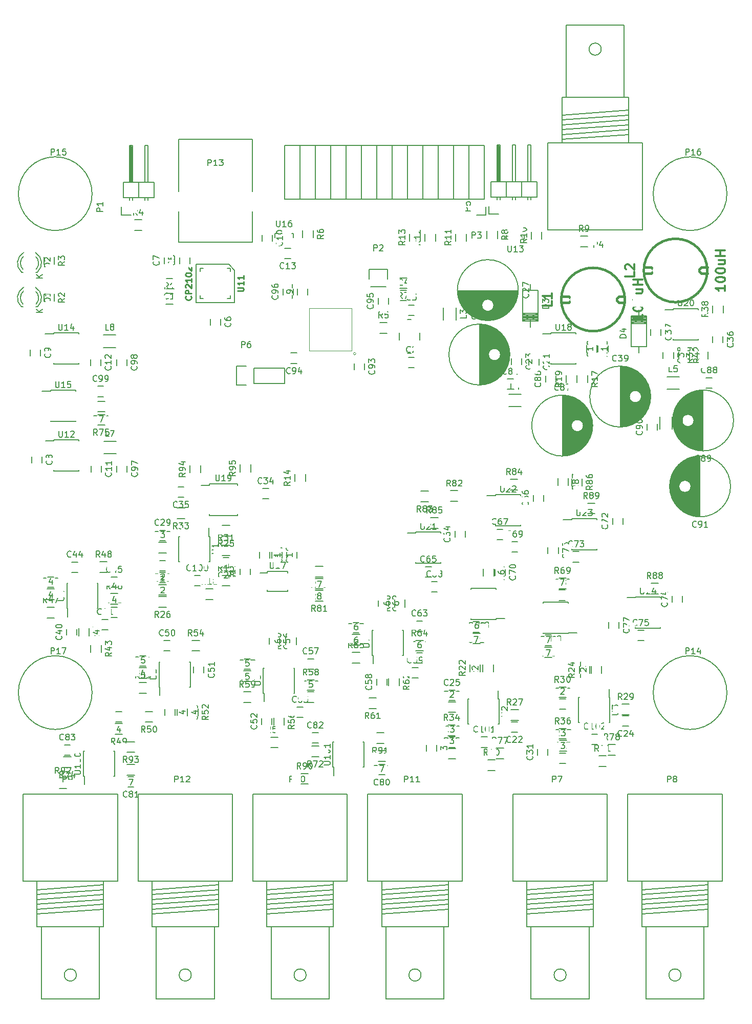
<source format=gbr>
G04 #@! TF.FileFunction,Legend,Top*
%FSLAX46Y46*%
G04 Gerber Fmt 4.6, Leading zero omitted, Abs format (unit mm)*
G04 Created by KiCad (PCBNEW (after 2015-may-25 BZR unknown)-product) date 7/21/2015 11:36:56 AM*
%MOMM*%
G01*
G04 APERTURE LIST*
%ADD10C,0.100000*%
%ADD11C,0.150000*%
%ADD12C,0.381000*%
%ADD13C,0.099060*%
%ADD14C,0.127000*%
%ADD15C,0.149860*%
%ADD16C,0.200660*%
%ADD17C,0.304800*%
%ADD18C,0.250190*%
%ADD19R,1.500000X1.250000*%
%ADD20R,1.250000X1.500000*%
%ADD21R,1.300000X1.300000*%
%ADD22C,1.300000*%
%ADD23R,1.699260X1.699260*%
%ADD24C,1.998980*%
%ADD25R,1.998980X1.998980*%
%ADD26C,2.540000*%
%ADD27R,2.235200X2.235200*%
%ADD28R,1.727200X2.032000*%
%ADD29O,1.727200X2.032000*%
%ADD30O,3.500120X7.000240*%
%ADD31O,1.600200X2.499360*%
%ADD32R,1.500000X1.300000*%
%ADD33R,1.300000X1.500000*%
%ADD34R,0.800100X0.248920*%
%ADD35R,0.800100X0.251460*%
%ADD36R,0.248920X0.800100*%
%ADD37R,0.251460X0.800100*%
%ADD38R,0.600000X1.550000*%
%ADD39R,1.550000X0.600000*%
%ADD40R,1.099820X1.899920*%
%ADD41R,0.800100X0.800100*%
%ADD42R,1.450000X0.450000*%
%ADD43C,1.524000*%
%ADD44C,2.700020*%
%ADD45R,2.032000X2.032000*%
%ADD46O,2.032000X2.032000*%
%ADD47R,2.000000X1.600000*%
%ADD48R,1.600000X2.000000*%
%ADD49C,10.160000*%
%ADD50O,0.248920X1.000760*%
%ADD51O,1.000760X0.248920*%
%ADD52R,3.000000X3.000000*%
%ADD53C,3.000000*%
G04 APERTURE END LIST*
D10*
D11*
X25860000Y-22700000D02*
X26860000Y-22700000D01*
X26860000Y-21000000D02*
X25860000Y-21000000D01*
X66900000Y-34050000D02*
X65900000Y-34050000D01*
X65900000Y-35750000D02*
X66900000Y-35750000D01*
X66900000Y-25400000D02*
X65900000Y-25400000D01*
X65900000Y-27100000D02*
X66900000Y-27100000D01*
X65600000Y-22950000D02*
X64600000Y-22950000D01*
X64600000Y-24650000D02*
X65600000Y-24650000D01*
X28050000Y-17540000D02*
X28050000Y-18540000D01*
X29750000Y-18540000D02*
X29750000Y-17540000D01*
X34830000Y-28700000D02*
X34830000Y-27700000D01*
X33130000Y-27700000D02*
X33130000Y-28700000D01*
X25510000Y-17540000D02*
X25510000Y-18540000D01*
X27210000Y-18540000D02*
X27210000Y-17540000D01*
X5300000Y-51500000D02*
X5300000Y-50500000D01*
X3600000Y-50500000D02*
X3600000Y-51500000D01*
X5050000Y-33800000D02*
X5050000Y-32800000D01*
X3350000Y-32800000D02*
X3350000Y-33800000D01*
X43400000Y-14850000D02*
X43400000Y-13850000D01*
X41700000Y-13850000D02*
X41700000Y-14850000D01*
X15100000Y-53000000D02*
X15100000Y-52000000D01*
X13400000Y-52000000D02*
X13400000Y-53000000D01*
X15050000Y-35400000D02*
X15050000Y-34400000D01*
X13350000Y-34400000D02*
X13350000Y-35400000D01*
X45450000Y-17700000D02*
X46450000Y-17700000D01*
X46450000Y-16000000D02*
X45450000Y-16000000D01*
X45800000Y-66250000D02*
X45800000Y-67250000D01*
X47500000Y-67250000D02*
X47500000Y-66250000D01*
X43000000Y-67250000D02*
X43000000Y-66250000D01*
X41300000Y-66250000D02*
X41300000Y-67250000D01*
X45000000Y-67250000D02*
X45000000Y-66250000D01*
X43300000Y-66250000D02*
X43300000Y-67250000D01*
X38050000Y-69000000D02*
X38050000Y-70000000D01*
X39750000Y-70000000D02*
X39750000Y-69000000D01*
X97250000Y-32150000D02*
X97250000Y-33150000D01*
X98950000Y-33150000D02*
X98950000Y-32150000D01*
X24750000Y-69350000D02*
X25750000Y-69350000D01*
X25750000Y-67650000D02*
X24750000Y-67650000D01*
X24750000Y-71350000D02*
X25750000Y-71350000D01*
X25750000Y-69650000D02*
X24750000Y-69650000D01*
X87500000Y-35300000D02*
X87500000Y-34300000D01*
X85800000Y-34300000D02*
X85800000Y-35300000D01*
X82950000Y-96050000D02*
X83950000Y-96050000D01*
X83950000Y-94350000D02*
X82950000Y-94350000D01*
X84650000Y-35250000D02*
X84650000Y-34250000D01*
X82950000Y-34250000D02*
X82950000Y-35250000D01*
X101350000Y-95050000D02*
X102350000Y-95050000D01*
X102350000Y-93350000D02*
X101350000Y-93350000D01*
X73600000Y-89100000D02*
X72600000Y-89100000D01*
X72600000Y-90800000D02*
X73600000Y-90800000D01*
X91900000Y-90550000D02*
X90900000Y-90550000D01*
X90900000Y-92250000D02*
X91900000Y-92250000D01*
X84049000Y-23025000D02*
X74051000Y-23025000D01*
X84045000Y-23165000D02*
X74055000Y-23165000D01*
X84037000Y-23305000D02*
X74063000Y-23305000D01*
X84025000Y-23445000D02*
X74075000Y-23445000D01*
X84010000Y-23585000D02*
X74090000Y-23585000D01*
X83990000Y-23725000D02*
X74110000Y-23725000D01*
X83966000Y-23865000D02*
X74134000Y-23865000D01*
X83937000Y-24005000D02*
X74163000Y-24005000D01*
X83905000Y-24145000D02*
X74195000Y-24145000D01*
X83868000Y-24285000D02*
X74232000Y-24285000D01*
X83827000Y-24425000D02*
X74273000Y-24425000D01*
X83782000Y-24565000D02*
X79516000Y-24565000D01*
X78584000Y-24565000D02*
X74318000Y-24565000D01*
X83732000Y-24705000D02*
X79717000Y-24705000D01*
X78383000Y-24705000D02*
X74368000Y-24705000D01*
X83677000Y-24845000D02*
X79846000Y-24845000D01*
X78254000Y-24845000D02*
X74423000Y-24845000D01*
X83617000Y-24985000D02*
X79935000Y-24985000D01*
X78165000Y-24985000D02*
X74483000Y-24985000D01*
X83552000Y-25125000D02*
X79996000Y-25125000D01*
X78104000Y-25125000D02*
X74548000Y-25125000D01*
X83482000Y-25265000D02*
X80033000Y-25265000D01*
X78067000Y-25265000D02*
X74618000Y-25265000D01*
X83406000Y-25405000D02*
X80049000Y-25405000D01*
X78051000Y-25405000D02*
X74694000Y-25405000D01*
X83324000Y-25545000D02*
X80045000Y-25545000D01*
X78055000Y-25545000D02*
X74776000Y-25545000D01*
X83236000Y-25685000D02*
X80022000Y-25685000D01*
X78078000Y-25685000D02*
X74864000Y-25685000D01*
X83141000Y-25825000D02*
X79977000Y-25825000D01*
X78123000Y-25825000D02*
X74959000Y-25825000D01*
X83039000Y-25965000D02*
X79907000Y-25965000D01*
X78193000Y-25965000D02*
X75061000Y-25965000D01*
X82929000Y-26105000D02*
X79806000Y-26105000D01*
X78294000Y-26105000D02*
X75171000Y-26105000D01*
X82811000Y-26245000D02*
X79657000Y-26245000D01*
X78443000Y-26245000D02*
X75289000Y-26245000D01*
X82683000Y-26385000D02*
X79405000Y-26385000D01*
X78695000Y-26385000D02*
X75417000Y-26385000D01*
X82546000Y-26525000D02*
X75554000Y-26525000D01*
X82396000Y-26665000D02*
X75704000Y-26665000D01*
X82234000Y-26805000D02*
X75866000Y-26805000D01*
X82057000Y-26945000D02*
X76043000Y-26945000D01*
X81861000Y-27085000D02*
X76239000Y-27085000D01*
X81643000Y-27225000D02*
X76457000Y-27225000D01*
X81397000Y-27365000D02*
X76703000Y-27365000D01*
X81112000Y-27505000D02*
X76988000Y-27505000D01*
X80770000Y-27645000D02*
X77330000Y-27645000D01*
X80324000Y-27785000D02*
X77776000Y-27785000D01*
X79549000Y-27925000D02*
X78551000Y-27925000D01*
X80050000Y-25450000D02*
G75*
G03X80050000Y-25450000I-1000000J0D01*
G01*
X84087500Y-22950000D02*
G75*
G03X84087500Y-22950000I-5037500J0D01*
G01*
X35250000Y-68850000D02*
X36250000Y-68850000D01*
X36250000Y-67150000D02*
X35250000Y-67150000D01*
X25750000Y-62650000D02*
X24750000Y-62650000D01*
X24750000Y-64350000D02*
X25750000Y-64350000D01*
X70600000Y-99200000D02*
X70600000Y-98200000D01*
X68900000Y-98200000D02*
X68900000Y-99200000D01*
X87300000Y-98850000D02*
X87300000Y-99850000D01*
X89000000Y-99850000D02*
X89000000Y-98850000D01*
X73650000Y-96850000D02*
X72650000Y-96850000D01*
X72650000Y-98550000D02*
X73650000Y-98550000D01*
X91950000Y-99550000D02*
X90950000Y-99550000D01*
X90950000Y-101250000D02*
X91950000Y-101250000D01*
X42800000Y-55750000D02*
X41800000Y-55750000D01*
X41800000Y-57450000D02*
X42800000Y-57450000D01*
X27800000Y-57200000D02*
X28800000Y-57200000D01*
X28800000Y-55500000D02*
X27800000Y-55500000D01*
X117950000Y-31600000D02*
X117950000Y-30600000D01*
X116250000Y-30600000D02*
X116250000Y-31600000D01*
X107700000Y-30400000D02*
X107700000Y-29400000D01*
X106000000Y-29400000D02*
X106000000Y-30400000D01*
X109750000Y-34200000D02*
X109750000Y-33200000D01*
X108050000Y-33200000D02*
X108050000Y-34200000D01*
X101025000Y-35551000D02*
X101025000Y-45549000D01*
X101165000Y-35555000D02*
X101165000Y-45545000D01*
X101305000Y-35563000D02*
X101305000Y-45537000D01*
X101445000Y-35575000D02*
X101445000Y-45525000D01*
X101585000Y-35590000D02*
X101585000Y-45510000D01*
X101725000Y-35610000D02*
X101725000Y-45490000D01*
X101865000Y-35634000D02*
X101865000Y-45466000D01*
X102005000Y-35663000D02*
X102005000Y-45437000D01*
X102145000Y-35695000D02*
X102145000Y-45405000D01*
X102285000Y-35732000D02*
X102285000Y-45368000D01*
X102425000Y-35773000D02*
X102425000Y-45327000D01*
X102565000Y-35818000D02*
X102565000Y-40084000D01*
X102565000Y-41016000D02*
X102565000Y-45282000D01*
X102705000Y-35868000D02*
X102705000Y-39883000D01*
X102705000Y-41217000D02*
X102705000Y-45232000D01*
X102845000Y-35923000D02*
X102845000Y-39754000D01*
X102845000Y-41346000D02*
X102845000Y-45177000D01*
X102985000Y-35983000D02*
X102985000Y-39665000D01*
X102985000Y-41435000D02*
X102985000Y-45117000D01*
X103125000Y-36048000D02*
X103125000Y-39604000D01*
X103125000Y-41496000D02*
X103125000Y-45052000D01*
X103265000Y-36118000D02*
X103265000Y-39567000D01*
X103265000Y-41533000D02*
X103265000Y-44982000D01*
X103405000Y-36194000D02*
X103405000Y-39551000D01*
X103405000Y-41549000D02*
X103405000Y-44906000D01*
X103545000Y-36276000D02*
X103545000Y-39555000D01*
X103545000Y-41545000D02*
X103545000Y-44824000D01*
X103685000Y-36364000D02*
X103685000Y-39578000D01*
X103685000Y-41522000D02*
X103685000Y-44736000D01*
X103825000Y-36459000D02*
X103825000Y-39623000D01*
X103825000Y-41477000D02*
X103825000Y-44641000D01*
X103965000Y-36561000D02*
X103965000Y-39693000D01*
X103965000Y-41407000D02*
X103965000Y-44539000D01*
X104105000Y-36671000D02*
X104105000Y-39794000D01*
X104105000Y-41306000D02*
X104105000Y-44429000D01*
X104245000Y-36789000D02*
X104245000Y-39943000D01*
X104245000Y-41157000D02*
X104245000Y-44311000D01*
X104385000Y-36917000D02*
X104385000Y-40195000D01*
X104385000Y-40905000D02*
X104385000Y-44183000D01*
X104525000Y-37054000D02*
X104525000Y-44046000D01*
X104665000Y-37204000D02*
X104665000Y-43896000D01*
X104805000Y-37366000D02*
X104805000Y-43734000D01*
X104945000Y-37543000D02*
X104945000Y-43557000D01*
X105085000Y-37739000D02*
X105085000Y-43361000D01*
X105225000Y-37957000D02*
X105225000Y-43143000D01*
X105365000Y-38203000D02*
X105365000Y-42897000D01*
X105505000Y-38488000D02*
X105505000Y-42612000D01*
X105645000Y-38830000D02*
X105645000Y-42270000D01*
X105785000Y-39276000D02*
X105785000Y-41824000D01*
X105925000Y-40051000D02*
X105925000Y-41049000D01*
X104450000Y-40550000D02*
G75*
G03X104450000Y-40550000I-1000000J0D01*
G01*
X105987500Y-40550000D02*
G75*
G03X105987500Y-40550000I-5037500J0D01*
G01*
X9400000Y-79000000D02*
X9400000Y-80000000D01*
X11100000Y-80000000D02*
X11100000Y-79000000D01*
X16250000Y-77400000D02*
X15250000Y-77400000D01*
X15250000Y-79100000D02*
X16250000Y-79100000D01*
X6250000Y-72100000D02*
X7250000Y-72100000D01*
X7250000Y-70400000D02*
X6250000Y-70400000D01*
X17750000Y-75400000D02*
X16750000Y-75400000D01*
X16750000Y-77100000D02*
X17750000Y-77100000D01*
X11250000Y-67900000D02*
X10250000Y-67900000D01*
X10250000Y-69600000D02*
X11250000Y-69600000D01*
X17750000Y-70400000D02*
X16750000Y-70400000D01*
X16750000Y-72100000D02*
X17750000Y-72100000D01*
X17500000Y-94350000D02*
X18500000Y-94350000D01*
X18500000Y-92650000D02*
X17500000Y-92650000D01*
X27350000Y-93250000D02*
X27350000Y-92250000D01*
X25650000Y-92250000D02*
X25650000Y-93250000D01*
X21500000Y-85100000D02*
X22500000Y-85100000D01*
X22500000Y-83400000D02*
X21500000Y-83400000D01*
X29350000Y-93250000D02*
X29350000Y-92250000D01*
X27650000Y-92250000D02*
X27650000Y-93250000D01*
X26500000Y-80900000D02*
X25500000Y-80900000D01*
X25500000Y-82600000D02*
X26500000Y-82600000D01*
X32100000Y-86250000D02*
X32100000Y-85250000D01*
X30400000Y-85250000D02*
X30400000Y-86250000D01*
X41650000Y-93750000D02*
X41650000Y-94750000D01*
X43350000Y-94750000D02*
X43350000Y-93750000D01*
X48500000Y-91900000D02*
X47500000Y-91900000D01*
X47500000Y-93600000D02*
X48500000Y-93600000D01*
X38750000Y-85600000D02*
X39750000Y-85600000D01*
X39750000Y-83900000D02*
X38750000Y-83900000D01*
X50250000Y-89400000D02*
X49250000Y-89400000D01*
X49250000Y-91100000D02*
X50250000Y-91100000D01*
X44600000Y-81500000D02*
X44600000Y-80500000D01*
X42900000Y-80500000D02*
X42900000Y-81500000D01*
X50250000Y-83900000D02*
X49250000Y-83900000D01*
X49250000Y-85600000D02*
X50250000Y-85600000D01*
X60650000Y-87250000D02*
X60650000Y-88250000D01*
X62350000Y-88250000D02*
X62350000Y-87250000D01*
X67500000Y-85400000D02*
X66500000Y-85400000D01*
X66500000Y-87100000D02*
X67500000Y-87100000D01*
X56750000Y-79600000D02*
X57750000Y-79600000D01*
X57750000Y-77900000D02*
X56750000Y-77900000D01*
X68250000Y-82900000D02*
X67250000Y-82900000D01*
X67250000Y-84600000D02*
X68250000Y-84600000D01*
X62600000Y-75250000D02*
X62600000Y-74250000D01*
X60900000Y-74250000D02*
X60900000Y-75250000D01*
X68250000Y-77650000D02*
X67250000Y-77650000D01*
X67250000Y-79350000D02*
X68250000Y-79350000D01*
X73600000Y-62800000D02*
X73600000Y-63800000D01*
X75300000Y-63800000D02*
X75300000Y-62800000D01*
X69700000Y-68700000D02*
X68700000Y-68700000D01*
X68700000Y-70400000D02*
X69700000Y-70400000D01*
X86550000Y-56850000D02*
X86550000Y-57850000D01*
X88250000Y-57850000D02*
X88250000Y-56850000D01*
X81550000Y-62500000D02*
X80550000Y-62500000D01*
X80550000Y-64200000D02*
X81550000Y-64200000D01*
X70700000Y-71150000D02*
X69700000Y-71150000D01*
X69700000Y-72850000D02*
X70700000Y-72850000D01*
X84000000Y-64550000D02*
X83000000Y-64550000D01*
X83000000Y-66250000D02*
X84000000Y-66250000D01*
X81950000Y-70100000D02*
X81950000Y-69100000D01*
X80250000Y-69100000D02*
X80250000Y-70100000D01*
X76600000Y-79500000D02*
X77600000Y-79500000D01*
X77600000Y-77800000D02*
X76600000Y-77800000D01*
X99700000Y-60650000D02*
X99700000Y-61650000D01*
X101400000Y-61650000D02*
X101400000Y-60650000D01*
X94150000Y-66200000D02*
X93150000Y-66200000D01*
X93150000Y-67900000D02*
X94150000Y-67900000D01*
X109550000Y-73500000D02*
X109550000Y-74500000D01*
X111250000Y-74500000D02*
X111250000Y-73500000D01*
X104850000Y-79200000D02*
X103850000Y-79200000D01*
X103850000Y-80900000D02*
X104850000Y-80900000D01*
X90700000Y-66500000D02*
X90700000Y-65500000D01*
X89000000Y-65500000D02*
X89000000Y-66500000D01*
X100750000Y-78850000D02*
X100750000Y-77850000D01*
X99050000Y-77850000D02*
X99050000Y-78850000D01*
X91850000Y-72550000D02*
X90850000Y-72550000D01*
X90850000Y-74250000D02*
X91850000Y-74250000D01*
X88550000Y-81700000D02*
X89550000Y-81700000D01*
X89550000Y-80000000D02*
X88550000Y-80000000D01*
X61000000Y-103100000D02*
X62000000Y-103100000D01*
X62000000Y-101400000D02*
X61000000Y-101400000D01*
X19500000Y-105100000D02*
X20500000Y-105100000D01*
X20500000Y-103400000D02*
X19500000Y-103400000D01*
X51000000Y-96150000D02*
X50000000Y-96150000D01*
X50000000Y-97850000D02*
X51000000Y-97850000D01*
X10000000Y-98150000D02*
X9000000Y-98150000D01*
X9000000Y-99850000D02*
X10000000Y-99850000D01*
X4530000Y-25730000D02*
X4310000Y-25730000D01*
X1930000Y-25730000D02*
X2180000Y-25730000D01*
X2291928Y-22476576D02*
G75*
G03X1930000Y-25730000I958072J-1753424D01*
G01*
X2268472Y-23087065D02*
G75*
G03X2160000Y-25270000I981528J-1142935D01*
G01*
X4556726Y-25717220D02*
G75*
G03X4210000Y-22480000I-1306726J1497220D01*
G01*
X4324518Y-25277812D02*
G75*
G03X4190000Y-23060000I-1074518J1047812D01*
G01*
X4530000Y-19980000D02*
X4310000Y-19980000D01*
X1930000Y-19980000D02*
X2180000Y-19980000D01*
X2291928Y-16726576D02*
G75*
G03X1930000Y-19980000I958072J-1753424D01*
G01*
X2268472Y-17337065D02*
G75*
G03X2160000Y-19520000I981528J-1142935D01*
G01*
X4556726Y-19967220D02*
G75*
G03X4210000Y-16730000I-1306726J1497220D01*
G01*
X4324518Y-19527812D02*
G75*
G03X4190000Y-17310000I-1074518J1047812D01*
G01*
X86097460Y-22980000D02*
X86097460Y-21964000D01*
X86097460Y-27806000D02*
X86097460Y-29076000D01*
X84827460Y-27552000D02*
X87367460Y-27552000D01*
X84827460Y-27298000D02*
X87367460Y-27298000D01*
X84827460Y-27044000D02*
X87367460Y-27044000D01*
X84827460Y-27806000D02*
X87367460Y-27806000D01*
X84827460Y-26790000D02*
X87367460Y-28060000D01*
X84827460Y-28060000D02*
X87367460Y-26790000D01*
X84827460Y-26790000D02*
X87367460Y-26790000D01*
X84827460Y-27425000D02*
X87367460Y-27425000D01*
X87367460Y-28060000D02*
X84827460Y-28060000D01*
X84827460Y-28060000D02*
X84827460Y-22980000D01*
X84827460Y-22980000D02*
X87367460Y-22980000D01*
X87367460Y-22980000D02*
X87367460Y-28060000D01*
X104002540Y-32320000D02*
X104002540Y-33336000D01*
X104002540Y-27494000D02*
X104002540Y-26224000D01*
X105272540Y-27748000D02*
X102732540Y-27748000D01*
X105272540Y-28002000D02*
X102732540Y-28002000D01*
X105272540Y-28256000D02*
X102732540Y-28256000D01*
X105272540Y-27494000D02*
X102732540Y-27494000D01*
X105272540Y-28510000D02*
X102732540Y-27240000D01*
X105272540Y-27240000D02*
X102732540Y-28510000D01*
X105272540Y-28510000D02*
X102732540Y-28510000D01*
X105272540Y-27875000D02*
X102732540Y-27875000D01*
X102732540Y-27240000D02*
X105272540Y-27240000D01*
X105272540Y-27240000D02*
X105272540Y-32320000D01*
X105272540Y-32320000D02*
X102732540Y-32320000D01*
X102732540Y-32320000D02*
X102732540Y-27240000D01*
D12*
X92449500Y-25000380D02*
X91199820Y-25000380D01*
X92449500Y-23999620D02*
X91199820Y-23999620D01*
X92449500Y-23999620D02*
X92949880Y-24500000D01*
X92949880Y-24500000D02*
X92449500Y-25000380D01*
X101700180Y-23999620D02*
X100699420Y-23999620D01*
X100699420Y-23999620D02*
X100199040Y-24500000D01*
X100199040Y-24500000D02*
X100699420Y-25000380D01*
X100699420Y-25000380D02*
X101700180Y-25000380D01*
X101700180Y-24500000D02*
G75*
G03X101700180Y-24500000I-5250180J0D01*
G01*
X106099500Y-20200380D02*
X104849820Y-20200380D01*
X106099500Y-19199620D02*
X104849820Y-19199620D01*
X106099500Y-19199620D02*
X106599880Y-19700000D01*
X106599880Y-19700000D02*
X106099500Y-20200380D01*
X115350180Y-19199620D02*
X114349420Y-19199620D01*
X114349420Y-19199620D02*
X113849040Y-19700000D01*
X113849040Y-19700000D02*
X114349420Y-20200380D01*
X114349420Y-20200380D02*
X115350180Y-20200380D01*
X115350180Y-19700000D02*
G75*
G03X115350180Y-19700000I-5250180J0D01*
G01*
D11*
X62500000Y-19550000D02*
X62500000Y-21100000D01*
X59400000Y-21100000D02*
X59400000Y-19550000D01*
X59400000Y-19550000D02*
X62500000Y-19550000D01*
X59680000Y-22370000D02*
X62220000Y-22370000D01*
X60650000Y950000D02*
X60650000Y-7880000D01*
X63190000Y950000D02*
X60650000Y950000D01*
X63190000Y-7880000D02*
X60650000Y-7880000D01*
X60650000Y-7880000D02*
X58110000Y-7880000D01*
X60650000Y950000D02*
X58110000Y950000D01*
X58110000Y950000D02*
X58110000Y-7880000D01*
X58110000Y-7880000D02*
X55570000Y-7880000D01*
X58110000Y950000D02*
X55570000Y950000D01*
X55570000Y950000D02*
X55570000Y-7880000D01*
X53030000Y950000D02*
X53030000Y-7880000D01*
X55570000Y950000D02*
X53030000Y950000D01*
X55570000Y-7880000D02*
X53030000Y-7880000D01*
X53030000Y-7880000D02*
X50490000Y-7880000D01*
X53030000Y950000D02*
X50490000Y950000D01*
X50490000Y950000D02*
X50490000Y-7880000D01*
X47950000Y950000D02*
X47950000Y-7880000D01*
X50490000Y950000D02*
X47950000Y950000D01*
X50490000Y-7880000D02*
X47950000Y-7880000D01*
X47950000Y-7880000D02*
X45410000Y-7880000D01*
X47950000Y950000D02*
X45410000Y950000D01*
X45410000Y950000D02*
X45410000Y-7880000D01*
X63190000Y950000D02*
X63190000Y-7880000D01*
X65730000Y950000D02*
X63190000Y950000D01*
X65730000Y-7880000D02*
X63190000Y-7880000D01*
X68270000Y-7880000D02*
X65730000Y-7880000D01*
X68270000Y950000D02*
X65730000Y950000D01*
X65730000Y950000D02*
X65730000Y-7880000D01*
X68270000Y950000D02*
X68270000Y-7880000D01*
X70810000Y950000D02*
X68270000Y950000D01*
X70810000Y-7880000D02*
X68270000Y-7880000D01*
X73350000Y-7880000D02*
X70810000Y-7880000D01*
X73350000Y950000D02*
X70810000Y950000D01*
X70810000Y950000D02*
X70810000Y-7880000D01*
X73350000Y950000D02*
X73350000Y-7880000D01*
X75890000Y950000D02*
X73350000Y950000D01*
X75890000Y-7880000D02*
X75890000Y950000D01*
X75890000Y-7880000D02*
X73350000Y-7880000D01*
X78430000Y-7880000D02*
X75890000Y-7880000D01*
X77160000Y-10550000D02*
X78710000Y-10550000D01*
X78710000Y-10550000D02*
X78710000Y-9150000D01*
X78430000Y-7880000D02*
X78430000Y950000D01*
X78430000Y950000D02*
X75890000Y950000D01*
X75890000Y950000D02*
X75890000Y-7880000D01*
X91300900Y6000840D02*
X102299100Y6800940D01*
X91300900Y5200740D02*
X102299100Y6000840D01*
X91300900Y4400640D02*
X102299100Y5200740D01*
X91300900Y3600540D02*
X102299100Y4400640D01*
X91300900Y2800440D02*
X102299100Y3600540D01*
X91300900Y2000340D02*
X102299100Y2800440D01*
X97800760Y16899980D02*
G75*
G03X97800760Y16899980I-1000760J0D01*
G01*
X101600600Y8898980D02*
X101600600Y20900480D01*
X101600600Y20900480D02*
X91999400Y20900480D01*
X91999400Y20900480D02*
X91999400Y8898980D01*
X102299100Y1400900D02*
X102299100Y8898980D01*
X102299100Y8898980D02*
X91300900Y8898980D01*
X91300900Y8898980D02*
X91300900Y1400900D01*
X88999660Y-13000900D02*
X104600340Y-13000900D01*
X104600340Y-13000900D02*
X104600340Y1400900D01*
X104600340Y1400900D02*
X88999660Y1400900D01*
X88999660Y1400900D02*
X88999660Y-13000900D01*
X79250000Y-10400000D02*
X80800000Y-10400000D01*
X79250000Y-9100000D02*
X79250000Y-10400000D01*
X80673000Y-4909000D02*
X80673000Y933000D01*
X80673000Y933000D02*
X80927000Y933000D01*
X80927000Y933000D02*
X80927000Y-4909000D01*
X80927000Y-4909000D02*
X80800000Y-4909000D01*
X80800000Y-4909000D02*
X80800000Y933000D01*
X80546000Y-7576000D02*
X80546000Y-7957000D01*
X81054000Y-7576000D02*
X81054000Y-7957000D01*
X83086000Y-7576000D02*
X83086000Y-7957000D01*
X83594000Y-7576000D02*
X83594000Y-7957000D01*
X85626000Y-7576000D02*
X85626000Y-7957000D01*
X86134000Y-7576000D02*
X86134000Y-7957000D01*
X82070000Y-5036000D02*
X79530000Y-5036000D01*
X81054000Y1060000D02*
X81054000Y-5036000D01*
X80546000Y1060000D02*
X81054000Y1060000D01*
X80546000Y-5036000D02*
X80546000Y1060000D01*
X82070000Y-7576000D02*
X82070000Y-5036000D01*
X79530000Y-7576000D02*
X82070000Y-7576000D01*
X79530000Y-7576000D02*
X79530000Y-5036000D01*
X84610000Y-7576000D02*
X84610000Y-5036000D01*
X84610000Y-7576000D02*
X87150000Y-7576000D01*
X85626000Y-5036000D02*
X85626000Y1060000D01*
X85626000Y1060000D02*
X86134000Y1060000D01*
X86134000Y1060000D02*
X86134000Y-5036000D01*
X87150000Y-5036000D02*
X84610000Y-5036000D01*
X84610000Y-5036000D02*
X82070000Y-5036000D01*
X83594000Y1060000D02*
X83594000Y-5036000D01*
X83086000Y1060000D02*
X83594000Y1060000D01*
X83086000Y-5036000D02*
X83086000Y1060000D01*
X84610000Y-7576000D02*
X84610000Y-5036000D01*
X82070000Y-7576000D02*
X84610000Y-7576000D01*
X82070000Y-7576000D02*
X82070000Y-5036000D01*
X87150000Y-7576000D02*
X87150000Y-5036000D01*
X96499100Y-125300840D02*
X85500900Y-126100940D01*
X96499100Y-124500740D02*
X85500900Y-125300840D01*
X96499100Y-123700640D02*
X85500900Y-124500740D01*
X96499100Y-122900540D02*
X85500900Y-123700640D01*
X96499100Y-122100440D02*
X85500900Y-122900540D01*
X96499100Y-121300340D02*
X85500900Y-122100440D01*
X92000760Y-136199980D02*
G75*
G03X92000760Y-136199980I-1000760J0D01*
G01*
X86199400Y-128198980D02*
X86199400Y-140200480D01*
X86199400Y-140200480D02*
X95800600Y-140200480D01*
X95800600Y-140200480D02*
X95800600Y-128198980D01*
X85500900Y-120700900D02*
X85500900Y-128198980D01*
X85500900Y-128198980D02*
X96499100Y-128198980D01*
X96499100Y-128198980D02*
X96499100Y-120700900D01*
X98800340Y-106299100D02*
X83199660Y-106299100D01*
X83199660Y-106299100D02*
X83199660Y-120700900D01*
X83199660Y-120700900D02*
X98800340Y-120700900D01*
X98800340Y-120700900D02*
X98800340Y-106299100D01*
X115499100Y-125300840D02*
X104500900Y-126100940D01*
X115499100Y-124500740D02*
X104500900Y-125300840D01*
X115499100Y-123700640D02*
X104500900Y-124500740D01*
X115499100Y-122900540D02*
X104500900Y-123700640D01*
X115499100Y-122100440D02*
X104500900Y-122900540D01*
X115499100Y-121300340D02*
X104500900Y-122100440D01*
X111000760Y-136199980D02*
G75*
G03X111000760Y-136199980I-1000760J0D01*
G01*
X105199400Y-128198980D02*
X105199400Y-140200480D01*
X105199400Y-140200480D02*
X114800600Y-140200480D01*
X114800600Y-140200480D02*
X114800600Y-128198980D01*
X104500900Y-120700900D02*
X104500900Y-128198980D01*
X104500900Y-128198980D02*
X115499100Y-128198980D01*
X115499100Y-128198980D02*
X115499100Y-120700900D01*
X117800340Y-106299100D02*
X102199660Y-106299100D01*
X102199660Y-106299100D02*
X102199660Y-120700900D01*
X102199660Y-120700900D02*
X117800340Y-120700900D01*
X117800340Y-120700900D02*
X117800340Y-106299100D01*
X15499100Y-125300840D02*
X4500900Y-126100940D01*
X15499100Y-124500740D02*
X4500900Y-125300840D01*
X15499100Y-123700640D02*
X4500900Y-124500740D01*
X15499100Y-122900540D02*
X4500900Y-123700640D01*
X15499100Y-122100440D02*
X4500900Y-122900540D01*
X15499100Y-121300340D02*
X4500900Y-122100440D01*
X11000760Y-136199980D02*
G75*
G03X11000760Y-136199980I-1000760J0D01*
G01*
X5199400Y-128198980D02*
X5199400Y-140200480D01*
X5199400Y-140200480D02*
X14800600Y-140200480D01*
X14800600Y-140200480D02*
X14800600Y-128198980D01*
X4500900Y-120700900D02*
X4500900Y-128198980D01*
X4500900Y-128198980D02*
X15499100Y-128198980D01*
X15499100Y-128198980D02*
X15499100Y-120700900D01*
X17800340Y-106299100D02*
X2199660Y-106299100D01*
X2199660Y-106299100D02*
X2199660Y-120700900D01*
X2199660Y-120700900D02*
X17800340Y-120700900D01*
X17800340Y-120700900D02*
X17800340Y-106299100D01*
X53499100Y-125300840D02*
X42500900Y-126100940D01*
X53499100Y-124500740D02*
X42500900Y-125300840D01*
X53499100Y-123700640D02*
X42500900Y-124500740D01*
X53499100Y-122900540D02*
X42500900Y-123700640D01*
X53499100Y-122100440D02*
X42500900Y-122900540D01*
X53499100Y-121300340D02*
X42500900Y-122100440D01*
X49000760Y-136199980D02*
G75*
G03X49000760Y-136199980I-1000760J0D01*
G01*
X43199400Y-128198980D02*
X43199400Y-140200480D01*
X43199400Y-140200480D02*
X52800600Y-140200480D01*
X52800600Y-140200480D02*
X52800600Y-128198980D01*
X42500900Y-120700900D02*
X42500900Y-128198980D01*
X42500900Y-128198980D02*
X53499100Y-128198980D01*
X53499100Y-128198980D02*
X53499100Y-120700900D01*
X55800340Y-106299100D02*
X40199660Y-106299100D01*
X40199660Y-106299100D02*
X40199660Y-120700900D01*
X40199660Y-120700900D02*
X55800340Y-120700900D01*
X55800340Y-120700900D02*
X55800340Y-106299100D01*
X72499100Y-125300840D02*
X61500900Y-126100940D01*
X72499100Y-124500740D02*
X61500900Y-125300840D01*
X72499100Y-123700640D02*
X61500900Y-124500740D01*
X72499100Y-122900540D02*
X61500900Y-123700640D01*
X72499100Y-122100440D02*
X61500900Y-122900540D01*
X72499100Y-121300340D02*
X61500900Y-122100440D01*
X68000760Y-136199980D02*
G75*
G03X68000760Y-136199980I-1000760J0D01*
G01*
X62199400Y-128198980D02*
X62199400Y-140200480D01*
X62199400Y-140200480D02*
X71800600Y-140200480D01*
X71800600Y-140200480D02*
X71800600Y-128198980D01*
X61500900Y-120700900D02*
X61500900Y-128198980D01*
X61500900Y-128198980D02*
X72499100Y-128198980D01*
X72499100Y-128198980D02*
X72499100Y-120700900D01*
X74800340Y-106299100D02*
X59199660Y-106299100D01*
X59199660Y-106299100D02*
X59199660Y-120700900D01*
X59199660Y-120700900D02*
X74800340Y-120700900D01*
X74800340Y-120700900D02*
X74800340Y-106299100D01*
X34499100Y-125300840D02*
X23500900Y-126100940D01*
X34499100Y-124500740D02*
X23500900Y-125300840D01*
X34499100Y-123700640D02*
X23500900Y-124500740D01*
X34499100Y-122900540D02*
X23500900Y-123700640D01*
X34499100Y-122100440D02*
X23500900Y-122900540D01*
X34499100Y-121300340D02*
X23500900Y-122100440D01*
X30000760Y-136199980D02*
G75*
G03X30000760Y-136199980I-1000760J0D01*
G01*
X24199400Y-128198980D02*
X24199400Y-140200480D01*
X24199400Y-140200480D02*
X33800600Y-140200480D01*
X33800600Y-140200480D02*
X33800600Y-128198980D01*
X23500900Y-120700900D02*
X23500900Y-128198980D01*
X23500900Y-128198980D02*
X34499100Y-128198980D01*
X34499100Y-128198980D02*
X34499100Y-120700900D01*
X36800340Y-106299100D02*
X21199660Y-106299100D01*
X21199660Y-106299100D02*
X21199660Y-120700900D01*
X21199660Y-120700900D02*
X36800340Y-120700900D01*
X36800340Y-120700900D02*
X36800340Y-106299100D01*
X26960000Y-25265000D02*
X25760000Y-25265000D01*
X25760000Y-23515000D02*
X26960000Y-23515000D01*
X5625000Y-24800000D02*
X5625000Y-23600000D01*
X7375000Y-23600000D02*
X7375000Y-24800000D01*
X5625000Y-18700000D02*
X5625000Y-17500000D01*
X7375000Y-17500000D02*
X7375000Y-18700000D01*
X21800000Y-13075000D02*
X20600000Y-13075000D01*
X20600000Y-11325000D02*
X21800000Y-11325000D01*
X62400000Y-30075000D02*
X61200000Y-30075000D01*
X61200000Y-28325000D02*
X62400000Y-28325000D01*
X48425000Y-14250000D02*
X48425000Y-13050000D01*
X50175000Y-13050000D02*
X50175000Y-14250000D01*
X64450000Y-20925000D02*
X65650000Y-20925000D01*
X65650000Y-22675000D02*
X64450000Y-22675000D01*
X78925000Y-14400000D02*
X78925000Y-13200000D01*
X80675000Y-13200000D02*
X80675000Y-14400000D01*
X95550000Y-15775000D02*
X94350000Y-15775000D01*
X94350000Y-14025000D02*
X95550000Y-14025000D01*
X87975000Y-13300000D02*
X87975000Y-14500000D01*
X86225000Y-14500000D02*
X86225000Y-13300000D01*
X75495000Y-13630000D02*
X75495000Y-14830000D01*
X73745000Y-14830000D02*
X73745000Y-13630000D01*
X70415000Y-13630000D02*
X70415000Y-14830000D01*
X68665000Y-14830000D02*
X68665000Y-13630000D01*
X67875000Y-13630000D02*
X67875000Y-14830000D01*
X66125000Y-14830000D02*
X66125000Y-13630000D01*
X48875000Y-53400000D02*
X48875000Y-54600000D01*
X47125000Y-54600000D02*
X47125000Y-53400000D01*
X36350000Y-71875000D02*
X35150000Y-71875000D01*
X35150000Y-70125000D02*
X36350000Y-70125000D01*
X95375000Y-33250000D02*
X95375000Y-32050000D01*
X97125000Y-32050000D02*
X97125000Y-33250000D01*
X93775000Y-38250000D02*
X93775000Y-37050000D01*
X95525000Y-37050000D02*
X95525000Y-38250000D01*
X33600000Y-74125000D02*
X32400000Y-74125000D01*
X32400000Y-72375000D02*
X33600000Y-72375000D01*
X93775000Y-37050000D02*
X93775000Y-38250000D01*
X92025000Y-38250000D02*
X92025000Y-37050000D01*
X25850000Y-73375000D02*
X24650000Y-73375000D01*
X24650000Y-71625000D02*
X25850000Y-71625000D01*
X79975000Y-84850000D02*
X79975000Y-86050000D01*
X78225000Y-86050000D02*
X78225000Y-84850000D01*
X77825000Y-84850000D02*
X77825000Y-86050000D01*
X76075000Y-86050000D02*
X76075000Y-84850000D01*
X97875000Y-85150000D02*
X97875000Y-86350000D01*
X96125000Y-86350000D02*
X96125000Y-85150000D01*
X95925000Y-85150000D02*
X95925000Y-86350000D01*
X94175000Y-86350000D02*
X94175000Y-85150000D01*
X35150000Y-61875000D02*
X36350000Y-61875000D01*
X36350000Y-63625000D02*
X35150000Y-63625000D01*
X24650000Y-73625000D02*
X25850000Y-73625000D01*
X25850000Y-75375000D02*
X24650000Y-75375000D01*
X84100000Y-94075000D02*
X82900000Y-94075000D01*
X82900000Y-92325000D02*
X84100000Y-92325000D01*
X73700000Y-92775000D02*
X72500000Y-92775000D01*
X72500000Y-91025000D02*
X73700000Y-91025000D01*
X102450000Y-93175000D02*
X101250000Y-93175000D01*
X101250000Y-91425000D02*
X102450000Y-91425000D01*
X92000000Y-90325000D02*
X90800000Y-90325000D01*
X90800000Y-88575000D02*
X92000000Y-88575000D01*
X36350000Y-66875000D02*
X35150000Y-66875000D01*
X35150000Y-65125000D02*
X36350000Y-65125000D01*
X25850000Y-66375000D02*
X24650000Y-66375000D01*
X24650000Y-64625000D02*
X25850000Y-64625000D01*
X27700000Y-58975000D02*
X28900000Y-58975000D01*
X28900000Y-60725000D02*
X27700000Y-60725000D01*
X73650000Y-96625000D02*
X72450000Y-96625000D01*
X72450000Y-94875000D02*
X73650000Y-94875000D01*
X73700000Y-100475000D02*
X72500000Y-100475000D01*
X72500000Y-98725000D02*
X73700000Y-98725000D01*
X92050000Y-97175000D02*
X90850000Y-97175000D01*
X90850000Y-95425000D02*
X92050000Y-95425000D01*
X92100000Y-99175000D02*
X90900000Y-99175000D01*
X90900000Y-97425000D02*
X92100000Y-97425000D01*
X117975000Y-25500000D02*
X117975000Y-26700000D01*
X116225000Y-26700000D02*
X116225000Y-25500000D01*
X115425000Y-33100000D02*
X115425000Y-34300000D01*
X113675000Y-34300000D02*
X113675000Y-33100000D01*
X80250000Y-102375000D02*
X79050000Y-102375000D01*
X79050000Y-100625000D02*
X80250000Y-100625000D01*
X98600000Y-101725000D02*
X97400000Y-101725000D01*
X97400000Y-99975000D02*
X98600000Y-99975000D01*
X110625000Y-34300000D02*
X110625000Y-33100000D01*
X112375000Y-33100000D02*
X112375000Y-34300000D01*
X13375000Y-82850000D02*
X13375000Y-81650000D01*
X15125000Y-81650000D02*
X15125000Y-82850000D01*
X11375000Y-80100000D02*
X11375000Y-78900000D01*
X13125000Y-78900000D02*
X13125000Y-80100000D01*
X7350000Y-74125000D02*
X6150000Y-74125000D01*
X6150000Y-72375000D02*
X7350000Y-72375000D01*
X17850000Y-74875000D02*
X16650000Y-74875000D01*
X16650000Y-73125000D02*
X17850000Y-73125000D01*
X7350000Y-77125000D02*
X6150000Y-77125000D01*
X6150000Y-75375000D02*
X7350000Y-75375000D01*
X16100000Y-69625000D02*
X14900000Y-69625000D01*
X14900000Y-67875000D02*
X16100000Y-67875000D01*
X17400000Y-94625000D02*
X18600000Y-94625000D01*
X18600000Y-96375000D02*
X17400000Y-96375000D01*
X22400000Y-92625000D02*
X23600000Y-92625000D01*
X23600000Y-94375000D02*
X22400000Y-94375000D01*
X22600000Y-87125000D02*
X21400000Y-87125000D01*
X21400000Y-85375000D02*
X22600000Y-85375000D01*
X29375000Y-93350000D02*
X29375000Y-92150000D01*
X31125000Y-92150000D02*
X31125000Y-93350000D01*
X22600000Y-89625000D02*
X21400000Y-89625000D01*
X21400000Y-87875000D02*
X22600000Y-87875000D01*
X31350000Y-82625000D02*
X30150000Y-82625000D01*
X30150000Y-80875000D02*
X31350000Y-80875000D01*
X44350000Y-98625000D02*
X43150000Y-98625000D01*
X43150000Y-96875000D02*
X44350000Y-96875000D01*
X43625000Y-94850000D02*
X43625000Y-93650000D01*
X45375000Y-93650000D02*
X45375000Y-94850000D01*
X39850000Y-87625000D02*
X38650000Y-87625000D01*
X38650000Y-85875000D02*
X39850000Y-85875000D01*
X50350000Y-89125000D02*
X49150000Y-89125000D01*
X49150000Y-87375000D02*
X50350000Y-87375000D01*
X39850000Y-91125000D02*
X38650000Y-91125000D01*
X38650000Y-89375000D02*
X39850000Y-89375000D01*
X47375000Y-80400000D02*
X47375000Y-81600000D01*
X45625000Y-81600000D02*
X45625000Y-80400000D01*
X59400000Y-90375000D02*
X60600000Y-90375000D01*
X60600000Y-92125000D02*
X59400000Y-92125000D01*
X62625000Y-88350000D02*
X62625000Y-87150000D01*
X64375000Y-87150000D02*
X64375000Y-88350000D01*
X57850000Y-81625000D02*
X56650000Y-81625000D01*
X56650000Y-79875000D02*
X57850000Y-79875000D01*
X68350000Y-82625000D02*
X67150000Y-82625000D01*
X67150000Y-80875000D02*
X68350000Y-80875000D01*
X57850000Y-84625000D02*
X56650000Y-84625000D01*
X56650000Y-82875000D02*
X57850000Y-82875000D01*
X65375000Y-74150000D02*
X65375000Y-75350000D01*
X63625000Y-75350000D02*
X63625000Y-74150000D01*
X78325000Y-70200000D02*
X78325000Y-69000000D01*
X80075000Y-69000000D02*
X80075000Y-70200000D01*
X77800000Y-81425000D02*
X76600000Y-81425000D01*
X76600000Y-79675000D02*
X77800000Y-79675000D01*
X92000000Y-72325000D02*
X90800000Y-72325000D01*
X90800000Y-70575000D02*
X92000000Y-70575000D01*
X89650000Y-83725000D02*
X88450000Y-83725000D01*
X88450000Y-81975000D02*
X89650000Y-81975000D01*
X60900000Y-99125000D02*
X62100000Y-99125000D01*
X62100000Y-100875000D02*
X60900000Y-100875000D01*
X49900000Y-98375000D02*
X51100000Y-98375000D01*
X51100000Y-100125000D02*
X49900000Y-100125000D01*
X19400000Y-101375000D02*
X20600000Y-101375000D01*
X20600000Y-103125000D02*
X19400000Y-103125000D01*
X8900000Y-100125000D02*
X10100000Y-100125000D01*
X10100000Y-101875000D02*
X8900000Y-101875000D01*
D13*
X57228620Y-33467960D02*
G75*
G03X57228620Y-33467960I-200660J0D01*
G01*
X56527580Y-32967580D02*
X56527580Y-25972420D01*
X56527580Y-25972420D02*
X49532420Y-25972420D01*
X49532420Y-25972420D02*
X49532420Y-32967580D01*
X49532420Y-32967580D02*
X56527580Y-32967580D01*
D11*
X33075000Y-63675000D02*
X32930000Y-63675000D01*
X33075000Y-67825000D02*
X32930000Y-67825000D01*
X27925000Y-67825000D02*
X28070000Y-67825000D01*
X27925000Y-63675000D02*
X28070000Y-63675000D01*
X33075000Y-63675000D02*
X33075000Y-67825000D01*
X27925000Y-63675000D02*
X27925000Y-67825000D01*
X32930000Y-63675000D02*
X32930000Y-62275000D01*
X80925000Y-90575000D02*
X80780000Y-90575000D01*
X80925000Y-94725000D02*
X80780000Y-94725000D01*
X75775000Y-94725000D02*
X75920000Y-94725000D01*
X75775000Y-90575000D02*
X75920000Y-90575000D01*
X80925000Y-90575000D02*
X80925000Y-94725000D01*
X75775000Y-90575000D02*
X75775000Y-94725000D01*
X80780000Y-90575000D02*
X80780000Y-89175000D01*
X99225000Y-90325000D02*
X99080000Y-90325000D01*
X99225000Y-94475000D02*
X99080000Y-94475000D01*
X94075000Y-94475000D02*
X94220000Y-94475000D01*
X94075000Y-90325000D02*
X94220000Y-90325000D01*
X99225000Y-90325000D02*
X99225000Y-94475000D01*
X94075000Y-90325000D02*
X94075000Y-94475000D01*
X99080000Y-90325000D02*
X99080000Y-88925000D01*
X9425000Y-75575000D02*
X9570000Y-75575000D01*
X9425000Y-71425000D02*
X9570000Y-71425000D01*
X14575000Y-71425000D02*
X14430000Y-71425000D01*
X14575000Y-75575000D02*
X14430000Y-75575000D01*
X9425000Y-75575000D02*
X9425000Y-71425000D01*
X14575000Y-75575000D02*
X14575000Y-71425000D01*
X9570000Y-75575000D02*
X9570000Y-76975000D01*
X24675000Y-88575000D02*
X24820000Y-88575000D01*
X24675000Y-84425000D02*
X24820000Y-84425000D01*
X29825000Y-84425000D02*
X29680000Y-84425000D01*
X29825000Y-88575000D02*
X29680000Y-88575000D01*
X24675000Y-88575000D02*
X24675000Y-84425000D01*
X29825000Y-88575000D02*
X29825000Y-84425000D01*
X24820000Y-88575000D02*
X24820000Y-89975000D01*
X41925000Y-89575000D02*
X42070000Y-89575000D01*
X41925000Y-85425000D02*
X42070000Y-85425000D01*
X47075000Y-85425000D02*
X46930000Y-85425000D01*
X47075000Y-89575000D02*
X46930000Y-89575000D01*
X41925000Y-89575000D02*
X41925000Y-85425000D01*
X47075000Y-89575000D02*
X47075000Y-85425000D01*
X42070000Y-89575000D02*
X42070000Y-90975000D01*
X59925000Y-83325000D02*
X60070000Y-83325000D01*
X59925000Y-79175000D02*
X60070000Y-79175000D01*
X65075000Y-79175000D02*
X64930000Y-79175000D01*
X65075000Y-83325000D02*
X64930000Y-83325000D01*
X59925000Y-83325000D02*
X59925000Y-79175000D01*
X65075000Y-83325000D02*
X65075000Y-79175000D01*
X60070000Y-83325000D02*
X60070000Y-84725000D01*
X80425000Y-77425000D02*
X80425000Y-77280000D01*
X76275000Y-77425000D02*
X76275000Y-77280000D01*
X76275000Y-72275000D02*
X76275000Y-72420000D01*
X80425000Y-72275000D02*
X80425000Y-72420000D01*
X80425000Y-77425000D02*
X76275000Y-77425000D01*
X80425000Y-72275000D02*
X76275000Y-72275000D01*
X80425000Y-77280000D02*
X81825000Y-77280000D01*
X92375000Y-79725000D02*
X92375000Y-79580000D01*
X88225000Y-79725000D02*
X88225000Y-79580000D01*
X88225000Y-74575000D02*
X88225000Y-74720000D01*
X92375000Y-74575000D02*
X92375000Y-74720000D01*
X92375000Y-79725000D02*
X88225000Y-79725000D01*
X92375000Y-74575000D02*
X88225000Y-74575000D01*
X92375000Y-79580000D02*
X93775000Y-79580000D01*
D14*
X66397180Y-27826320D02*
X65802820Y-27826320D01*
X64415980Y-30005640D02*
X64415980Y-31194360D01*
X66397180Y-33373680D02*
X65802820Y-33373680D01*
X67784020Y-30005640D02*
X67784020Y-31194360D01*
D11*
X82300840Y-14550240D02*
X82349100Y-14550240D01*
X85099820Y-13849200D02*
X85099820Y-14550240D01*
X85099820Y-14550240D02*
X84850900Y-14550240D01*
X82300840Y-14550240D02*
X82100180Y-14550240D01*
X82100180Y-14550240D02*
X82100180Y-13849200D01*
X46649160Y-13599760D02*
X46600900Y-13599760D01*
X43850180Y-14300800D02*
X43850180Y-13599760D01*
X43850180Y-13599760D02*
X44099100Y-13599760D01*
X46649160Y-13599760D02*
X46849820Y-13599760D01*
X46849820Y-13599760D02*
X46849820Y-14300800D01*
X42600000Y-69450000D02*
X42600000Y-69700000D01*
X45950000Y-69450000D02*
X45950000Y-69700000D01*
X45950000Y-72800000D02*
X45950000Y-72550000D01*
X42600000Y-72800000D02*
X42600000Y-72550000D01*
X42600000Y-69450000D02*
X45950000Y-69450000D01*
X42600000Y-72800000D02*
X45950000Y-72800000D01*
X42600000Y-69700000D02*
X41350000Y-69700000D01*
X89475000Y-30025000D02*
X89475000Y-30170000D01*
X93625000Y-30025000D02*
X93625000Y-30170000D01*
X93625000Y-35175000D02*
X93625000Y-35030000D01*
X89475000Y-35175000D02*
X89475000Y-35030000D01*
X89475000Y-30025000D02*
X93625000Y-30025000D01*
X89475000Y-35175000D02*
X93625000Y-35175000D01*
X89475000Y-30170000D02*
X88075000Y-30170000D01*
X32975000Y-54975000D02*
X32975000Y-55200000D01*
X37625000Y-54975000D02*
X37625000Y-55200000D01*
X37625000Y-60225000D02*
X37625000Y-60000000D01*
X32975000Y-60225000D02*
X32975000Y-60000000D01*
X32975000Y-54975000D02*
X37625000Y-54975000D01*
X32975000Y-60225000D02*
X37625000Y-60225000D01*
X32975000Y-55200000D02*
X31625000Y-55200000D01*
X109725000Y-26025000D02*
X109725000Y-26170000D01*
X113875000Y-26025000D02*
X113875000Y-26170000D01*
X113875000Y-31175000D02*
X113875000Y-31030000D01*
X109725000Y-31175000D02*
X109725000Y-31030000D01*
X109725000Y-26025000D02*
X113875000Y-26025000D01*
X109725000Y-31175000D02*
X113875000Y-31175000D01*
X109725000Y-26170000D02*
X108325000Y-26170000D01*
X67125000Y-62975000D02*
X67125000Y-63120000D01*
X71275000Y-62975000D02*
X71275000Y-63120000D01*
X71275000Y-68125000D02*
X71275000Y-67980000D01*
X67125000Y-68125000D02*
X67125000Y-67980000D01*
X67125000Y-62975000D02*
X71275000Y-62975000D01*
X67125000Y-68125000D02*
X71275000Y-68125000D01*
X67125000Y-63120000D02*
X65725000Y-63120000D01*
X80325000Y-56775000D02*
X80325000Y-56920000D01*
X84475000Y-56775000D02*
X84475000Y-56920000D01*
X84475000Y-61925000D02*
X84475000Y-61780000D01*
X80325000Y-61925000D02*
X80325000Y-61780000D01*
X80325000Y-56775000D02*
X84475000Y-56775000D01*
X80325000Y-61925000D02*
X84475000Y-61925000D01*
X80325000Y-56920000D02*
X78925000Y-56920000D01*
X92925000Y-60725000D02*
X92925000Y-60870000D01*
X97075000Y-60725000D02*
X97075000Y-60870000D01*
X97075000Y-65875000D02*
X97075000Y-65730000D01*
X92925000Y-65875000D02*
X92925000Y-65730000D01*
X92925000Y-60725000D02*
X97075000Y-60725000D01*
X92925000Y-65875000D02*
X97075000Y-65875000D01*
X92925000Y-60870000D02*
X91525000Y-60870000D01*
X103475000Y-73675000D02*
X103475000Y-73820000D01*
X107625000Y-73675000D02*
X107625000Y-73820000D01*
X107625000Y-78825000D02*
X107625000Y-78680000D01*
X103475000Y-78825000D02*
X103475000Y-78680000D01*
X103475000Y-73675000D02*
X107625000Y-73675000D01*
X103475000Y-78825000D02*
X107625000Y-78825000D01*
X103475000Y-73820000D02*
X102075000Y-73820000D01*
X12175000Y-103325000D02*
X12320000Y-103325000D01*
X12175000Y-99175000D02*
X12320000Y-99175000D01*
X17325000Y-99175000D02*
X17180000Y-99175000D01*
X17325000Y-103325000D02*
X17180000Y-103325000D01*
X12175000Y-103325000D02*
X12175000Y-99175000D01*
X17325000Y-103325000D02*
X17325000Y-99175000D01*
X12320000Y-103325000D02*
X12320000Y-104725000D01*
X53425000Y-101825000D02*
X53570000Y-101825000D01*
X53425000Y-97675000D02*
X53570000Y-97675000D01*
X58575000Y-97675000D02*
X58430000Y-97675000D01*
X58575000Y-101825000D02*
X58430000Y-101825000D01*
X53425000Y-101825000D02*
X53425000Y-97675000D01*
X58575000Y-101825000D02*
X58575000Y-97675000D01*
X53570000Y-101825000D02*
X53570000Y-103225000D01*
X40076000Y-6609000D02*
X40076000Y2027000D01*
X40076000Y-14991000D02*
X40076000Y-9911000D01*
X27884000Y-6609000D02*
X27884000Y2027000D01*
X27884000Y-14991000D02*
X27884000Y-9911000D01*
X27884000Y2027000D02*
X40076000Y2027000D01*
X40076000Y-14991000D02*
X27884000Y-14991000D01*
X83250000Y-37650000D02*
X82250000Y-37650000D01*
X82250000Y-39350000D02*
X83250000Y-39350000D01*
X77725000Y-28601000D02*
X77725000Y-38599000D01*
X77865000Y-28605000D02*
X77865000Y-38595000D01*
X78005000Y-28613000D02*
X78005000Y-38587000D01*
X78145000Y-28625000D02*
X78145000Y-38575000D01*
X78285000Y-28640000D02*
X78285000Y-38560000D01*
X78425000Y-28660000D02*
X78425000Y-38540000D01*
X78565000Y-28684000D02*
X78565000Y-38516000D01*
X78705000Y-28713000D02*
X78705000Y-38487000D01*
X78845000Y-28745000D02*
X78845000Y-38455000D01*
X78985000Y-28782000D02*
X78985000Y-38418000D01*
X79125000Y-28823000D02*
X79125000Y-38377000D01*
X79265000Y-28868000D02*
X79265000Y-33134000D01*
X79265000Y-34066000D02*
X79265000Y-38332000D01*
X79405000Y-28918000D02*
X79405000Y-32933000D01*
X79405000Y-34267000D02*
X79405000Y-38282000D01*
X79545000Y-28973000D02*
X79545000Y-32804000D01*
X79545000Y-34396000D02*
X79545000Y-38227000D01*
X79685000Y-29033000D02*
X79685000Y-32715000D01*
X79685000Y-34485000D02*
X79685000Y-38167000D01*
X79825000Y-29098000D02*
X79825000Y-32654000D01*
X79825000Y-34546000D02*
X79825000Y-38102000D01*
X79965000Y-29168000D02*
X79965000Y-32617000D01*
X79965000Y-34583000D02*
X79965000Y-38032000D01*
X80105000Y-29244000D02*
X80105000Y-32601000D01*
X80105000Y-34599000D02*
X80105000Y-37956000D01*
X80245000Y-29326000D02*
X80245000Y-32605000D01*
X80245000Y-34595000D02*
X80245000Y-37874000D01*
X80385000Y-29414000D02*
X80385000Y-32628000D01*
X80385000Y-34572000D02*
X80385000Y-37786000D01*
X80525000Y-29509000D02*
X80525000Y-32673000D01*
X80525000Y-34527000D02*
X80525000Y-37691000D01*
X80665000Y-29611000D02*
X80665000Y-32743000D01*
X80665000Y-34457000D02*
X80665000Y-37589000D01*
X80805000Y-29721000D02*
X80805000Y-32844000D01*
X80805000Y-34356000D02*
X80805000Y-37479000D01*
X80945000Y-29839000D02*
X80945000Y-32993000D01*
X80945000Y-34207000D02*
X80945000Y-37361000D01*
X81085000Y-29967000D02*
X81085000Y-33245000D01*
X81085000Y-33955000D02*
X81085000Y-37233000D01*
X81225000Y-30104000D02*
X81225000Y-37096000D01*
X81365000Y-30254000D02*
X81365000Y-36946000D01*
X81505000Y-30416000D02*
X81505000Y-36784000D01*
X81645000Y-30593000D02*
X81645000Y-36607000D01*
X81785000Y-30789000D02*
X81785000Y-36411000D01*
X81925000Y-31007000D02*
X81925000Y-36193000D01*
X82065000Y-31253000D02*
X82065000Y-35947000D01*
X82205000Y-31538000D02*
X82205000Y-35662000D01*
X82345000Y-31880000D02*
X82345000Y-35320000D01*
X82485000Y-32326000D02*
X82485000Y-34874000D01*
X82625000Y-33101000D02*
X82625000Y-34099000D01*
X81150000Y-33600000D02*
G75*
G03X81150000Y-33600000I-1000000J0D01*
G01*
X82687500Y-33600000D02*
G75*
G03X82687500Y-33600000I-5037500J0D01*
G01*
X88600000Y-37150000D02*
X88600000Y-38150000D01*
X90300000Y-38150000D02*
X90300000Y-37150000D01*
X91425000Y-40351000D02*
X91425000Y-50349000D01*
X91565000Y-40355000D02*
X91565000Y-50345000D01*
X91705000Y-40363000D02*
X91705000Y-50337000D01*
X91845000Y-40375000D02*
X91845000Y-50325000D01*
X91985000Y-40390000D02*
X91985000Y-50310000D01*
X92125000Y-40410000D02*
X92125000Y-50290000D01*
X92265000Y-40434000D02*
X92265000Y-50266000D01*
X92405000Y-40463000D02*
X92405000Y-50237000D01*
X92545000Y-40495000D02*
X92545000Y-50205000D01*
X92685000Y-40532000D02*
X92685000Y-50168000D01*
X92825000Y-40573000D02*
X92825000Y-50127000D01*
X92965000Y-40618000D02*
X92965000Y-44884000D01*
X92965000Y-45816000D02*
X92965000Y-50082000D01*
X93105000Y-40668000D02*
X93105000Y-44683000D01*
X93105000Y-46017000D02*
X93105000Y-50032000D01*
X93245000Y-40723000D02*
X93245000Y-44554000D01*
X93245000Y-46146000D02*
X93245000Y-49977000D01*
X93385000Y-40783000D02*
X93385000Y-44465000D01*
X93385000Y-46235000D02*
X93385000Y-49917000D01*
X93525000Y-40848000D02*
X93525000Y-44404000D01*
X93525000Y-46296000D02*
X93525000Y-49852000D01*
X93665000Y-40918000D02*
X93665000Y-44367000D01*
X93665000Y-46333000D02*
X93665000Y-49782000D01*
X93805000Y-40994000D02*
X93805000Y-44351000D01*
X93805000Y-46349000D02*
X93805000Y-49706000D01*
X93945000Y-41076000D02*
X93945000Y-44355000D01*
X93945000Y-46345000D02*
X93945000Y-49624000D01*
X94085000Y-41164000D02*
X94085000Y-44378000D01*
X94085000Y-46322000D02*
X94085000Y-49536000D01*
X94225000Y-41259000D02*
X94225000Y-44423000D01*
X94225000Y-46277000D02*
X94225000Y-49441000D01*
X94365000Y-41361000D02*
X94365000Y-44493000D01*
X94365000Y-46207000D02*
X94365000Y-49339000D01*
X94505000Y-41471000D02*
X94505000Y-44594000D01*
X94505000Y-46106000D02*
X94505000Y-49229000D01*
X94645000Y-41589000D02*
X94645000Y-44743000D01*
X94645000Y-45957000D02*
X94645000Y-49111000D01*
X94785000Y-41717000D02*
X94785000Y-44995000D01*
X94785000Y-45705000D02*
X94785000Y-48983000D01*
X94925000Y-41854000D02*
X94925000Y-48846000D01*
X95065000Y-42004000D02*
X95065000Y-48696000D01*
X95205000Y-42166000D02*
X95205000Y-48534000D01*
X95345000Y-42343000D02*
X95345000Y-48357000D01*
X95485000Y-42539000D02*
X95485000Y-48161000D01*
X95625000Y-42757000D02*
X95625000Y-47943000D01*
X95765000Y-43003000D02*
X95765000Y-47697000D01*
X95905000Y-43288000D02*
X95905000Y-47412000D01*
X96045000Y-43630000D02*
X96045000Y-47070000D01*
X96185000Y-44076000D02*
X96185000Y-46624000D01*
X96325000Y-44851000D02*
X96325000Y-45849000D01*
X94850000Y-45350000D02*
G75*
G03X94850000Y-45350000I-1000000J0D01*
G01*
X96387500Y-45350000D02*
G75*
G03X96387500Y-45350000I-5037500J0D01*
G01*
X116150000Y-37450000D02*
X115150000Y-37450000D01*
X115150000Y-39150000D02*
X116150000Y-39150000D01*
X114575000Y-49499000D02*
X114575000Y-39501000D01*
X114435000Y-49495000D02*
X114435000Y-39505000D01*
X114295000Y-49487000D02*
X114295000Y-39513000D01*
X114155000Y-49475000D02*
X114155000Y-39525000D01*
X114015000Y-49460000D02*
X114015000Y-39540000D01*
X113875000Y-49440000D02*
X113875000Y-39560000D01*
X113735000Y-49416000D02*
X113735000Y-39584000D01*
X113595000Y-49387000D02*
X113595000Y-39613000D01*
X113455000Y-49355000D02*
X113455000Y-39645000D01*
X113315000Y-49318000D02*
X113315000Y-39682000D01*
X113175000Y-49277000D02*
X113175000Y-39723000D01*
X113035000Y-49232000D02*
X113035000Y-44966000D01*
X113035000Y-44034000D02*
X113035000Y-39768000D01*
X112895000Y-49182000D02*
X112895000Y-45167000D01*
X112895000Y-43833000D02*
X112895000Y-39818000D01*
X112755000Y-49127000D02*
X112755000Y-45296000D01*
X112755000Y-43704000D02*
X112755000Y-39873000D01*
X112615000Y-49067000D02*
X112615000Y-45385000D01*
X112615000Y-43615000D02*
X112615000Y-39933000D01*
X112475000Y-49002000D02*
X112475000Y-45446000D01*
X112475000Y-43554000D02*
X112475000Y-39998000D01*
X112335000Y-48932000D02*
X112335000Y-45483000D01*
X112335000Y-43517000D02*
X112335000Y-40068000D01*
X112195000Y-48856000D02*
X112195000Y-45499000D01*
X112195000Y-43501000D02*
X112195000Y-40144000D01*
X112055000Y-48774000D02*
X112055000Y-45495000D01*
X112055000Y-43505000D02*
X112055000Y-40226000D01*
X111915000Y-48686000D02*
X111915000Y-45472000D01*
X111915000Y-43528000D02*
X111915000Y-40314000D01*
X111775000Y-48591000D02*
X111775000Y-45427000D01*
X111775000Y-43573000D02*
X111775000Y-40409000D01*
X111635000Y-48489000D02*
X111635000Y-45357000D01*
X111635000Y-43643000D02*
X111635000Y-40511000D01*
X111495000Y-48379000D02*
X111495000Y-45256000D01*
X111495000Y-43744000D02*
X111495000Y-40621000D01*
X111355000Y-48261000D02*
X111355000Y-45107000D01*
X111355000Y-43893000D02*
X111355000Y-40739000D01*
X111215000Y-48133000D02*
X111215000Y-44855000D01*
X111215000Y-44145000D02*
X111215000Y-40867000D01*
X111075000Y-47996000D02*
X111075000Y-41004000D01*
X110935000Y-47846000D02*
X110935000Y-41154000D01*
X110795000Y-47684000D02*
X110795000Y-41316000D01*
X110655000Y-47507000D02*
X110655000Y-41493000D01*
X110515000Y-47311000D02*
X110515000Y-41689000D01*
X110375000Y-47093000D02*
X110375000Y-41907000D01*
X110235000Y-46847000D02*
X110235000Y-42153000D01*
X110095000Y-46562000D02*
X110095000Y-42438000D01*
X109955000Y-46220000D02*
X109955000Y-42780000D01*
X109815000Y-45774000D02*
X109815000Y-43226000D01*
X109675000Y-44999000D02*
X109675000Y-44001000D01*
X113150000Y-44500000D02*
G75*
G03X113150000Y-44500000I-1000000J0D01*
G01*
X119687500Y-44500000D02*
G75*
G03X119687500Y-44500000I-5037500J0D01*
G01*
X105400000Y-45100000D02*
X105400000Y-46100000D01*
X107100000Y-46100000D02*
X107100000Y-45100000D01*
X114075000Y-60399000D02*
X114075000Y-50401000D01*
X113935000Y-60395000D02*
X113935000Y-50405000D01*
X113795000Y-60387000D02*
X113795000Y-50413000D01*
X113655000Y-60375000D02*
X113655000Y-50425000D01*
X113515000Y-60360000D02*
X113515000Y-50440000D01*
X113375000Y-60340000D02*
X113375000Y-50460000D01*
X113235000Y-60316000D02*
X113235000Y-50484000D01*
X113095000Y-60287000D02*
X113095000Y-50513000D01*
X112955000Y-60255000D02*
X112955000Y-50545000D01*
X112815000Y-60218000D02*
X112815000Y-50582000D01*
X112675000Y-60177000D02*
X112675000Y-50623000D01*
X112535000Y-60132000D02*
X112535000Y-55866000D01*
X112535000Y-54934000D02*
X112535000Y-50668000D01*
X112395000Y-60082000D02*
X112395000Y-56067000D01*
X112395000Y-54733000D02*
X112395000Y-50718000D01*
X112255000Y-60027000D02*
X112255000Y-56196000D01*
X112255000Y-54604000D02*
X112255000Y-50773000D01*
X112115000Y-59967000D02*
X112115000Y-56285000D01*
X112115000Y-54515000D02*
X112115000Y-50833000D01*
X111975000Y-59902000D02*
X111975000Y-56346000D01*
X111975000Y-54454000D02*
X111975000Y-50898000D01*
X111835000Y-59832000D02*
X111835000Y-56383000D01*
X111835000Y-54417000D02*
X111835000Y-50968000D01*
X111695000Y-59756000D02*
X111695000Y-56399000D01*
X111695000Y-54401000D02*
X111695000Y-51044000D01*
X111555000Y-59674000D02*
X111555000Y-56395000D01*
X111555000Y-54405000D02*
X111555000Y-51126000D01*
X111415000Y-59586000D02*
X111415000Y-56372000D01*
X111415000Y-54428000D02*
X111415000Y-51214000D01*
X111275000Y-59491000D02*
X111275000Y-56327000D01*
X111275000Y-54473000D02*
X111275000Y-51309000D01*
X111135000Y-59389000D02*
X111135000Y-56257000D01*
X111135000Y-54543000D02*
X111135000Y-51411000D01*
X110995000Y-59279000D02*
X110995000Y-56156000D01*
X110995000Y-54644000D02*
X110995000Y-51521000D01*
X110855000Y-59161000D02*
X110855000Y-56007000D01*
X110855000Y-54793000D02*
X110855000Y-51639000D01*
X110715000Y-59033000D02*
X110715000Y-55755000D01*
X110715000Y-55045000D02*
X110715000Y-51767000D01*
X110575000Y-58896000D02*
X110575000Y-51904000D01*
X110435000Y-58746000D02*
X110435000Y-52054000D01*
X110295000Y-58584000D02*
X110295000Y-52216000D01*
X110155000Y-58407000D02*
X110155000Y-52393000D01*
X110015000Y-58211000D02*
X110015000Y-52589000D01*
X109875000Y-57993000D02*
X109875000Y-52807000D01*
X109735000Y-57747000D02*
X109735000Y-53053000D01*
X109595000Y-57462000D02*
X109595000Y-53338000D01*
X109455000Y-57120000D02*
X109455000Y-53680000D01*
X109315000Y-56674000D02*
X109315000Y-54126000D01*
X109175000Y-55899000D02*
X109175000Y-54901000D01*
X112650000Y-55400000D02*
G75*
G03X112650000Y-55400000I-1000000J0D01*
G01*
X119187500Y-55400000D02*
G75*
G03X119187500Y-55400000I-5037500J0D01*
G01*
X18450000Y-10500000D02*
X20000000Y-10500000D01*
X18450000Y-9200000D02*
X18450000Y-10500000D01*
X19873000Y-5009000D02*
X19873000Y833000D01*
X19873000Y833000D02*
X20127000Y833000D01*
X20127000Y833000D02*
X20127000Y-5009000D01*
X20127000Y-5009000D02*
X20000000Y-5009000D01*
X20000000Y-5009000D02*
X20000000Y833000D01*
X19746000Y-7676000D02*
X19746000Y-8057000D01*
X20254000Y-7676000D02*
X20254000Y-8057000D01*
X22286000Y-7676000D02*
X22286000Y-8057000D01*
X22794000Y-7676000D02*
X22794000Y-8057000D01*
X18730000Y-7676000D02*
X18730000Y-5136000D01*
X21270000Y-7676000D02*
X21270000Y-5136000D01*
X21270000Y-7676000D02*
X23810000Y-7676000D01*
X23810000Y-7676000D02*
X23810000Y-5136000D01*
X22286000Y-5136000D02*
X22286000Y960000D01*
X22286000Y960000D02*
X22794000Y960000D01*
X22794000Y960000D02*
X22794000Y-5136000D01*
X23810000Y-5136000D02*
X21270000Y-5136000D01*
X21270000Y-5136000D02*
X18730000Y-5136000D01*
X20254000Y960000D02*
X20254000Y-5136000D01*
X19746000Y960000D02*
X20254000Y960000D01*
X19746000Y-5136000D02*
X19746000Y960000D01*
X21270000Y-7676000D02*
X21270000Y-5136000D01*
X18730000Y-7676000D02*
X21270000Y-7676000D01*
X39060000Y-35540000D02*
X37510000Y-35540000D01*
X37510000Y-35540000D02*
X37510000Y-38640000D01*
X37510000Y-38640000D02*
X39060000Y-38640000D01*
X40330000Y-35820000D02*
X45410000Y-35820000D01*
X45410000Y-35820000D02*
X45410000Y-38360000D01*
X45410000Y-38360000D02*
X40330000Y-38360000D01*
X40330000Y-38360000D02*
X40330000Y-35820000D01*
X47550000Y-22700000D02*
X47550000Y-23700000D01*
X49250000Y-23700000D02*
X49250000Y-22700000D01*
X58650000Y-36100000D02*
X58650000Y-35100000D01*
X56950000Y-35100000D02*
X56950000Y-36100000D01*
X46500000Y-35050000D02*
X47500000Y-35050000D01*
X47500000Y-33350000D02*
X46500000Y-33350000D01*
X60900000Y-24250000D02*
X60900000Y-25250000D01*
X62600000Y-25250000D02*
X62600000Y-24250000D01*
X45150000Y-22700000D02*
X45150000Y-23700000D01*
X46850000Y-23700000D02*
X46850000Y-22700000D01*
X17550000Y-47975000D02*
X15550000Y-47975000D01*
X15550000Y-50025000D02*
X17550000Y-50025000D01*
X17500000Y-30375000D02*
X15500000Y-30375000D01*
X15500000Y-32425000D02*
X17500000Y-32425000D01*
X19400000Y-53000000D02*
X19400000Y-52000000D01*
X17700000Y-52000000D02*
X17700000Y-53000000D01*
X19350000Y-35400000D02*
X19350000Y-34400000D01*
X17650000Y-34400000D02*
X17650000Y-35400000D01*
X7275000Y-47725000D02*
X7275000Y-47870000D01*
X11425000Y-47725000D02*
X11425000Y-47870000D01*
X11425000Y-52875000D02*
X11425000Y-52730000D01*
X7275000Y-52875000D02*
X7275000Y-52730000D01*
X7275000Y-47725000D02*
X11425000Y-47725000D01*
X7275000Y-52875000D02*
X11425000Y-52875000D01*
X7275000Y-47870000D02*
X5875000Y-47870000D01*
X7225000Y-30025000D02*
X7225000Y-30170000D01*
X11375000Y-30025000D02*
X11375000Y-30170000D01*
X11375000Y-35175000D02*
X11375000Y-35030000D01*
X7225000Y-35175000D02*
X7225000Y-35030000D01*
X7225000Y-30025000D02*
X11375000Y-30025000D01*
X7225000Y-35175000D02*
X11375000Y-35175000D01*
X7225000Y-30170000D02*
X5825000Y-30170000D01*
X73775000Y-27900000D02*
X73775000Y-25900000D01*
X71725000Y-25900000D02*
X71725000Y-27900000D01*
X84550000Y-40175000D02*
X82550000Y-40175000D01*
X82550000Y-42225000D02*
X84550000Y-42225000D01*
X110700000Y-37275000D02*
X108700000Y-37275000D01*
X108700000Y-39325000D02*
X110700000Y-39325000D01*
X109525000Y-45900000D02*
X109525000Y-43900000D01*
X107475000Y-43900000D02*
X107475000Y-45900000D01*
X15500000Y-38850000D02*
X14500000Y-38850000D01*
X14500000Y-40550000D02*
X15500000Y-40550000D01*
X14500000Y-43525000D02*
X15700000Y-43525000D01*
X15700000Y-45275000D02*
X14500000Y-45275000D01*
X14500000Y-41325000D02*
X15700000Y-41325000D01*
X15700000Y-43075000D02*
X14500000Y-43075000D01*
X6725000Y-39525000D02*
X6725000Y-39670000D01*
X10875000Y-39525000D02*
X10875000Y-39670000D01*
X10875000Y-44675000D02*
X10875000Y-44530000D01*
X6725000Y-44675000D02*
X6725000Y-44530000D01*
X6725000Y-39525000D02*
X10875000Y-39525000D01*
X6725000Y-44675000D02*
X10875000Y-44675000D01*
X6725000Y-39670000D02*
X5325000Y-39670000D01*
X81650000Y-100425000D02*
X80450000Y-100425000D01*
X80450000Y-98675000D02*
X81650000Y-98675000D01*
X100150000Y-99825000D02*
X98950000Y-99825000D01*
X98950000Y-98075000D02*
X100150000Y-98075000D01*
X50550000Y-68625000D02*
X51750000Y-68625000D01*
X51750000Y-70375000D02*
X50550000Y-70375000D01*
X50550000Y-70625000D02*
X51750000Y-70625000D01*
X51750000Y-72375000D02*
X50550000Y-72375000D01*
X50550000Y-72625000D02*
X51750000Y-72625000D01*
X51750000Y-74375000D02*
X50550000Y-74375000D01*
X74100000Y-57875000D02*
X72900000Y-57875000D01*
X72900000Y-56125000D02*
X74100000Y-56125000D01*
X68000000Y-56175000D02*
X69200000Y-56175000D01*
X69200000Y-57925000D02*
X68000000Y-57925000D01*
X84000000Y-55975000D02*
X82800000Y-55975000D01*
X82800000Y-54225000D02*
X84000000Y-54225000D01*
X70800000Y-62325000D02*
X69600000Y-62325000D01*
X69600000Y-60575000D02*
X70800000Y-60575000D01*
X92925000Y-55300000D02*
X92925000Y-54100000D01*
X94675000Y-54100000D02*
X94675000Y-55300000D01*
X90625000Y-55250000D02*
X90625000Y-54050000D01*
X92375000Y-54050000D02*
X92375000Y-55250000D01*
X107250000Y-73175000D02*
X106050000Y-73175000D01*
X106050000Y-71425000D02*
X107250000Y-71425000D01*
X96750000Y-59925000D02*
X95550000Y-59925000D01*
X95550000Y-58175000D02*
X96750000Y-58175000D01*
X31500000Y-70150000D02*
X30500000Y-70150000D01*
X30500000Y-71850000D02*
X31500000Y-71850000D01*
X78950000Y-96850000D02*
X77950000Y-96850000D01*
X77950000Y-98550000D02*
X78950000Y-98550000D01*
X97200000Y-96350000D02*
X96200000Y-96350000D01*
X96200000Y-98050000D02*
X97200000Y-98050000D01*
X49350000Y-104625000D02*
X48150000Y-104625000D01*
X48150000Y-102875000D02*
X49350000Y-102875000D01*
X60650000Y-96125000D02*
X61850000Y-96125000D01*
X61850000Y-97875000D02*
X60650000Y-97875000D01*
X9350000Y-105375000D02*
X8150000Y-105375000D01*
X8150000Y-103625000D02*
X9350000Y-103625000D01*
X19400000Y-97625000D02*
X20600000Y-97625000D01*
X20600000Y-99375000D02*
X19400000Y-99375000D01*
X118596000Y-89500000D02*
G75*
G03X118596000Y-89500000I-6096000J0D01*
G01*
X13596000Y-7000000D02*
G75*
G03X13596000Y-7000000I-6096000J0D01*
G01*
X118596000Y-7000000D02*
G75*
G03X118596000Y-7000000I-6096000J0D01*
G01*
X13596000Y-89500000D02*
G75*
G03X13596000Y-89500000I-6096000J0D01*
G01*
X31525000Y-51950000D02*
X31525000Y-53150000D01*
X29775000Y-53150000D02*
X29775000Y-51950000D01*
X39825000Y-51800000D02*
X39825000Y-53000000D01*
X38075000Y-53000000D02*
X38075000Y-51800000D01*
D15*
X30779600Y-18649600D02*
X30779600Y-25050400D01*
X30779600Y-25050400D02*
X37180400Y-25050400D01*
X37180400Y-25050400D02*
X37180400Y-19650360D01*
X37180400Y-19650360D02*
X36179640Y-18649600D01*
X36179640Y-18649600D02*
X30779600Y-18649600D01*
D16*
X36479360Y-19851020D02*
X36479360Y-19350640D01*
X36479360Y-19350640D02*
X35978980Y-19350640D01*
X35978980Y-24349360D02*
X36479360Y-24349360D01*
X36479360Y-24349360D02*
X36479360Y-23848980D01*
X31480640Y-23848980D02*
X31480640Y-24349360D01*
X31480640Y-24349360D02*
X31981020Y-24349360D01*
X31981020Y-19350640D02*
X31480640Y-19350640D01*
X31480640Y-19350640D02*
X31480640Y-19851020D01*
D11*
X26193334Y-24307143D02*
X26145715Y-24354762D01*
X26002858Y-24402381D01*
X25907620Y-24402381D01*
X25764762Y-24354762D01*
X25669524Y-24259524D01*
X25621905Y-24164286D01*
X25574286Y-23973810D01*
X25574286Y-23830952D01*
X25621905Y-23640476D01*
X25669524Y-23545238D01*
X25764762Y-23450000D01*
X25907620Y-23402381D01*
X26002858Y-23402381D01*
X26145715Y-23450000D01*
X26193334Y-23497619D01*
X27145715Y-24402381D02*
X26574286Y-24402381D01*
X26860000Y-24402381D02*
X26860000Y-23402381D01*
X26764762Y-23545238D01*
X26669524Y-23640476D01*
X26574286Y-23688095D01*
X66233334Y-33157143D02*
X66185715Y-33204762D01*
X66042858Y-33252381D01*
X65947620Y-33252381D01*
X65804762Y-33204762D01*
X65709524Y-33109524D01*
X65661905Y-33014286D01*
X65614286Y-32823810D01*
X65614286Y-32680952D01*
X65661905Y-32490476D01*
X65709524Y-32395238D01*
X65804762Y-32300000D01*
X65947620Y-32252381D01*
X66042858Y-32252381D01*
X66185715Y-32300000D01*
X66233334Y-32347619D01*
X66614286Y-32347619D02*
X66661905Y-32300000D01*
X66757143Y-32252381D01*
X66995239Y-32252381D01*
X67090477Y-32300000D01*
X67138096Y-32347619D01*
X67185715Y-32442857D01*
X67185715Y-32538095D01*
X67138096Y-32680952D01*
X66566667Y-33252381D01*
X67185715Y-33252381D01*
X66233334Y-24507143D02*
X66185715Y-24554762D01*
X66042858Y-24602381D01*
X65947620Y-24602381D01*
X65804762Y-24554762D01*
X65709524Y-24459524D01*
X65661905Y-24364286D01*
X65614286Y-24173810D01*
X65614286Y-24030952D01*
X65661905Y-23840476D01*
X65709524Y-23745238D01*
X65804762Y-23650000D01*
X65947620Y-23602381D01*
X66042858Y-23602381D01*
X66185715Y-23650000D01*
X66233334Y-23697619D01*
X66566667Y-23602381D02*
X67185715Y-23602381D01*
X66852381Y-23983333D01*
X66995239Y-23983333D01*
X67090477Y-24030952D01*
X67138096Y-24078571D01*
X67185715Y-24173810D01*
X67185715Y-24411905D01*
X67138096Y-24507143D01*
X67090477Y-24554762D01*
X66995239Y-24602381D01*
X66709524Y-24602381D01*
X66614286Y-24554762D01*
X66566667Y-24507143D01*
X64933334Y-22057143D02*
X64885715Y-22104762D01*
X64742858Y-22152381D01*
X64647620Y-22152381D01*
X64504762Y-22104762D01*
X64409524Y-22009524D01*
X64361905Y-21914286D01*
X64314286Y-21723810D01*
X64314286Y-21580952D01*
X64361905Y-21390476D01*
X64409524Y-21295238D01*
X64504762Y-21200000D01*
X64647620Y-21152381D01*
X64742858Y-21152381D01*
X64885715Y-21200000D01*
X64933334Y-21247619D01*
X65790477Y-21485714D02*
X65790477Y-22152381D01*
X65552381Y-21104762D02*
X65314286Y-21819048D01*
X65933334Y-21819048D01*
X27157143Y-18206666D02*
X27204762Y-18254285D01*
X27252381Y-18397142D01*
X27252381Y-18492380D01*
X27204762Y-18635238D01*
X27109524Y-18730476D01*
X27014286Y-18778095D01*
X26823810Y-18825714D01*
X26680952Y-18825714D01*
X26490476Y-18778095D01*
X26395238Y-18730476D01*
X26300000Y-18635238D01*
X26252381Y-18492380D01*
X26252381Y-18397142D01*
X26300000Y-18254285D01*
X26347619Y-18206666D01*
X26252381Y-17301904D02*
X26252381Y-17778095D01*
X26728571Y-17825714D01*
X26680952Y-17778095D01*
X26633333Y-17682857D01*
X26633333Y-17444761D01*
X26680952Y-17349523D01*
X26728571Y-17301904D01*
X26823810Y-17254285D01*
X27061905Y-17254285D01*
X27157143Y-17301904D01*
X27204762Y-17349523D01*
X27252381Y-17444761D01*
X27252381Y-17682857D01*
X27204762Y-17778095D01*
X27157143Y-17825714D01*
X36437143Y-28366666D02*
X36484762Y-28414285D01*
X36532381Y-28557142D01*
X36532381Y-28652380D01*
X36484762Y-28795238D01*
X36389524Y-28890476D01*
X36294286Y-28938095D01*
X36103810Y-28985714D01*
X35960952Y-28985714D01*
X35770476Y-28938095D01*
X35675238Y-28890476D01*
X35580000Y-28795238D01*
X35532381Y-28652380D01*
X35532381Y-28557142D01*
X35580000Y-28414285D01*
X35627619Y-28366666D01*
X35532381Y-27509523D02*
X35532381Y-27700000D01*
X35580000Y-27795238D01*
X35627619Y-27842857D01*
X35770476Y-27938095D01*
X35960952Y-27985714D01*
X36341905Y-27985714D01*
X36437143Y-27938095D01*
X36484762Y-27890476D01*
X36532381Y-27795238D01*
X36532381Y-27604761D01*
X36484762Y-27509523D01*
X36437143Y-27461904D01*
X36341905Y-27414285D01*
X36103810Y-27414285D01*
X36008571Y-27461904D01*
X35960952Y-27509523D01*
X35913333Y-27604761D01*
X35913333Y-27795238D01*
X35960952Y-27890476D01*
X36008571Y-27938095D01*
X36103810Y-27985714D01*
X24617143Y-18206666D02*
X24664762Y-18254285D01*
X24712381Y-18397142D01*
X24712381Y-18492380D01*
X24664762Y-18635238D01*
X24569524Y-18730476D01*
X24474286Y-18778095D01*
X24283810Y-18825714D01*
X24140952Y-18825714D01*
X23950476Y-18778095D01*
X23855238Y-18730476D01*
X23760000Y-18635238D01*
X23712381Y-18492380D01*
X23712381Y-18397142D01*
X23760000Y-18254285D01*
X23807619Y-18206666D01*
X23712381Y-17873333D02*
X23712381Y-17206666D01*
X24712381Y-17635238D01*
X6907143Y-51166666D02*
X6954762Y-51214285D01*
X7002381Y-51357142D01*
X7002381Y-51452380D01*
X6954762Y-51595238D01*
X6859524Y-51690476D01*
X6764286Y-51738095D01*
X6573810Y-51785714D01*
X6430952Y-51785714D01*
X6240476Y-51738095D01*
X6145238Y-51690476D01*
X6050000Y-51595238D01*
X6002381Y-51452380D01*
X6002381Y-51357142D01*
X6050000Y-51214285D01*
X6097619Y-51166666D01*
X6430952Y-50595238D02*
X6383333Y-50690476D01*
X6335714Y-50738095D01*
X6240476Y-50785714D01*
X6192857Y-50785714D01*
X6097619Y-50738095D01*
X6050000Y-50690476D01*
X6002381Y-50595238D01*
X6002381Y-50404761D01*
X6050000Y-50309523D01*
X6097619Y-50261904D01*
X6192857Y-50214285D01*
X6240476Y-50214285D01*
X6335714Y-50261904D01*
X6383333Y-50309523D01*
X6430952Y-50404761D01*
X6430952Y-50595238D01*
X6478571Y-50690476D01*
X6526190Y-50738095D01*
X6621429Y-50785714D01*
X6811905Y-50785714D01*
X6907143Y-50738095D01*
X6954762Y-50690476D01*
X7002381Y-50595238D01*
X7002381Y-50404761D01*
X6954762Y-50309523D01*
X6907143Y-50261904D01*
X6811905Y-50214285D01*
X6621429Y-50214285D01*
X6526190Y-50261904D01*
X6478571Y-50309523D01*
X6430952Y-50404761D01*
X6657143Y-33466666D02*
X6704762Y-33514285D01*
X6752381Y-33657142D01*
X6752381Y-33752380D01*
X6704762Y-33895238D01*
X6609524Y-33990476D01*
X6514286Y-34038095D01*
X6323810Y-34085714D01*
X6180952Y-34085714D01*
X5990476Y-34038095D01*
X5895238Y-33990476D01*
X5800000Y-33895238D01*
X5752381Y-33752380D01*
X5752381Y-33657142D01*
X5800000Y-33514285D01*
X5847619Y-33466666D01*
X6752381Y-32990476D02*
X6752381Y-32800000D01*
X6704762Y-32704761D01*
X6657143Y-32657142D01*
X6514286Y-32561904D01*
X6323810Y-32514285D01*
X5942857Y-32514285D01*
X5847619Y-32561904D01*
X5800000Y-32609523D01*
X5752381Y-32704761D01*
X5752381Y-32895238D01*
X5800000Y-32990476D01*
X5847619Y-33038095D01*
X5942857Y-33085714D01*
X6180952Y-33085714D01*
X6276190Y-33038095D01*
X6323810Y-32990476D01*
X6371429Y-32895238D01*
X6371429Y-32704761D01*
X6323810Y-32609523D01*
X6276190Y-32561904D01*
X6180952Y-32514285D01*
X45007143Y-14992857D02*
X45054762Y-15040476D01*
X45102381Y-15183333D01*
X45102381Y-15278571D01*
X45054762Y-15421429D01*
X44959524Y-15516667D01*
X44864286Y-15564286D01*
X44673810Y-15611905D01*
X44530952Y-15611905D01*
X44340476Y-15564286D01*
X44245238Y-15516667D01*
X44150000Y-15421429D01*
X44102381Y-15278571D01*
X44102381Y-15183333D01*
X44150000Y-15040476D01*
X44197619Y-14992857D01*
X45102381Y-14040476D02*
X45102381Y-14611905D01*
X45102381Y-14326191D02*
X44102381Y-14326191D01*
X44245238Y-14421429D01*
X44340476Y-14516667D01*
X44388095Y-14611905D01*
X44102381Y-13421429D02*
X44102381Y-13326190D01*
X44150000Y-13230952D01*
X44197619Y-13183333D01*
X44292857Y-13135714D01*
X44483333Y-13088095D01*
X44721429Y-13088095D01*
X44911905Y-13135714D01*
X45007143Y-13183333D01*
X45054762Y-13230952D01*
X45102381Y-13326190D01*
X45102381Y-13421429D01*
X45054762Y-13516667D01*
X45007143Y-13564286D01*
X44911905Y-13611905D01*
X44721429Y-13659524D01*
X44483333Y-13659524D01*
X44292857Y-13611905D01*
X44197619Y-13564286D01*
X44150000Y-13516667D01*
X44102381Y-13421429D01*
X16707143Y-53142857D02*
X16754762Y-53190476D01*
X16802381Y-53333333D01*
X16802381Y-53428571D01*
X16754762Y-53571429D01*
X16659524Y-53666667D01*
X16564286Y-53714286D01*
X16373810Y-53761905D01*
X16230952Y-53761905D01*
X16040476Y-53714286D01*
X15945238Y-53666667D01*
X15850000Y-53571429D01*
X15802381Y-53428571D01*
X15802381Y-53333333D01*
X15850000Y-53190476D01*
X15897619Y-53142857D01*
X16802381Y-52190476D02*
X16802381Y-52761905D01*
X16802381Y-52476191D02*
X15802381Y-52476191D01*
X15945238Y-52571429D01*
X16040476Y-52666667D01*
X16088095Y-52761905D01*
X16802381Y-51238095D02*
X16802381Y-51809524D01*
X16802381Y-51523810D02*
X15802381Y-51523810D01*
X15945238Y-51619048D01*
X16040476Y-51714286D01*
X16088095Y-51809524D01*
X16657143Y-35542857D02*
X16704762Y-35590476D01*
X16752381Y-35733333D01*
X16752381Y-35828571D01*
X16704762Y-35971429D01*
X16609524Y-36066667D01*
X16514286Y-36114286D01*
X16323810Y-36161905D01*
X16180952Y-36161905D01*
X15990476Y-36114286D01*
X15895238Y-36066667D01*
X15800000Y-35971429D01*
X15752381Y-35828571D01*
X15752381Y-35733333D01*
X15800000Y-35590476D01*
X15847619Y-35542857D01*
X16752381Y-34590476D02*
X16752381Y-35161905D01*
X16752381Y-34876191D02*
X15752381Y-34876191D01*
X15895238Y-34971429D01*
X15990476Y-35066667D01*
X16038095Y-35161905D01*
X15847619Y-34209524D02*
X15800000Y-34161905D01*
X15752381Y-34066667D01*
X15752381Y-33828571D01*
X15800000Y-33733333D01*
X15847619Y-33685714D01*
X15942857Y-33638095D01*
X16038095Y-33638095D01*
X16180952Y-33685714D01*
X16752381Y-34257143D01*
X16752381Y-33638095D01*
X45307143Y-19307143D02*
X45259524Y-19354762D01*
X45116667Y-19402381D01*
X45021429Y-19402381D01*
X44878571Y-19354762D01*
X44783333Y-19259524D01*
X44735714Y-19164286D01*
X44688095Y-18973810D01*
X44688095Y-18830952D01*
X44735714Y-18640476D01*
X44783333Y-18545238D01*
X44878571Y-18450000D01*
X45021429Y-18402381D01*
X45116667Y-18402381D01*
X45259524Y-18450000D01*
X45307143Y-18497619D01*
X46259524Y-19402381D02*
X45688095Y-19402381D01*
X45973809Y-19402381D02*
X45973809Y-18402381D01*
X45878571Y-18545238D01*
X45783333Y-18640476D01*
X45688095Y-18688095D01*
X46592857Y-18402381D02*
X47211905Y-18402381D01*
X46878571Y-18783333D01*
X47021429Y-18783333D01*
X47116667Y-18830952D01*
X47164286Y-18878571D01*
X47211905Y-18973810D01*
X47211905Y-19211905D01*
X47164286Y-19307143D01*
X47116667Y-19354762D01*
X47021429Y-19402381D01*
X46735714Y-19402381D01*
X46640476Y-19354762D01*
X46592857Y-19307143D01*
X44907143Y-67392857D02*
X44954762Y-67440476D01*
X45002381Y-67583333D01*
X45002381Y-67678571D01*
X44954762Y-67821429D01*
X44859524Y-67916667D01*
X44764286Y-67964286D01*
X44573810Y-68011905D01*
X44430952Y-68011905D01*
X44240476Y-67964286D01*
X44145238Y-67916667D01*
X44050000Y-67821429D01*
X44002381Y-67678571D01*
X44002381Y-67583333D01*
X44050000Y-67440476D01*
X44097619Y-67392857D01*
X45002381Y-66440476D02*
X45002381Y-67011905D01*
X45002381Y-66726191D02*
X44002381Y-66726191D01*
X44145238Y-66821429D01*
X44240476Y-66916667D01*
X44288095Y-67011905D01*
X44335714Y-65583333D02*
X45002381Y-65583333D01*
X43954762Y-65821429D02*
X44669048Y-66059524D01*
X44669048Y-65440476D01*
X44607143Y-67392857D02*
X44654762Y-67440476D01*
X44702381Y-67583333D01*
X44702381Y-67678571D01*
X44654762Y-67821429D01*
X44559524Y-67916667D01*
X44464286Y-67964286D01*
X44273810Y-68011905D01*
X44130952Y-68011905D01*
X43940476Y-67964286D01*
X43845238Y-67916667D01*
X43750000Y-67821429D01*
X43702381Y-67678571D01*
X43702381Y-67583333D01*
X43750000Y-67440476D01*
X43797619Y-67392857D01*
X44702381Y-66440476D02*
X44702381Y-67011905D01*
X44702381Y-66726191D02*
X43702381Y-66726191D01*
X43845238Y-66821429D01*
X43940476Y-66916667D01*
X43988095Y-67011905D01*
X43702381Y-65535714D02*
X43702381Y-66011905D01*
X44178571Y-66059524D01*
X44130952Y-66011905D01*
X44083333Y-65916667D01*
X44083333Y-65678571D01*
X44130952Y-65583333D01*
X44178571Y-65535714D01*
X44273810Y-65488095D01*
X44511905Y-65488095D01*
X44607143Y-65535714D01*
X44654762Y-65583333D01*
X44702381Y-65678571D01*
X44702381Y-65916667D01*
X44654762Y-66011905D01*
X44607143Y-66059524D01*
X46607143Y-67392857D02*
X46654762Y-67440476D01*
X46702381Y-67583333D01*
X46702381Y-67678571D01*
X46654762Y-67821429D01*
X46559524Y-67916667D01*
X46464286Y-67964286D01*
X46273810Y-68011905D01*
X46130952Y-68011905D01*
X45940476Y-67964286D01*
X45845238Y-67916667D01*
X45750000Y-67821429D01*
X45702381Y-67678571D01*
X45702381Y-67583333D01*
X45750000Y-67440476D01*
X45797619Y-67392857D01*
X46702381Y-66440476D02*
X46702381Y-67011905D01*
X46702381Y-66726191D02*
X45702381Y-66726191D01*
X45845238Y-66821429D01*
X45940476Y-66916667D01*
X45988095Y-67011905D01*
X45702381Y-65583333D02*
X45702381Y-65773810D01*
X45750000Y-65869048D01*
X45797619Y-65916667D01*
X45940476Y-66011905D01*
X46130952Y-66059524D01*
X46511905Y-66059524D01*
X46607143Y-66011905D01*
X46654762Y-65964286D01*
X46702381Y-65869048D01*
X46702381Y-65678571D01*
X46654762Y-65583333D01*
X46607143Y-65535714D01*
X46511905Y-65488095D01*
X46273810Y-65488095D01*
X46178571Y-65535714D01*
X46130952Y-65583333D01*
X46083333Y-65678571D01*
X46083333Y-65869048D01*
X46130952Y-65964286D01*
X46178571Y-66011905D01*
X46273810Y-66059524D01*
X37157143Y-70142857D02*
X37204762Y-70190476D01*
X37252381Y-70333333D01*
X37252381Y-70428571D01*
X37204762Y-70571429D01*
X37109524Y-70666667D01*
X37014286Y-70714286D01*
X36823810Y-70761905D01*
X36680952Y-70761905D01*
X36490476Y-70714286D01*
X36395238Y-70666667D01*
X36300000Y-70571429D01*
X36252381Y-70428571D01*
X36252381Y-70333333D01*
X36300000Y-70190476D01*
X36347619Y-70142857D01*
X37252381Y-69190476D02*
X37252381Y-69761905D01*
X37252381Y-69476191D02*
X36252381Y-69476191D01*
X36395238Y-69571429D01*
X36490476Y-69666667D01*
X36538095Y-69761905D01*
X36252381Y-68857143D02*
X36252381Y-68190476D01*
X37252381Y-68619048D01*
X96357143Y-33292857D02*
X96404762Y-33340476D01*
X96452381Y-33483333D01*
X96452381Y-33578571D01*
X96404762Y-33721429D01*
X96309524Y-33816667D01*
X96214286Y-33864286D01*
X96023810Y-33911905D01*
X95880952Y-33911905D01*
X95690476Y-33864286D01*
X95595238Y-33816667D01*
X95500000Y-33721429D01*
X95452381Y-33578571D01*
X95452381Y-33483333D01*
X95500000Y-33340476D01*
X95547619Y-33292857D01*
X96452381Y-32340476D02*
X96452381Y-32911905D01*
X96452381Y-32626191D02*
X95452381Y-32626191D01*
X95595238Y-32721429D01*
X95690476Y-32816667D01*
X95738095Y-32911905D01*
X95880952Y-31769048D02*
X95833333Y-31864286D01*
X95785714Y-31911905D01*
X95690476Y-31959524D01*
X95642857Y-31959524D01*
X95547619Y-31911905D01*
X95500000Y-31864286D01*
X95452381Y-31769048D01*
X95452381Y-31578571D01*
X95500000Y-31483333D01*
X95547619Y-31435714D01*
X95642857Y-31388095D01*
X95690476Y-31388095D01*
X95785714Y-31435714D01*
X95833333Y-31483333D01*
X95880952Y-31578571D01*
X95880952Y-31769048D01*
X95928571Y-31864286D01*
X95976190Y-31911905D01*
X96071429Y-31959524D01*
X96261905Y-31959524D01*
X96357143Y-31911905D01*
X96404762Y-31864286D01*
X96452381Y-31769048D01*
X96452381Y-31578571D01*
X96404762Y-31483333D01*
X96357143Y-31435714D01*
X96261905Y-31388095D01*
X96071429Y-31388095D01*
X95976190Y-31435714D01*
X95928571Y-31483333D01*
X95880952Y-31578571D01*
X24607143Y-70957143D02*
X24559524Y-71004762D01*
X24416667Y-71052381D01*
X24321429Y-71052381D01*
X24178571Y-71004762D01*
X24083333Y-70909524D01*
X24035714Y-70814286D01*
X23988095Y-70623810D01*
X23988095Y-70480952D01*
X24035714Y-70290476D01*
X24083333Y-70195238D01*
X24178571Y-70100000D01*
X24321429Y-70052381D01*
X24416667Y-70052381D01*
X24559524Y-70100000D01*
X24607143Y-70147619D01*
X25559524Y-71052381D02*
X24988095Y-71052381D01*
X25273809Y-71052381D02*
X25273809Y-70052381D01*
X25178571Y-70195238D01*
X25083333Y-70290476D01*
X24988095Y-70338095D01*
X26035714Y-71052381D02*
X26226190Y-71052381D01*
X26321429Y-71004762D01*
X26369048Y-70957143D01*
X26464286Y-70814286D01*
X26511905Y-70623810D01*
X26511905Y-70242857D01*
X26464286Y-70147619D01*
X26416667Y-70100000D01*
X26321429Y-70052381D01*
X26130952Y-70052381D01*
X26035714Y-70100000D01*
X25988095Y-70147619D01*
X25940476Y-70242857D01*
X25940476Y-70480952D01*
X25988095Y-70576190D01*
X26035714Y-70623810D01*
X26130952Y-70671429D01*
X26321429Y-70671429D01*
X26416667Y-70623810D01*
X26464286Y-70576190D01*
X26511905Y-70480952D01*
X24607143Y-72957143D02*
X24559524Y-73004762D01*
X24416667Y-73052381D01*
X24321429Y-73052381D01*
X24178571Y-73004762D01*
X24083333Y-72909524D01*
X24035714Y-72814286D01*
X23988095Y-72623810D01*
X23988095Y-72480952D01*
X24035714Y-72290476D01*
X24083333Y-72195238D01*
X24178571Y-72100000D01*
X24321429Y-72052381D01*
X24416667Y-72052381D01*
X24559524Y-72100000D01*
X24607143Y-72147619D01*
X24988095Y-72147619D02*
X25035714Y-72100000D01*
X25130952Y-72052381D01*
X25369048Y-72052381D01*
X25464286Y-72100000D01*
X25511905Y-72147619D01*
X25559524Y-72242857D01*
X25559524Y-72338095D01*
X25511905Y-72480952D01*
X24940476Y-73052381D01*
X25559524Y-73052381D01*
X26178571Y-72052381D02*
X26273810Y-72052381D01*
X26369048Y-72100000D01*
X26416667Y-72147619D01*
X26464286Y-72242857D01*
X26511905Y-72433333D01*
X26511905Y-72671429D01*
X26464286Y-72861905D01*
X26416667Y-72957143D01*
X26369048Y-73004762D01*
X26273810Y-73052381D01*
X26178571Y-73052381D01*
X26083333Y-73004762D01*
X26035714Y-72957143D01*
X25988095Y-72861905D01*
X25940476Y-72671429D01*
X25940476Y-72433333D01*
X25988095Y-72242857D01*
X26035714Y-72147619D01*
X26083333Y-72100000D01*
X26178571Y-72052381D01*
X89107143Y-35442857D02*
X89154762Y-35490476D01*
X89202381Y-35633333D01*
X89202381Y-35728571D01*
X89154762Y-35871429D01*
X89059524Y-35966667D01*
X88964286Y-36014286D01*
X88773810Y-36061905D01*
X88630952Y-36061905D01*
X88440476Y-36014286D01*
X88345238Y-35966667D01*
X88250000Y-35871429D01*
X88202381Y-35728571D01*
X88202381Y-35633333D01*
X88250000Y-35490476D01*
X88297619Y-35442857D01*
X88297619Y-35061905D02*
X88250000Y-35014286D01*
X88202381Y-34919048D01*
X88202381Y-34680952D01*
X88250000Y-34585714D01*
X88297619Y-34538095D01*
X88392857Y-34490476D01*
X88488095Y-34490476D01*
X88630952Y-34538095D01*
X89202381Y-35109524D01*
X89202381Y-34490476D01*
X89202381Y-33538095D02*
X89202381Y-34109524D01*
X89202381Y-33823810D02*
X88202381Y-33823810D01*
X88345238Y-33919048D01*
X88440476Y-34014286D01*
X88488095Y-34109524D01*
X82807143Y-97657143D02*
X82759524Y-97704762D01*
X82616667Y-97752381D01*
X82521429Y-97752381D01*
X82378571Y-97704762D01*
X82283333Y-97609524D01*
X82235714Y-97514286D01*
X82188095Y-97323810D01*
X82188095Y-97180952D01*
X82235714Y-96990476D01*
X82283333Y-96895238D01*
X82378571Y-96800000D01*
X82521429Y-96752381D01*
X82616667Y-96752381D01*
X82759524Y-96800000D01*
X82807143Y-96847619D01*
X83188095Y-96847619D02*
X83235714Y-96800000D01*
X83330952Y-96752381D01*
X83569048Y-96752381D01*
X83664286Y-96800000D01*
X83711905Y-96847619D01*
X83759524Y-96942857D01*
X83759524Y-97038095D01*
X83711905Y-97180952D01*
X83140476Y-97752381D01*
X83759524Y-97752381D01*
X84140476Y-96847619D02*
X84188095Y-96800000D01*
X84283333Y-96752381D01*
X84521429Y-96752381D01*
X84616667Y-96800000D01*
X84664286Y-96847619D01*
X84711905Y-96942857D01*
X84711905Y-97038095D01*
X84664286Y-97180952D01*
X84092857Y-97752381D01*
X84711905Y-97752381D01*
X86257143Y-35392857D02*
X86304762Y-35440476D01*
X86352381Y-35583333D01*
X86352381Y-35678571D01*
X86304762Y-35821429D01*
X86209524Y-35916667D01*
X86114286Y-35964286D01*
X85923810Y-36011905D01*
X85780952Y-36011905D01*
X85590476Y-35964286D01*
X85495238Y-35916667D01*
X85400000Y-35821429D01*
X85352381Y-35678571D01*
X85352381Y-35583333D01*
X85400000Y-35440476D01*
X85447619Y-35392857D01*
X85447619Y-35011905D02*
X85400000Y-34964286D01*
X85352381Y-34869048D01*
X85352381Y-34630952D01*
X85400000Y-34535714D01*
X85447619Y-34488095D01*
X85542857Y-34440476D01*
X85638095Y-34440476D01*
X85780952Y-34488095D01*
X86352381Y-35059524D01*
X86352381Y-34440476D01*
X85352381Y-34107143D02*
X85352381Y-33488095D01*
X85733333Y-33821429D01*
X85733333Y-33678571D01*
X85780952Y-33583333D01*
X85828571Y-33535714D01*
X85923810Y-33488095D01*
X86161905Y-33488095D01*
X86257143Y-33535714D01*
X86304762Y-33583333D01*
X86352381Y-33678571D01*
X86352381Y-33964286D01*
X86304762Y-34059524D01*
X86257143Y-34107143D01*
X101207143Y-96657143D02*
X101159524Y-96704762D01*
X101016667Y-96752381D01*
X100921429Y-96752381D01*
X100778571Y-96704762D01*
X100683333Y-96609524D01*
X100635714Y-96514286D01*
X100588095Y-96323810D01*
X100588095Y-96180952D01*
X100635714Y-95990476D01*
X100683333Y-95895238D01*
X100778571Y-95800000D01*
X100921429Y-95752381D01*
X101016667Y-95752381D01*
X101159524Y-95800000D01*
X101207143Y-95847619D01*
X101588095Y-95847619D02*
X101635714Y-95800000D01*
X101730952Y-95752381D01*
X101969048Y-95752381D01*
X102064286Y-95800000D01*
X102111905Y-95847619D01*
X102159524Y-95942857D01*
X102159524Y-96038095D01*
X102111905Y-96180952D01*
X101540476Y-96752381D01*
X102159524Y-96752381D01*
X103016667Y-96085714D02*
X103016667Y-96752381D01*
X102778571Y-95704762D02*
X102540476Y-96419048D01*
X103159524Y-96419048D01*
X72457143Y-88207143D02*
X72409524Y-88254762D01*
X72266667Y-88302381D01*
X72171429Y-88302381D01*
X72028571Y-88254762D01*
X71933333Y-88159524D01*
X71885714Y-88064286D01*
X71838095Y-87873810D01*
X71838095Y-87730952D01*
X71885714Y-87540476D01*
X71933333Y-87445238D01*
X72028571Y-87350000D01*
X72171429Y-87302381D01*
X72266667Y-87302381D01*
X72409524Y-87350000D01*
X72457143Y-87397619D01*
X72838095Y-87397619D02*
X72885714Y-87350000D01*
X72980952Y-87302381D01*
X73219048Y-87302381D01*
X73314286Y-87350000D01*
X73361905Y-87397619D01*
X73409524Y-87492857D01*
X73409524Y-87588095D01*
X73361905Y-87730952D01*
X72790476Y-88302381D01*
X73409524Y-88302381D01*
X74314286Y-87302381D02*
X73838095Y-87302381D01*
X73790476Y-87778571D01*
X73838095Y-87730952D01*
X73933333Y-87683333D01*
X74171429Y-87683333D01*
X74266667Y-87730952D01*
X74314286Y-87778571D01*
X74361905Y-87873810D01*
X74361905Y-88111905D01*
X74314286Y-88207143D01*
X74266667Y-88254762D01*
X74171429Y-88302381D01*
X73933333Y-88302381D01*
X73838095Y-88254762D01*
X73790476Y-88207143D01*
X90757143Y-89657143D02*
X90709524Y-89704762D01*
X90566667Y-89752381D01*
X90471429Y-89752381D01*
X90328571Y-89704762D01*
X90233333Y-89609524D01*
X90185714Y-89514286D01*
X90138095Y-89323810D01*
X90138095Y-89180952D01*
X90185714Y-88990476D01*
X90233333Y-88895238D01*
X90328571Y-88800000D01*
X90471429Y-88752381D01*
X90566667Y-88752381D01*
X90709524Y-88800000D01*
X90757143Y-88847619D01*
X91138095Y-88847619D02*
X91185714Y-88800000D01*
X91280952Y-88752381D01*
X91519048Y-88752381D01*
X91614286Y-88800000D01*
X91661905Y-88847619D01*
X91709524Y-88942857D01*
X91709524Y-89038095D01*
X91661905Y-89180952D01*
X91090476Y-89752381D01*
X91709524Y-89752381D01*
X92566667Y-88752381D02*
X92376190Y-88752381D01*
X92280952Y-88800000D01*
X92233333Y-88847619D01*
X92138095Y-88990476D01*
X92090476Y-89180952D01*
X92090476Y-89561905D01*
X92138095Y-89657143D01*
X92185714Y-89704762D01*
X92280952Y-89752381D01*
X92471429Y-89752381D01*
X92566667Y-89704762D01*
X92614286Y-89657143D01*
X92661905Y-89561905D01*
X92661905Y-89323810D01*
X92614286Y-89228571D01*
X92566667Y-89180952D01*
X92471429Y-89133333D01*
X92280952Y-89133333D01*
X92185714Y-89180952D01*
X92138095Y-89228571D01*
X92090476Y-89323810D01*
X85707143Y-23592857D02*
X85754762Y-23640476D01*
X85802381Y-23783333D01*
X85802381Y-23878571D01*
X85754762Y-24021429D01*
X85659524Y-24116667D01*
X85564286Y-24164286D01*
X85373810Y-24211905D01*
X85230952Y-24211905D01*
X85040476Y-24164286D01*
X84945238Y-24116667D01*
X84850000Y-24021429D01*
X84802381Y-23878571D01*
X84802381Y-23783333D01*
X84850000Y-23640476D01*
X84897619Y-23592857D01*
X84897619Y-23211905D02*
X84850000Y-23164286D01*
X84802381Y-23069048D01*
X84802381Y-22830952D01*
X84850000Y-22735714D01*
X84897619Y-22688095D01*
X84992857Y-22640476D01*
X85088095Y-22640476D01*
X85230952Y-22688095D01*
X85802381Y-23259524D01*
X85802381Y-22640476D01*
X84802381Y-22307143D02*
X84802381Y-21640476D01*
X85802381Y-22069048D01*
X35107143Y-70457143D02*
X35059524Y-70504762D01*
X34916667Y-70552381D01*
X34821429Y-70552381D01*
X34678571Y-70504762D01*
X34583333Y-70409524D01*
X34535714Y-70314286D01*
X34488095Y-70123810D01*
X34488095Y-69980952D01*
X34535714Y-69790476D01*
X34583333Y-69695238D01*
X34678571Y-69600000D01*
X34821429Y-69552381D01*
X34916667Y-69552381D01*
X35059524Y-69600000D01*
X35107143Y-69647619D01*
X35488095Y-69647619D02*
X35535714Y-69600000D01*
X35630952Y-69552381D01*
X35869048Y-69552381D01*
X35964286Y-69600000D01*
X36011905Y-69647619D01*
X36059524Y-69742857D01*
X36059524Y-69838095D01*
X36011905Y-69980952D01*
X35440476Y-70552381D01*
X36059524Y-70552381D01*
X36630952Y-69980952D02*
X36535714Y-69933333D01*
X36488095Y-69885714D01*
X36440476Y-69790476D01*
X36440476Y-69742857D01*
X36488095Y-69647619D01*
X36535714Y-69600000D01*
X36630952Y-69552381D01*
X36821429Y-69552381D01*
X36916667Y-69600000D01*
X36964286Y-69647619D01*
X37011905Y-69742857D01*
X37011905Y-69790476D01*
X36964286Y-69885714D01*
X36916667Y-69933333D01*
X36821429Y-69980952D01*
X36630952Y-69980952D01*
X36535714Y-70028571D01*
X36488095Y-70076190D01*
X36440476Y-70171429D01*
X36440476Y-70361905D01*
X36488095Y-70457143D01*
X36535714Y-70504762D01*
X36630952Y-70552381D01*
X36821429Y-70552381D01*
X36916667Y-70504762D01*
X36964286Y-70457143D01*
X37011905Y-70361905D01*
X37011905Y-70171429D01*
X36964286Y-70076190D01*
X36916667Y-70028571D01*
X36821429Y-69980952D01*
X24607143Y-61757143D02*
X24559524Y-61804762D01*
X24416667Y-61852381D01*
X24321429Y-61852381D01*
X24178571Y-61804762D01*
X24083333Y-61709524D01*
X24035714Y-61614286D01*
X23988095Y-61423810D01*
X23988095Y-61280952D01*
X24035714Y-61090476D01*
X24083333Y-60995238D01*
X24178571Y-60900000D01*
X24321429Y-60852381D01*
X24416667Y-60852381D01*
X24559524Y-60900000D01*
X24607143Y-60947619D01*
X24988095Y-60947619D02*
X25035714Y-60900000D01*
X25130952Y-60852381D01*
X25369048Y-60852381D01*
X25464286Y-60900000D01*
X25511905Y-60947619D01*
X25559524Y-61042857D01*
X25559524Y-61138095D01*
X25511905Y-61280952D01*
X24940476Y-61852381D01*
X25559524Y-61852381D01*
X26035714Y-61852381D02*
X26226190Y-61852381D01*
X26321429Y-61804762D01*
X26369048Y-61757143D01*
X26464286Y-61614286D01*
X26511905Y-61423810D01*
X26511905Y-61042857D01*
X26464286Y-60947619D01*
X26416667Y-60900000D01*
X26321429Y-60852381D01*
X26130952Y-60852381D01*
X26035714Y-60900000D01*
X25988095Y-60947619D01*
X25940476Y-61042857D01*
X25940476Y-61280952D01*
X25988095Y-61376190D01*
X26035714Y-61423810D01*
X26130952Y-61471429D01*
X26321429Y-61471429D01*
X26416667Y-61423810D01*
X26464286Y-61376190D01*
X26511905Y-61280952D01*
X72207143Y-99342857D02*
X72254762Y-99390476D01*
X72302381Y-99533333D01*
X72302381Y-99628571D01*
X72254762Y-99771429D01*
X72159524Y-99866667D01*
X72064286Y-99914286D01*
X71873810Y-99961905D01*
X71730952Y-99961905D01*
X71540476Y-99914286D01*
X71445238Y-99866667D01*
X71350000Y-99771429D01*
X71302381Y-99628571D01*
X71302381Y-99533333D01*
X71350000Y-99390476D01*
X71397619Y-99342857D01*
X71302381Y-99009524D02*
X71302381Y-98390476D01*
X71683333Y-98723810D01*
X71683333Y-98580952D01*
X71730952Y-98485714D01*
X71778571Y-98438095D01*
X71873810Y-98390476D01*
X72111905Y-98390476D01*
X72207143Y-98438095D01*
X72254762Y-98485714D01*
X72302381Y-98580952D01*
X72302381Y-98866667D01*
X72254762Y-98961905D01*
X72207143Y-99009524D01*
X71302381Y-97771429D02*
X71302381Y-97676190D01*
X71350000Y-97580952D01*
X71397619Y-97533333D01*
X71492857Y-97485714D01*
X71683333Y-97438095D01*
X71921429Y-97438095D01*
X72111905Y-97485714D01*
X72207143Y-97533333D01*
X72254762Y-97580952D01*
X72302381Y-97676190D01*
X72302381Y-97771429D01*
X72254762Y-97866667D01*
X72207143Y-97914286D01*
X72111905Y-97961905D01*
X71921429Y-98009524D01*
X71683333Y-98009524D01*
X71492857Y-97961905D01*
X71397619Y-97914286D01*
X71350000Y-97866667D01*
X71302381Y-97771429D01*
X86407143Y-99992857D02*
X86454762Y-100040476D01*
X86502381Y-100183333D01*
X86502381Y-100278571D01*
X86454762Y-100421429D01*
X86359524Y-100516667D01*
X86264286Y-100564286D01*
X86073810Y-100611905D01*
X85930952Y-100611905D01*
X85740476Y-100564286D01*
X85645238Y-100516667D01*
X85550000Y-100421429D01*
X85502381Y-100278571D01*
X85502381Y-100183333D01*
X85550000Y-100040476D01*
X85597619Y-99992857D01*
X85502381Y-99659524D02*
X85502381Y-99040476D01*
X85883333Y-99373810D01*
X85883333Y-99230952D01*
X85930952Y-99135714D01*
X85978571Y-99088095D01*
X86073810Y-99040476D01*
X86311905Y-99040476D01*
X86407143Y-99088095D01*
X86454762Y-99135714D01*
X86502381Y-99230952D01*
X86502381Y-99516667D01*
X86454762Y-99611905D01*
X86407143Y-99659524D01*
X86502381Y-98088095D02*
X86502381Y-98659524D01*
X86502381Y-98373810D02*
X85502381Y-98373810D01*
X85645238Y-98469048D01*
X85740476Y-98564286D01*
X85788095Y-98659524D01*
X72507143Y-95957143D02*
X72459524Y-96004762D01*
X72316667Y-96052381D01*
X72221429Y-96052381D01*
X72078571Y-96004762D01*
X71983333Y-95909524D01*
X71935714Y-95814286D01*
X71888095Y-95623810D01*
X71888095Y-95480952D01*
X71935714Y-95290476D01*
X71983333Y-95195238D01*
X72078571Y-95100000D01*
X72221429Y-95052381D01*
X72316667Y-95052381D01*
X72459524Y-95100000D01*
X72507143Y-95147619D01*
X72840476Y-95052381D02*
X73459524Y-95052381D01*
X73126190Y-95433333D01*
X73269048Y-95433333D01*
X73364286Y-95480952D01*
X73411905Y-95528571D01*
X73459524Y-95623810D01*
X73459524Y-95861905D01*
X73411905Y-95957143D01*
X73364286Y-96004762D01*
X73269048Y-96052381D01*
X72983333Y-96052381D01*
X72888095Y-96004762D01*
X72840476Y-95957143D01*
X73840476Y-95147619D02*
X73888095Y-95100000D01*
X73983333Y-95052381D01*
X74221429Y-95052381D01*
X74316667Y-95100000D01*
X74364286Y-95147619D01*
X74411905Y-95242857D01*
X74411905Y-95338095D01*
X74364286Y-95480952D01*
X73792857Y-96052381D01*
X74411905Y-96052381D01*
X90807143Y-98657143D02*
X90759524Y-98704762D01*
X90616667Y-98752381D01*
X90521429Y-98752381D01*
X90378571Y-98704762D01*
X90283333Y-98609524D01*
X90235714Y-98514286D01*
X90188095Y-98323810D01*
X90188095Y-98180952D01*
X90235714Y-97990476D01*
X90283333Y-97895238D01*
X90378571Y-97800000D01*
X90521429Y-97752381D01*
X90616667Y-97752381D01*
X90759524Y-97800000D01*
X90807143Y-97847619D01*
X91140476Y-97752381D02*
X91759524Y-97752381D01*
X91426190Y-98133333D01*
X91569048Y-98133333D01*
X91664286Y-98180952D01*
X91711905Y-98228571D01*
X91759524Y-98323810D01*
X91759524Y-98561905D01*
X91711905Y-98657143D01*
X91664286Y-98704762D01*
X91569048Y-98752381D01*
X91283333Y-98752381D01*
X91188095Y-98704762D01*
X91140476Y-98657143D01*
X92092857Y-97752381D02*
X92711905Y-97752381D01*
X92378571Y-98133333D01*
X92521429Y-98133333D01*
X92616667Y-98180952D01*
X92664286Y-98228571D01*
X92711905Y-98323810D01*
X92711905Y-98561905D01*
X92664286Y-98657143D01*
X92616667Y-98704762D01*
X92521429Y-98752381D01*
X92235714Y-98752381D01*
X92140476Y-98704762D01*
X92092857Y-98657143D01*
X41657143Y-54857143D02*
X41609524Y-54904762D01*
X41466667Y-54952381D01*
X41371429Y-54952381D01*
X41228571Y-54904762D01*
X41133333Y-54809524D01*
X41085714Y-54714286D01*
X41038095Y-54523810D01*
X41038095Y-54380952D01*
X41085714Y-54190476D01*
X41133333Y-54095238D01*
X41228571Y-54000000D01*
X41371429Y-53952381D01*
X41466667Y-53952381D01*
X41609524Y-54000000D01*
X41657143Y-54047619D01*
X41990476Y-53952381D02*
X42609524Y-53952381D01*
X42276190Y-54333333D01*
X42419048Y-54333333D01*
X42514286Y-54380952D01*
X42561905Y-54428571D01*
X42609524Y-54523810D01*
X42609524Y-54761905D01*
X42561905Y-54857143D01*
X42514286Y-54904762D01*
X42419048Y-54952381D01*
X42133333Y-54952381D01*
X42038095Y-54904762D01*
X41990476Y-54857143D01*
X43466667Y-54285714D02*
X43466667Y-54952381D01*
X43228571Y-53904762D02*
X42990476Y-54619048D01*
X43609524Y-54619048D01*
X27657143Y-58807143D02*
X27609524Y-58854762D01*
X27466667Y-58902381D01*
X27371429Y-58902381D01*
X27228571Y-58854762D01*
X27133333Y-58759524D01*
X27085714Y-58664286D01*
X27038095Y-58473810D01*
X27038095Y-58330952D01*
X27085714Y-58140476D01*
X27133333Y-58045238D01*
X27228571Y-57950000D01*
X27371429Y-57902381D01*
X27466667Y-57902381D01*
X27609524Y-57950000D01*
X27657143Y-57997619D01*
X27990476Y-57902381D02*
X28609524Y-57902381D01*
X28276190Y-58283333D01*
X28419048Y-58283333D01*
X28514286Y-58330952D01*
X28561905Y-58378571D01*
X28609524Y-58473810D01*
X28609524Y-58711905D01*
X28561905Y-58807143D01*
X28514286Y-58854762D01*
X28419048Y-58902381D01*
X28133333Y-58902381D01*
X28038095Y-58854762D01*
X27990476Y-58807143D01*
X29514286Y-57902381D02*
X29038095Y-57902381D01*
X28990476Y-58378571D01*
X29038095Y-58330952D01*
X29133333Y-58283333D01*
X29371429Y-58283333D01*
X29466667Y-58330952D01*
X29514286Y-58378571D01*
X29561905Y-58473810D01*
X29561905Y-58711905D01*
X29514286Y-58807143D01*
X29466667Y-58854762D01*
X29371429Y-58902381D01*
X29133333Y-58902381D01*
X29038095Y-58854762D01*
X28990476Y-58807143D01*
X119557143Y-31742857D02*
X119604762Y-31790476D01*
X119652381Y-31933333D01*
X119652381Y-32028571D01*
X119604762Y-32171429D01*
X119509524Y-32266667D01*
X119414286Y-32314286D01*
X119223810Y-32361905D01*
X119080952Y-32361905D01*
X118890476Y-32314286D01*
X118795238Y-32266667D01*
X118700000Y-32171429D01*
X118652381Y-32028571D01*
X118652381Y-31933333D01*
X118700000Y-31790476D01*
X118747619Y-31742857D01*
X118652381Y-31409524D02*
X118652381Y-30790476D01*
X119033333Y-31123810D01*
X119033333Y-30980952D01*
X119080952Y-30885714D01*
X119128571Y-30838095D01*
X119223810Y-30790476D01*
X119461905Y-30790476D01*
X119557143Y-30838095D01*
X119604762Y-30885714D01*
X119652381Y-30980952D01*
X119652381Y-31266667D01*
X119604762Y-31361905D01*
X119557143Y-31409524D01*
X118652381Y-29933333D02*
X118652381Y-30123810D01*
X118700000Y-30219048D01*
X118747619Y-30266667D01*
X118890476Y-30361905D01*
X119080952Y-30409524D01*
X119461905Y-30409524D01*
X119557143Y-30361905D01*
X119604762Y-30314286D01*
X119652381Y-30219048D01*
X119652381Y-30028571D01*
X119604762Y-29933333D01*
X119557143Y-29885714D01*
X119461905Y-29838095D01*
X119223810Y-29838095D01*
X119128571Y-29885714D01*
X119080952Y-29933333D01*
X119033333Y-30028571D01*
X119033333Y-30219048D01*
X119080952Y-30314286D01*
X119128571Y-30361905D01*
X119223810Y-30409524D01*
X109307143Y-30542857D02*
X109354762Y-30590476D01*
X109402381Y-30733333D01*
X109402381Y-30828571D01*
X109354762Y-30971429D01*
X109259524Y-31066667D01*
X109164286Y-31114286D01*
X108973810Y-31161905D01*
X108830952Y-31161905D01*
X108640476Y-31114286D01*
X108545238Y-31066667D01*
X108450000Y-30971429D01*
X108402381Y-30828571D01*
X108402381Y-30733333D01*
X108450000Y-30590476D01*
X108497619Y-30542857D01*
X108402381Y-30209524D02*
X108402381Y-29590476D01*
X108783333Y-29923810D01*
X108783333Y-29780952D01*
X108830952Y-29685714D01*
X108878571Y-29638095D01*
X108973810Y-29590476D01*
X109211905Y-29590476D01*
X109307143Y-29638095D01*
X109354762Y-29685714D01*
X109402381Y-29780952D01*
X109402381Y-30066667D01*
X109354762Y-30161905D01*
X109307143Y-30209524D01*
X108402381Y-29257143D02*
X108402381Y-28590476D01*
X109402381Y-29019048D01*
X111357143Y-34342857D02*
X111404762Y-34390476D01*
X111452381Y-34533333D01*
X111452381Y-34628571D01*
X111404762Y-34771429D01*
X111309524Y-34866667D01*
X111214286Y-34914286D01*
X111023810Y-34961905D01*
X110880952Y-34961905D01*
X110690476Y-34914286D01*
X110595238Y-34866667D01*
X110500000Y-34771429D01*
X110452381Y-34628571D01*
X110452381Y-34533333D01*
X110500000Y-34390476D01*
X110547619Y-34342857D01*
X110452381Y-34009524D02*
X110452381Y-33390476D01*
X110833333Y-33723810D01*
X110833333Y-33580952D01*
X110880952Y-33485714D01*
X110928571Y-33438095D01*
X111023810Y-33390476D01*
X111261905Y-33390476D01*
X111357143Y-33438095D01*
X111404762Y-33485714D01*
X111452381Y-33580952D01*
X111452381Y-33866667D01*
X111404762Y-33961905D01*
X111357143Y-34009524D01*
X110880952Y-32819048D02*
X110833333Y-32914286D01*
X110785714Y-32961905D01*
X110690476Y-33009524D01*
X110642857Y-33009524D01*
X110547619Y-32961905D01*
X110500000Y-32914286D01*
X110452381Y-32819048D01*
X110452381Y-32628571D01*
X110500000Y-32533333D01*
X110547619Y-32485714D01*
X110642857Y-32438095D01*
X110690476Y-32438095D01*
X110785714Y-32485714D01*
X110833333Y-32533333D01*
X110880952Y-32628571D01*
X110880952Y-32819048D01*
X110928571Y-32914286D01*
X110976190Y-32961905D01*
X111071429Y-33009524D01*
X111261905Y-33009524D01*
X111357143Y-32961905D01*
X111404762Y-32914286D01*
X111452381Y-32819048D01*
X111452381Y-32628571D01*
X111404762Y-32533333D01*
X111357143Y-32485714D01*
X111261905Y-32438095D01*
X111071429Y-32438095D01*
X110976190Y-32485714D01*
X110928571Y-32533333D01*
X110880952Y-32628571D01*
X100307143Y-34607143D02*
X100259524Y-34654762D01*
X100116667Y-34702381D01*
X100021429Y-34702381D01*
X99878571Y-34654762D01*
X99783333Y-34559524D01*
X99735714Y-34464286D01*
X99688095Y-34273810D01*
X99688095Y-34130952D01*
X99735714Y-33940476D01*
X99783333Y-33845238D01*
X99878571Y-33750000D01*
X100021429Y-33702381D01*
X100116667Y-33702381D01*
X100259524Y-33750000D01*
X100307143Y-33797619D01*
X100640476Y-33702381D02*
X101259524Y-33702381D01*
X100926190Y-34083333D01*
X101069048Y-34083333D01*
X101164286Y-34130952D01*
X101211905Y-34178571D01*
X101259524Y-34273810D01*
X101259524Y-34511905D01*
X101211905Y-34607143D01*
X101164286Y-34654762D01*
X101069048Y-34702381D01*
X100783333Y-34702381D01*
X100688095Y-34654762D01*
X100640476Y-34607143D01*
X101735714Y-34702381D02*
X101926190Y-34702381D01*
X102021429Y-34654762D01*
X102069048Y-34607143D01*
X102164286Y-34464286D01*
X102211905Y-34273810D01*
X102211905Y-33892857D01*
X102164286Y-33797619D01*
X102116667Y-33750000D01*
X102021429Y-33702381D01*
X101830952Y-33702381D01*
X101735714Y-33750000D01*
X101688095Y-33797619D01*
X101640476Y-33892857D01*
X101640476Y-34130952D01*
X101688095Y-34226190D01*
X101735714Y-34273810D01*
X101830952Y-34321429D01*
X102021429Y-34321429D01*
X102116667Y-34273810D01*
X102164286Y-34226190D01*
X102211905Y-34130952D01*
X8507143Y-80142857D02*
X8554762Y-80190476D01*
X8602381Y-80333333D01*
X8602381Y-80428571D01*
X8554762Y-80571429D01*
X8459524Y-80666667D01*
X8364286Y-80714286D01*
X8173810Y-80761905D01*
X8030952Y-80761905D01*
X7840476Y-80714286D01*
X7745238Y-80666667D01*
X7650000Y-80571429D01*
X7602381Y-80428571D01*
X7602381Y-80333333D01*
X7650000Y-80190476D01*
X7697619Y-80142857D01*
X7935714Y-79285714D02*
X8602381Y-79285714D01*
X7554762Y-79523810D02*
X8269048Y-79761905D01*
X8269048Y-79142857D01*
X7602381Y-78571429D02*
X7602381Y-78476190D01*
X7650000Y-78380952D01*
X7697619Y-78333333D01*
X7792857Y-78285714D01*
X7983333Y-78238095D01*
X8221429Y-78238095D01*
X8411905Y-78285714D01*
X8507143Y-78333333D01*
X8554762Y-78380952D01*
X8602381Y-78476190D01*
X8602381Y-78571429D01*
X8554762Y-78666667D01*
X8507143Y-78714286D01*
X8411905Y-78761905D01*
X8221429Y-78809524D01*
X7983333Y-78809524D01*
X7792857Y-78761905D01*
X7697619Y-78714286D01*
X7650000Y-78666667D01*
X7602381Y-78571429D01*
X15107143Y-76507143D02*
X15059524Y-76554762D01*
X14916667Y-76602381D01*
X14821429Y-76602381D01*
X14678571Y-76554762D01*
X14583333Y-76459524D01*
X14535714Y-76364286D01*
X14488095Y-76173810D01*
X14488095Y-76030952D01*
X14535714Y-75840476D01*
X14583333Y-75745238D01*
X14678571Y-75650000D01*
X14821429Y-75602381D01*
X14916667Y-75602381D01*
X15059524Y-75650000D01*
X15107143Y-75697619D01*
X15964286Y-75935714D02*
X15964286Y-76602381D01*
X15726190Y-75554762D02*
X15488095Y-76269048D01*
X16107143Y-76269048D01*
X17011905Y-76602381D02*
X16440476Y-76602381D01*
X16726190Y-76602381D02*
X16726190Y-75602381D01*
X16630952Y-75745238D01*
X16535714Y-75840476D01*
X16440476Y-75888095D01*
X6107143Y-73707143D02*
X6059524Y-73754762D01*
X5916667Y-73802381D01*
X5821429Y-73802381D01*
X5678571Y-73754762D01*
X5583333Y-73659524D01*
X5535714Y-73564286D01*
X5488095Y-73373810D01*
X5488095Y-73230952D01*
X5535714Y-73040476D01*
X5583333Y-72945238D01*
X5678571Y-72850000D01*
X5821429Y-72802381D01*
X5916667Y-72802381D01*
X6059524Y-72850000D01*
X6107143Y-72897619D01*
X6964286Y-73135714D02*
X6964286Y-73802381D01*
X6726190Y-72754762D02*
X6488095Y-73469048D01*
X7107143Y-73469048D01*
X7440476Y-72897619D02*
X7488095Y-72850000D01*
X7583333Y-72802381D01*
X7821429Y-72802381D01*
X7916667Y-72850000D01*
X7964286Y-72897619D01*
X8011905Y-72992857D01*
X8011905Y-73088095D01*
X7964286Y-73230952D01*
X7392857Y-73802381D01*
X8011905Y-73802381D01*
X16607143Y-74507143D02*
X16559524Y-74554762D01*
X16416667Y-74602381D01*
X16321429Y-74602381D01*
X16178571Y-74554762D01*
X16083333Y-74459524D01*
X16035714Y-74364286D01*
X15988095Y-74173810D01*
X15988095Y-74030952D01*
X16035714Y-73840476D01*
X16083333Y-73745238D01*
X16178571Y-73650000D01*
X16321429Y-73602381D01*
X16416667Y-73602381D01*
X16559524Y-73650000D01*
X16607143Y-73697619D01*
X17464286Y-73935714D02*
X17464286Y-74602381D01*
X17226190Y-73554762D02*
X16988095Y-74269048D01*
X17607143Y-74269048D01*
X17892857Y-73602381D02*
X18511905Y-73602381D01*
X18178571Y-73983333D01*
X18321429Y-73983333D01*
X18416667Y-74030952D01*
X18464286Y-74078571D01*
X18511905Y-74173810D01*
X18511905Y-74411905D01*
X18464286Y-74507143D01*
X18416667Y-74554762D01*
X18321429Y-74602381D01*
X18035714Y-74602381D01*
X17940476Y-74554762D01*
X17892857Y-74507143D01*
X10107143Y-67007143D02*
X10059524Y-67054762D01*
X9916667Y-67102381D01*
X9821429Y-67102381D01*
X9678571Y-67054762D01*
X9583333Y-66959524D01*
X9535714Y-66864286D01*
X9488095Y-66673810D01*
X9488095Y-66530952D01*
X9535714Y-66340476D01*
X9583333Y-66245238D01*
X9678571Y-66150000D01*
X9821429Y-66102381D01*
X9916667Y-66102381D01*
X10059524Y-66150000D01*
X10107143Y-66197619D01*
X10964286Y-66435714D02*
X10964286Y-67102381D01*
X10726190Y-66054762D02*
X10488095Y-66769048D01*
X11107143Y-66769048D01*
X11916667Y-66435714D02*
X11916667Y-67102381D01*
X11678571Y-66054762D02*
X11440476Y-66769048D01*
X12059524Y-66769048D01*
X16607143Y-69507143D02*
X16559524Y-69554762D01*
X16416667Y-69602381D01*
X16321429Y-69602381D01*
X16178571Y-69554762D01*
X16083333Y-69459524D01*
X16035714Y-69364286D01*
X15988095Y-69173810D01*
X15988095Y-69030952D01*
X16035714Y-68840476D01*
X16083333Y-68745238D01*
X16178571Y-68650000D01*
X16321429Y-68602381D01*
X16416667Y-68602381D01*
X16559524Y-68650000D01*
X16607143Y-68697619D01*
X17464286Y-68935714D02*
X17464286Y-69602381D01*
X17226190Y-68554762D02*
X16988095Y-69269048D01*
X17607143Y-69269048D01*
X18464286Y-68602381D02*
X17988095Y-68602381D01*
X17940476Y-69078571D01*
X17988095Y-69030952D01*
X18083333Y-68983333D01*
X18321429Y-68983333D01*
X18416667Y-69030952D01*
X18464286Y-69078571D01*
X18511905Y-69173810D01*
X18511905Y-69411905D01*
X18464286Y-69507143D01*
X18416667Y-69554762D01*
X18321429Y-69602381D01*
X18083333Y-69602381D01*
X17988095Y-69554762D01*
X17940476Y-69507143D01*
X17357143Y-95957143D02*
X17309524Y-96004762D01*
X17166667Y-96052381D01*
X17071429Y-96052381D01*
X16928571Y-96004762D01*
X16833333Y-95909524D01*
X16785714Y-95814286D01*
X16738095Y-95623810D01*
X16738095Y-95480952D01*
X16785714Y-95290476D01*
X16833333Y-95195238D01*
X16928571Y-95100000D01*
X17071429Y-95052381D01*
X17166667Y-95052381D01*
X17309524Y-95100000D01*
X17357143Y-95147619D01*
X18214286Y-95385714D02*
X18214286Y-96052381D01*
X17976190Y-95004762D02*
X17738095Y-95719048D01*
X18357143Y-95719048D01*
X19166667Y-95052381D02*
X18976190Y-95052381D01*
X18880952Y-95100000D01*
X18833333Y-95147619D01*
X18738095Y-95290476D01*
X18690476Y-95480952D01*
X18690476Y-95861905D01*
X18738095Y-95957143D01*
X18785714Y-96004762D01*
X18880952Y-96052381D01*
X19071429Y-96052381D01*
X19166667Y-96004762D01*
X19214286Y-95957143D01*
X19261905Y-95861905D01*
X19261905Y-95623810D01*
X19214286Y-95528571D01*
X19166667Y-95480952D01*
X19071429Y-95433333D01*
X18880952Y-95433333D01*
X18785714Y-95480952D01*
X18738095Y-95528571D01*
X18690476Y-95623810D01*
X28957143Y-93392857D02*
X29004762Y-93440476D01*
X29052381Y-93583333D01*
X29052381Y-93678571D01*
X29004762Y-93821429D01*
X28909524Y-93916667D01*
X28814286Y-93964286D01*
X28623810Y-94011905D01*
X28480952Y-94011905D01*
X28290476Y-93964286D01*
X28195238Y-93916667D01*
X28100000Y-93821429D01*
X28052381Y-93678571D01*
X28052381Y-93583333D01*
X28100000Y-93440476D01*
X28147619Y-93392857D01*
X28385714Y-92535714D02*
X29052381Y-92535714D01*
X28004762Y-92773810D02*
X28719048Y-93011905D01*
X28719048Y-92392857D01*
X28052381Y-92107143D02*
X28052381Y-91440476D01*
X29052381Y-91869048D01*
X21357143Y-86707143D02*
X21309524Y-86754762D01*
X21166667Y-86802381D01*
X21071429Y-86802381D01*
X20928571Y-86754762D01*
X20833333Y-86659524D01*
X20785714Y-86564286D01*
X20738095Y-86373810D01*
X20738095Y-86230952D01*
X20785714Y-86040476D01*
X20833333Y-85945238D01*
X20928571Y-85850000D01*
X21071429Y-85802381D01*
X21166667Y-85802381D01*
X21309524Y-85850000D01*
X21357143Y-85897619D01*
X22214286Y-86135714D02*
X22214286Y-86802381D01*
X21976190Y-85754762D02*
X21738095Y-86469048D01*
X22357143Y-86469048D01*
X22880952Y-86230952D02*
X22785714Y-86183333D01*
X22738095Y-86135714D01*
X22690476Y-86040476D01*
X22690476Y-85992857D01*
X22738095Y-85897619D01*
X22785714Y-85850000D01*
X22880952Y-85802381D01*
X23071429Y-85802381D01*
X23166667Y-85850000D01*
X23214286Y-85897619D01*
X23261905Y-85992857D01*
X23261905Y-86040476D01*
X23214286Y-86135714D01*
X23166667Y-86183333D01*
X23071429Y-86230952D01*
X22880952Y-86230952D01*
X22785714Y-86278571D01*
X22738095Y-86326190D01*
X22690476Y-86421429D01*
X22690476Y-86611905D01*
X22738095Y-86707143D01*
X22785714Y-86754762D01*
X22880952Y-86802381D01*
X23071429Y-86802381D01*
X23166667Y-86754762D01*
X23214286Y-86707143D01*
X23261905Y-86611905D01*
X23261905Y-86421429D01*
X23214286Y-86326190D01*
X23166667Y-86278571D01*
X23071429Y-86230952D01*
X30957143Y-93392857D02*
X31004762Y-93440476D01*
X31052381Y-93583333D01*
X31052381Y-93678571D01*
X31004762Y-93821429D01*
X30909524Y-93916667D01*
X30814286Y-93964286D01*
X30623810Y-94011905D01*
X30480952Y-94011905D01*
X30290476Y-93964286D01*
X30195238Y-93916667D01*
X30100000Y-93821429D01*
X30052381Y-93678571D01*
X30052381Y-93583333D01*
X30100000Y-93440476D01*
X30147619Y-93392857D01*
X30385714Y-92535714D02*
X31052381Y-92535714D01*
X30004762Y-92773810D02*
X30719048Y-93011905D01*
X30719048Y-92392857D01*
X31052381Y-91964286D02*
X31052381Y-91773810D01*
X31004762Y-91678571D01*
X30957143Y-91630952D01*
X30814286Y-91535714D01*
X30623810Y-91488095D01*
X30242857Y-91488095D01*
X30147619Y-91535714D01*
X30100000Y-91583333D01*
X30052381Y-91678571D01*
X30052381Y-91869048D01*
X30100000Y-91964286D01*
X30147619Y-92011905D01*
X30242857Y-92059524D01*
X30480952Y-92059524D01*
X30576190Y-92011905D01*
X30623810Y-91964286D01*
X30671429Y-91869048D01*
X30671429Y-91678571D01*
X30623810Y-91583333D01*
X30576190Y-91535714D01*
X30480952Y-91488095D01*
X25357143Y-80007143D02*
X25309524Y-80054762D01*
X25166667Y-80102381D01*
X25071429Y-80102381D01*
X24928571Y-80054762D01*
X24833333Y-79959524D01*
X24785714Y-79864286D01*
X24738095Y-79673810D01*
X24738095Y-79530952D01*
X24785714Y-79340476D01*
X24833333Y-79245238D01*
X24928571Y-79150000D01*
X25071429Y-79102381D01*
X25166667Y-79102381D01*
X25309524Y-79150000D01*
X25357143Y-79197619D01*
X26261905Y-79102381D02*
X25785714Y-79102381D01*
X25738095Y-79578571D01*
X25785714Y-79530952D01*
X25880952Y-79483333D01*
X26119048Y-79483333D01*
X26214286Y-79530952D01*
X26261905Y-79578571D01*
X26309524Y-79673810D01*
X26309524Y-79911905D01*
X26261905Y-80007143D01*
X26214286Y-80054762D01*
X26119048Y-80102381D01*
X25880952Y-80102381D01*
X25785714Y-80054762D01*
X25738095Y-80007143D01*
X26928571Y-79102381D02*
X27023810Y-79102381D01*
X27119048Y-79150000D01*
X27166667Y-79197619D01*
X27214286Y-79292857D01*
X27261905Y-79483333D01*
X27261905Y-79721429D01*
X27214286Y-79911905D01*
X27166667Y-80007143D01*
X27119048Y-80054762D01*
X27023810Y-80102381D01*
X26928571Y-80102381D01*
X26833333Y-80054762D01*
X26785714Y-80007143D01*
X26738095Y-79911905D01*
X26690476Y-79721429D01*
X26690476Y-79483333D01*
X26738095Y-79292857D01*
X26785714Y-79197619D01*
X26833333Y-79150000D01*
X26928571Y-79102381D01*
X33707143Y-86392857D02*
X33754762Y-86440476D01*
X33802381Y-86583333D01*
X33802381Y-86678571D01*
X33754762Y-86821429D01*
X33659524Y-86916667D01*
X33564286Y-86964286D01*
X33373810Y-87011905D01*
X33230952Y-87011905D01*
X33040476Y-86964286D01*
X32945238Y-86916667D01*
X32850000Y-86821429D01*
X32802381Y-86678571D01*
X32802381Y-86583333D01*
X32850000Y-86440476D01*
X32897619Y-86392857D01*
X32802381Y-85488095D02*
X32802381Y-85964286D01*
X33278571Y-86011905D01*
X33230952Y-85964286D01*
X33183333Y-85869048D01*
X33183333Y-85630952D01*
X33230952Y-85535714D01*
X33278571Y-85488095D01*
X33373810Y-85440476D01*
X33611905Y-85440476D01*
X33707143Y-85488095D01*
X33754762Y-85535714D01*
X33802381Y-85630952D01*
X33802381Y-85869048D01*
X33754762Y-85964286D01*
X33707143Y-86011905D01*
X33802381Y-84488095D02*
X33802381Y-85059524D01*
X33802381Y-84773810D02*
X32802381Y-84773810D01*
X32945238Y-84869048D01*
X33040476Y-84964286D01*
X33088095Y-85059524D01*
X40757143Y-94892857D02*
X40804762Y-94940476D01*
X40852381Y-95083333D01*
X40852381Y-95178571D01*
X40804762Y-95321429D01*
X40709524Y-95416667D01*
X40614286Y-95464286D01*
X40423810Y-95511905D01*
X40280952Y-95511905D01*
X40090476Y-95464286D01*
X39995238Y-95416667D01*
X39900000Y-95321429D01*
X39852381Y-95178571D01*
X39852381Y-95083333D01*
X39900000Y-94940476D01*
X39947619Y-94892857D01*
X39852381Y-93988095D02*
X39852381Y-94464286D01*
X40328571Y-94511905D01*
X40280952Y-94464286D01*
X40233333Y-94369048D01*
X40233333Y-94130952D01*
X40280952Y-94035714D01*
X40328571Y-93988095D01*
X40423810Y-93940476D01*
X40661905Y-93940476D01*
X40757143Y-93988095D01*
X40804762Y-94035714D01*
X40852381Y-94130952D01*
X40852381Y-94369048D01*
X40804762Y-94464286D01*
X40757143Y-94511905D01*
X39947619Y-93559524D02*
X39900000Y-93511905D01*
X39852381Y-93416667D01*
X39852381Y-93178571D01*
X39900000Y-93083333D01*
X39947619Y-93035714D01*
X40042857Y-92988095D01*
X40138095Y-92988095D01*
X40280952Y-93035714D01*
X40852381Y-93607143D01*
X40852381Y-92988095D01*
X47357143Y-91007143D02*
X47309524Y-91054762D01*
X47166667Y-91102381D01*
X47071429Y-91102381D01*
X46928571Y-91054762D01*
X46833333Y-90959524D01*
X46785714Y-90864286D01*
X46738095Y-90673810D01*
X46738095Y-90530952D01*
X46785714Y-90340476D01*
X46833333Y-90245238D01*
X46928571Y-90150000D01*
X47071429Y-90102381D01*
X47166667Y-90102381D01*
X47309524Y-90150000D01*
X47357143Y-90197619D01*
X48261905Y-90102381D02*
X47785714Y-90102381D01*
X47738095Y-90578571D01*
X47785714Y-90530952D01*
X47880952Y-90483333D01*
X48119048Y-90483333D01*
X48214286Y-90530952D01*
X48261905Y-90578571D01*
X48309524Y-90673810D01*
X48309524Y-90911905D01*
X48261905Y-91007143D01*
X48214286Y-91054762D01*
X48119048Y-91102381D01*
X47880952Y-91102381D01*
X47785714Y-91054762D01*
X47738095Y-91007143D01*
X48642857Y-90102381D02*
X49261905Y-90102381D01*
X48928571Y-90483333D01*
X49071429Y-90483333D01*
X49166667Y-90530952D01*
X49214286Y-90578571D01*
X49261905Y-90673810D01*
X49261905Y-90911905D01*
X49214286Y-91007143D01*
X49166667Y-91054762D01*
X49071429Y-91102381D01*
X48785714Y-91102381D01*
X48690476Y-91054762D01*
X48642857Y-91007143D01*
X38607143Y-87207143D02*
X38559524Y-87254762D01*
X38416667Y-87302381D01*
X38321429Y-87302381D01*
X38178571Y-87254762D01*
X38083333Y-87159524D01*
X38035714Y-87064286D01*
X37988095Y-86873810D01*
X37988095Y-86730952D01*
X38035714Y-86540476D01*
X38083333Y-86445238D01*
X38178571Y-86350000D01*
X38321429Y-86302381D01*
X38416667Y-86302381D01*
X38559524Y-86350000D01*
X38607143Y-86397619D01*
X39511905Y-86302381D02*
X39035714Y-86302381D01*
X38988095Y-86778571D01*
X39035714Y-86730952D01*
X39130952Y-86683333D01*
X39369048Y-86683333D01*
X39464286Y-86730952D01*
X39511905Y-86778571D01*
X39559524Y-86873810D01*
X39559524Y-87111905D01*
X39511905Y-87207143D01*
X39464286Y-87254762D01*
X39369048Y-87302381D01*
X39130952Y-87302381D01*
X39035714Y-87254762D01*
X38988095Y-87207143D01*
X40416667Y-86635714D02*
X40416667Y-87302381D01*
X40178571Y-86254762D02*
X39940476Y-86969048D01*
X40559524Y-86969048D01*
X49107143Y-88507143D02*
X49059524Y-88554762D01*
X48916667Y-88602381D01*
X48821429Y-88602381D01*
X48678571Y-88554762D01*
X48583333Y-88459524D01*
X48535714Y-88364286D01*
X48488095Y-88173810D01*
X48488095Y-88030952D01*
X48535714Y-87840476D01*
X48583333Y-87745238D01*
X48678571Y-87650000D01*
X48821429Y-87602381D01*
X48916667Y-87602381D01*
X49059524Y-87650000D01*
X49107143Y-87697619D01*
X50011905Y-87602381D02*
X49535714Y-87602381D01*
X49488095Y-88078571D01*
X49535714Y-88030952D01*
X49630952Y-87983333D01*
X49869048Y-87983333D01*
X49964286Y-88030952D01*
X50011905Y-88078571D01*
X50059524Y-88173810D01*
X50059524Y-88411905D01*
X50011905Y-88507143D01*
X49964286Y-88554762D01*
X49869048Y-88602381D01*
X49630952Y-88602381D01*
X49535714Y-88554762D01*
X49488095Y-88507143D01*
X50964286Y-87602381D02*
X50488095Y-87602381D01*
X50440476Y-88078571D01*
X50488095Y-88030952D01*
X50583333Y-87983333D01*
X50821429Y-87983333D01*
X50916667Y-88030952D01*
X50964286Y-88078571D01*
X51011905Y-88173810D01*
X51011905Y-88411905D01*
X50964286Y-88507143D01*
X50916667Y-88554762D01*
X50821429Y-88602381D01*
X50583333Y-88602381D01*
X50488095Y-88554762D01*
X50440476Y-88507143D01*
X46207143Y-81642857D02*
X46254762Y-81690476D01*
X46302381Y-81833333D01*
X46302381Y-81928571D01*
X46254762Y-82071429D01*
X46159524Y-82166667D01*
X46064286Y-82214286D01*
X45873810Y-82261905D01*
X45730952Y-82261905D01*
X45540476Y-82214286D01*
X45445238Y-82166667D01*
X45350000Y-82071429D01*
X45302381Y-81928571D01*
X45302381Y-81833333D01*
X45350000Y-81690476D01*
X45397619Y-81642857D01*
X45302381Y-80738095D02*
X45302381Y-81214286D01*
X45778571Y-81261905D01*
X45730952Y-81214286D01*
X45683333Y-81119048D01*
X45683333Y-80880952D01*
X45730952Y-80785714D01*
X45778571Y-80738095D01*
X45873810Y-80690476D01*
X46111905Y-80690476D01*
X46207143Y-80738095D01*
X46254762Y-80785714D01*
X46302381Y-80880952D01*
X46302381Y-81119048D01*
X46254762Y-81214286D01*
X46207143Y-81261905D01*
X45302381Y-79833333D02*
X45302381Y-80023810D01*
X45350000Y-80119048D01*
X45397619Y-80166667D01*
X45540476Y-80261905D01*
X45730952Y-80309524D01*
X46111905Y-80309524D01*
X46207143Y-80261905D01*
X46254762Y-80214286D01*
X46302381Y-80119048D01*
X46302381Y-79928571D01*
X46254762Y-79833333D01*
X46207143Y-79785714D01*
X46111905Y-79738095D01*
X45873810Y-79738095D01*
X45778571Y-79785714D01*
X45730952Y-79833333D01*
X45683333Y-79928571D01*
X45683333Y-80119048D01*
X45730952Y-80214286D01*
X45778571Y-80261905D01*
X45873810Y-80309524D01*
X49107143Y-83007143D02*
X49059524Y-83054762D01*
X48916667Y-83102381D01*
X48821429Y-83102381D01*
X48678571Y-83054762D01*
X48583333Y-82959524D01*
X48535714Y-82864286D01*
X48488095Y-82673810D01*
X48488095Y-82530952D01*
X48535714Y-82340476D01*
X48583333Y-82245238D01*
X48678571Y-82150000D01*
X48821429Y-82102381D01*
X48916667Y-82102381D01*
X49059524Y-82150000D01*
X49107143Y-82197619D01*
X50011905Y-82102381D02*
X49535714Y-82102381D01*
X49488095Y-82578571D01*
X49535714Y-82530952D01*
X49630952Y-82483333D01*
X49869048Y-82483333D01*
X49964286Y-82530952D01*
X50011905Y-82578571D01*
X50059524Y-82673810D01*
X50059524Y-82911905D01*
X50011905Y-83007143D01*
X49964286Y-83054762D01*
X49869048Y-83102381D01*
X49630952Y-83102381D01*
X49535714Y-83054762D01*
X49488095Y-83007143D01*
X50392857Y-82102381D02*
X51059524Y-82102381D01*
X50630952Y-83102381D01*
X59757143Y-88392857D02*
X59804762Y-88440476D01*
X59852381Y-88583333D01*
X59852381Y-88678571D01*
X59804762Y-88821429D01*
X59709524Y-88916667D01*
X59614286Y-88964286D01*
X59423810Y-89011905D01*
X59280952Y-89011905D01*
X59090476Y-88964286D01*
X58995238Y-88916667D01*
X58900000Y-88821429D01*
X58852381Y-88678571D01*
X58852381Y-88583333D01*
X58900000Y-88440476D01*
X58947619Y-88392857D01*
X58852381Y-87488095D02*
X58852381Y-87964286D01*
X59328571Y-88011905D01*
X59280952Y-87964286D01*
X59233333Y-87869048D01*
X59233333Y-87630952D01*
X59280952Y-87535714D01*
X59328571Y-87488095D01*
X59423810Y-87440476D01*
X59661905Y-87440476D01*
X59757143Y-87488095D01*
X59804762Y-87535714D01*
X59852381Y-87630952D01*
X59852381Y-87869048D01*
X59804762Y-87964286D01*
X59757143Y-88011905D01*
X59280952Y-86869048D02*
X59233333Y-86964286D01*
X59185714Y-87011905D01*
X59090476Y-87059524D01*
X59042857Y-87059524D01*
X58947619Y-87011905D01*
X58900000Y-86964286D01*
X58852381Y-86869048D01*
X58852381Y-86678571D01*
X58900000Y-86583333D01*
X58947619Y-86535714D01*
X59042857Y-86488095D01*
X59090476Y-86488095D01*
X59185714Y-86535714D01*
X59233333Y-86583333D01*
X59280952Y-86678571D01*
X59280952Y-86869048D01*
X59328571Y-86964286D01*
X59376190Y-87011905D01*
X59471429Y-87059524D01*
X59661905Y-87059524D01*
X59757143Y-87011905D01*
X59804762Y-86964286D01*
X59852381Y-86869048D01*
X59852381Y-86678571D01*
X59804762Y-86583333D01*
X59757143Y-86535714D01*
X59661905Y-86488095D01*
X59471429Y-86488095D01*
X59376190Y-86535714D01*
X59328571Y-86583333D01*
X59280952Y-86678571D01*
X66357143Y-84507143D02*
X66309524Y-84554762D01*
X66166667Y-84602381D01*
X66071429Y-84602381D01*
X65928571Y-84554762D01*
X65833333Y-84459524D01*
X65785714Y-84364286D01*
X65738095Y-84173810D01*
X65738095Y-84030952D01*
X65785714Y-83840476D01*
X65833333Y-83745238D01*
X65928571Y-83650000D01*
X66071429Y-83602381D01*
X66166667Y-83602381D01*
X66309524Y-83650000D01*
X66357143Y-83697619D01*
X67261905Y-83602381D02*
X66785714Y-83602381D01*
X66738095Y-84078571D01*
X66785714Y-84030952D01*
X66880952Y-83983333D01*
X67119048Y-83983333D01*
X67214286Y-84030952D01*
X67261905Y-84078571D01*
X67309524Y-84173810D01*
X67309524Y-84411905D01*
X67261905Y-84507143D01*
X67214286Y-84554762D01*
X67119048Y-84602381D01*
X66880952Y-84602381D01*
X66785714Y-84554762D01*
X66738095Y-84507143D01*
X67785714Y-84602381D02*
X67976190Y-84602381D01*
X68071429Y-84554762D01*
X68119048Y-84507143D01*
X68214286Y-84364286D01*
X68261905Y-84173810D01*
X68261905Y-83792857D01*
X68214286Y-83697619D01*
X68166667Y-83650000D01*
X68071429Y-83602381D01*
X67880952Y-83602381D01*
X67785714Y-83650000D01*
X67738095Y-83697619D01*
X67690476Y-83792857D01*
X67690476Y-84030952D01*
X67738095Y-84126190D01*
X67785714Y-84173810D01*
X67880952Y-84221429D01*
X68071429Y-84221429D01*
X68166667Y-84173810D01*
X68214286Y-84126190D01*
X68261905Y-84030952D01*
X56607143Y-81207143D02*
X56559524Y-81254762D01*
X56416667Y-81302381D01*
X56321429Y-81302381D01*
X56178571Y-81254762D01*
X56083333Y-81159524D01*
X56035714Y-81064286D01*
X55988095Y-80873810D01*
X55988095Y-80730952D01*
X56035714Y-80540476D01*
X56083333Y-80445238D01*
X56178571Y-80350000D01*
X56321429Y-80302381D01*
X56416667Y-80302381D01*
X56559524Y-80350000D01*
X56607143Y-80397619D01*
X57464286Y-80302381D02*
X57273809Y-80302381D01*
X57178571Y-80350000D01*
X57130952Y-80397619D01*
X57035714Y-80540476D01*
X56988095Y-80730952D01*
X56988095Y-81111905D01*
X57035714Y-81207143D01*
X57083333Y-81254762D01*
X57178571Y-81302381D01*
X57369048Y-81302381D01*
X57464286Y-81254762D01*
X57511905Y-81207143D01*
X57559524Y-81111905D01*
X57559524Y-80873810D01*
X57511905Y-80778571D01*
X57464286Y-80730952D01*
X57369048Y-80683333D01*
X57178571Y-80683333D01*
X57083333Y-80730952D01*
X57035714Y-80778571D01*
X56988095Y-80873810D01*
X58178571Y-80302381D02*
X58273810Y-80302381D01*
X58369048Y-80350000D01*
X58416667Y-80397619D01*
X58464286Y-80492857D01*
X58511905Y-80683333D01*
X58511905Y-80921429D01*
X58464286Y-81111905D01*
X58416667Y-81207143D01*
X58369048Y-81254762D01*
X58273810Y-81302381D01*
X58178571Y-81302381D01*
X58083333Y-81254762D01*
X58035714Y-81207143D01*
X57988095Y-81111905D01*
X57940476Y-80921429D01*
X57940476Y-80683333D01*
X57988095Y-80492857D01*
X58035714Y-80397619D01*
X58083333Y-80350000D01*
X58178571Y-80302381D01*
X67107143Y-82007143D02*
X67059524Y-82054762D01*
X66916667Y-82102381D01*
X66821429Y-82102381D01*
X66678571Y-82054762D01*
X66583333Y-81959524D01*
X66535714Y-81864286D01*
X66488095Y-81673810D01*
X66488095Y-81530952D01*
X66535714Y-81340476D01*
X66583333Y-81245238D01*
X66678571Y-81150000D01*
X66821429Y-81102381D01*
X66916667Y-81102381D01*
X67059524Y-81150000D01*
X67107143Y-81197619D01*
X67964286Y-81102381D02*
X67773809Y-81102381D01*
X67678571Y-81150000D01*
X67630952Y-81197619D01*
X67535714Y-81340476D01*
X67488095Y-81530952D01*
X67488095Y-81911905D01*
X67535714Y-82007143D01*
X67583333Y-82054762D01*
X67678571Y-82102381D01*
X67869048Y-82102381D01*
X67964286Y-82054762D01*
X68011905Y-82007143D01*
X68059524Y-81911905D01*
X68059524Y-81673810D01*
X68011905Y-81578571D01*
X67964286Y-81530952D01*
X67869048Y-81483333D01*
X67678571Y-81483333D01*
X67583333Y-81530952D01*
X67535714Y-81578571D01*
X67488095Y-81673810D01*
X69011905Y-82102381D02*
X68440476Y-82102381D01*
X68726190Y-82102381D02*
X68726190Y-81102381D01*
X68630952Y-81245238D01*
X68535714Y-81340476D01*
X68440476Y-81388095D01*
X64207143Y-75392857D02*
X64254762Y-75440476D01*
X64302381Y-75583333D01*
X64302381Y-75678571D01*
X64254762Y-75821429D01*
X64159524Y-75916667D01*
X64064286Y-75964286D01*
X63873810Y-76011905D01*
X63730952Y-76011905D01*
X63540476Y-75964286D01*
X63445238Y-75916667D01*
X63350000Y-75821429D01*
X63302381Y-75678571D01*
X63302381Y-75583333D01*
X63350000Y-75440476D01*
X63397619Y-75392857D01*
X63302381Y-74535714D02*
X63302381Y-74726191D01*
X63350000Y-74821429D01*
X63397619Y-74869048D01*
X63540476Y-74964286D01*
X63730952Y-75011905D01*
X64111905Y-75011905D01*
X64207143Y-74964286D01*
X64254762Y-74916667D01*
X64302381Y-74821429D01*
X64302381Y-74630952D01*
X64254762Y-74535714D01*
X64207143Y-74488095D01*
X64111905Y-74440476D01*
X63873810Y-74440476D01*
X63778571Y-74488095D01*
X63730952Y-74535714D01*
X63683333Y-74630952D01*
X63683333Y-74821429D01*
X63730952Y-74916667D01*
X63778571Y-74964286D01*
X63873810Y-75011905D01*
X63397619Y-74059524D02*
X63350000Y-74011905D01*
X63302381Y-73916667D01*
X63302381Y-73678571D01*
X63350000Y-73583333D01*
X63397619Y-73535714D01*
X63492857Y-73488095D01*
X63588095Y-73488095D01*
X63730952Y-73535714D01*
X64302381Y-74107143D01*
X64302381Y-73488095D01*
X67107143Y-76757143D02*
X67059524Y-76804762D01*
X66916667Y-76852381D01*
X66821429Y-76852381D01*
X66678571Y-76804762D01*
X66583333Y-76709524D01*
X66535714Y-76614286D01*
X66488095Y-76423810D01*
X66488095Y-76280952D01*
X66535714Y-76090476D01*
X66583333Y-75995238D01*
X66678571Y-75900000D01*
X66821429Y-75852381D01*
X66916667Y-75852381D01*
X67059524Y-75900000D01*
X67107143Y-75947619D01*
X67964286Y-75852381D02*
X67773809Y-75852381D01*
X67678571Y-75900000D01*
X67630952Y-75947619D01*
X67535714Y-76090476D01*
X67488095Y-76280952D01*
X67488095Y-76661905D01*
X67535714Y-76757143D01*
X67583333Y-76804762D01*
X67678571Y-76852381D01*
X67869048Y-76852381D01*
X67964286Y-76804762D01*
X68011905Y-76757143D01*
X68059524Y-76661905D01*
X68059524Y-76423810D01*
X68011905Y-76328571D01*
X67964286Y-76280952D01*
X67869048Y-76233333D01*
X67678571Y-76233333D01*
X67583333Y-76280952D01*
X67535714Y-76328571D01*
X67488095Y-76423810D01*
X68392857Y-75852381D02*
X69011905Y-75852381D01*
X68678571Y-76233333D01*
X68821429Y-76233333D01*
X68916667Y-76280952D01*
X68964286Y-76328571D01*
X69011905Y-76423810D01*
X69011905Y-76661905D01*
X68964286Y-76757143D01*
X68916667Y-76804762D01*
X68821429Y-76852381D01*
X68535714Y-76852381D01*
X68440476Y-76804762D01*
X68392857Y-76757143D01*
X72707143Y-63942857D02*
X72754762Y-63990476D01*
X72802381Y-64133333D01*
X72802381Y-64228571D01*
X72754762Y-64371429D01*
X72659524Y-64466667D01*
X72564286Y-64514286D01*
X72373810Y-64561905D01*
X72230952Y-64561905D01*
X72040476Y-64514286D01*
X71945238Y-64466667D01*
X71850000Y-64371429D01*
X71802381Y-64228571D01*
X71802381Y-64133333D01*
X71850000Y-63990476D01*
X71897619Y-63942857D01*
X71802381Y-63085714D02*
X71802381Y-63276191D01*
X71850000Y-63371429D01*
X71897619Y-63419048D01*
X72040476Y-63514286D01*
X72230952Y-63561905D01*
X72611905Y-63561905D01*
X72707143Y-63514286D01*
X72754762Y-63466667D01*
X72802381Y-63371429D01*
X72802381Y-63180952D01*
X72754762Y-63085714D01*
X72707143Y-63038095D01*
X72611905Y-62990476D01*
X72373810Y-62990476D01*
X72278571Y-63038095D01*
X72230952Y-63085714D01*
X72183333Y-63180952D01*
X72183333Y-63371429D01*
X72230952Y-63466667D01*
X72278571Y-63514286D01*
X72373810Y-63561905D01*
X72135714Y-62133333D02*
X72802381Y-62133333D01*
X71754762Y-62371429D02*
X72469048Y-62609524D01*
X72469048Y-61990476D01*
X68557143Y-67807143D02*
X68509524Y-67854762D01*
X68366667Y-67902381D01*
X68271429Y-67902381D01*
X68128571Y-67854762D01*
X68033333Y-67759524D01*
X67985714Y-67664286D01*
X67938095Y-67473810D01*
X67938095Y-67330952D01*
X67985714Y-67140476D01*
X68033333Y-67045238D01*
X68128571Y-66950000D01*
X68271429Y-66902381D01*
X68366667Y-66902381D01*
X68509524Y-66950000D01*
X68557143Y-66997619D01*
X69414286Y-66902381D02*
X69223809Y-66902381D01*
X69128571Y-66950000D01*
X69080952Y-66997619D01*
X68985714Y-67140476D01*
X68938095Y-67330952D01*
X68938095Y-67711905D01*
X68985714Y-67807143D01*
X69033333Y-67854762D01*
X69128571Y-67902381D01*
X69319048Y-67902381D01*
X69414286Y-67854762D01*
X69461905Y-67807143D01*
X69509524Y-67711905D01*
X69509524Y-67473810D01*
X69461905Y-67378571D01*
X69414286Y-67330952D01*
X69319048Y-67283333D01*
X69128571Y-67283333D01*
X69033333Y-67330952D01*
X68985714Y-67378571D01*
X68938095Y-67473810D01*
X70414286Y-66902381D02*
X69938095Y-66902381D01*
X69890476Y-67378571D01*
X69938095Y-67330952D01*
X70033333Y-67283333D01*
X70271429Y-67283333D01*
X70366667Y-67330952D01*
X70414286Y-67378571D01*
X70461905Y-67473810D01*
X70461905Y-67711905D01*
X70414286Y-67807143D01*
X70366667Y-67854762D01*
X70271429Y-67902381D01*
X70033333Y-67902381D01*
X69938095Y-67854762D01*
X69890476Y-67807143D01*
X85657143Y-57992857D02*
X85704762Y-58040476D01*
X85752381Y-58183333D01*
X85752381Y-58278571D01*
X85704762Y-58421429D01*
X85609524Y-58516667D01*
X85514286Y-58564286D01*
X85323810Y-58611905D01*
X85180952Y-58611905D01*
X84990476Y-58564286D01*
X84895238Y-58516667D01*
X84800000Y-58421429D01*
X84752381Y-58278571D01*
X84752381Y-58183333D01*
X84800000Y-58040476D01*
X84847619Y-57992857D01*
X84752381Y-57135714D02*
X84752381Y-57326191D01*
X84800000Y-57421429D01*
X84847619Y-57469048D01*
X84990476Y-57564286D01*
X85180952Y-57611905D01*
X85561905Y-57611905D01*
X85657143Y-57564286D01*
X85704762Y-57516667D01*
X85752381Y-57421429D01*
X85752381Y-57230952D01*
X85704762Y-57135714D01*
X85657143Y-57088095D01*
X85561905Y-57040476D01*
X85323810Y-57040476D01*
X85228571Y-57088095D01*
X85180952Y-57135714D01*
X85133333Y-57230952D01*
X85133333Y-57421429D01*
X85180952Y-57516667D01*
X85228571Y-57564286D01*
X85323810Y-57611905D01*
X84752381Y-56183333D02*
X84752381Y-56373810D01*
X84800000Y-56469048D01*
X84847619Y-56516667D01*
X84990476Y-56611905D01*
X85180952Y-56659524D01*
X85561905Y-56659524D01*
X85657143Y-56611905D01*
X85704762Y-56564286D01*
X85752381Y-56469048D01*
X85752381Y-56278571D01*
X85704762Y-56183333D01*
X85657143Y-56135714D01*
X85561905Y-56088095D01*
X85323810Y-56088095D01*
X85228571Y-56135714D01*
X85180952Y-56183333D01*
X85133333Y-56278571D01*
X85133333Y-56469048D01*
X85180952Y-56564286D01*
X85228571Y-56611905D01*
X85323810Y-56659524D01*
X80407143Y-61607143D02*
X80359524Y-61654762D01*
X80216667Y-61702381D01*
X80121429Y-61702381D01*
X79978571Y-61654762D01*
X79883333Y-61559524D01*
X79835714Y-61464286D01*
X79788095Y-61273810D01*
X79788095Y-61130952D01*
X79835714Y-60940476D01*
X79883333Y-60845238D01*
X79978571Y-60750000D01*
X80121429Y-60702381D01*
X80216667Y-60702381D01*
X80359524Y-60750000D01*
X80407143Y-60797619D01*
X81264286Y-60702381D02*
X81073809Y-60702381D01*
X80978571Y-60750000D01*
X80930952Y-60797619D01*
X80835714Y-60940476D01*
X80788095Y-61130952D01*
X80788095Y-61511905D01*
X80835714Y-61607143D01*
X80883333Y-61654762D01*
X80978571Y-61702381D01*
X81169048Y-61702381D01*
X81264286Y-61654762D01*
X81311905Y-61607143D01*
X81359524Y-61511905D01*
X81359524Y-61273810D01*
X81311905Y-61178571D01*
X81264286Y-61130952D01*
X81169048Y-61083333D01*
X80978571Y-61083333D01*
X80883333Y-61130952D01*
X80835714Y-61178571D01*
X80788095Y-61273810D01*
X81692857Y-60702381D02*
X82359524Y-60702381D01*
X81930952Y-61702381D01*
X69557143Y-70257143D02*
X69509524Y-70304762D01*
X69366667Y-70352381D01*
X69271429Y-70352381D01*
X69128571Y-70304762D01*
X69033333Y-70209524D01*
X68985714Y-70114286D01*
X68938095Y-69923810D01*
X68938095Y-69780952D01*
X68985714Y-69590476D01*
X69033333Y-69495238D01*
X69128571Y-69400000D01*
X69271429Y-69352381D01*
X69366667Y-69352381D01*
X69509524Y-69400000D01*
X69557143Y-69447619D01*
X70414286Y-69352381D02*
X70223809Y-69352381D01*
X70128571Y-69400000D01*
X70080952Y-69447619D01*
X69985714Y-69590476D01*
X69938095Y-69780952D01*
X69938095Y-70161905D01*
X69985714Y-70257143D01*
X70033333Y-70304762D01*
X70128571Y-70352381D01*
X70319048Y-70352381D01*
X70414286Y-70304762D01*
X70461905Y-70257143D01*
X70509524Y-70161905D01*
X70509524Y-69923810D01*
X70461905Y-69828571D01*
X70414286Y-69780952D01*
X70319048Y-69733333D01*
X70128571Y-69733333D01*
X70033333Y-69780952D01*
X69985714Y-69828571D01*
X69938095Y-69923810D01*
X71080952Y-69780952D02*
X70985714Y-69733333D01*
X70938095Y-69685714D01*
X70890476Y-69590476D01*
X70890476Y-69542857D01*
X70938095Y-69447619D01*
X70985714Y-69400000D01*
X71080952Y-69352381D01*
X71271429Y-69352381D01*
X71366667Y-69400000D01*
X71414286Y-69447619D01*
X71461905Y-69542857D01*
X71461905Y-69590476D01*
X71414286Y-69685714D01*
X71366667Y-69733333D01*
X71271429Y-69780952D01*
X71080952Y-69780952D01*
X70985714Y-69828571D01*
X70938095Y-69876190D01*
X70890476Y-69971429D01*
X70890476Y-70161905D01*
X70938095Y-70257143D01*
X70985714Y-70304762D01*
X71080952Y-70352381D01*
X71271429Y-70352381D01*
X71366667Y-70304762D01*
X71414286Y-70257143D01*
X71461905Y-70161905D01*
X71461905Y-69971429D01*
X71414286Y-69876190D01*
X71366667Y-69828571D01*
X71271429Y-69780952D01*
X82857143Y-63657143D02*
X82809524Y-63704762D01*
X82666667Y-63752381D01*
X82571429Y-63752381D01*
X82428571Y-63704762D01*
X82333333Y-63609524D01*
X82285714Y-63514286D01*
X82238095Y-63323810D01*
X82238095Y-63180952D01*
X82285714Y-62990476D01*
X82333333Y-62895238D01*
X82428571Y-62800000D01*
X82571429Y-62752381D01*
X82666667Y-62752381D01*
X82809524Y-62800000D01*
X82857143Y-62847619D01*
X83714286Y-62752381D02*
X83523809Y-62752381D01*
X83428571Y-62800000D01*
X83380952Y-62847619D01*
X83285714Y-62990476D01*
X83238095Y-63180952D01*
X83238095Y-63561905D01*
X83285714Y-63657143D01*
X83333333Y-63704762D01*
X83428571Y-63752381D01*
X83619048Y-63752381D01*
X83714286Y-63704762D01*
X83761905Y-63657143D01*
X83809524Y-63561905D01*
X83809524Y-63323810D01*
X83761905Y-63228571D01*
X83714286Y-63180952D01*
X83619048Y-63133333D01*
X83428571Y-63133333D01*
X83333333Y-63180952D01*
X83285714Y-63228571D01*
X83238095Y-63323810D01*
X84285714Y-63752381D02*
X84476190Y-63752381D01*
X84571429Y-63704762D01*
X84619048Y-63657143D01*
X84714286Y-63514286D01*
X84761905Y-63323810D01*
X84761905Y-62942857D01*
X84714286Y-62847619D01*
X84666667Y-62800000D01*
X84571429Y-62752381D01*
X84380952Y-62752381D01*
X84285714Y-62800000D01*
X84238095Y-62847619D01*
X84190476Y-62942857D01*
X84190476Y-63180952D01*
X84238095Y-63276190D01*
X84285714Y-63323810D01*
X84380952Y-63371429D01*
X84571429Y-63371429D01*
X84666667Y-63323810D01*
X84714286Y-63276190D01*
X84761905Y-63180952D01*
X83557143Y-70242857D02*
X83604762Y-70290476D01*
X83652381Y-70433333D01*
X83652381Y-70528571D01*
X83604762Y-70671429D01*
X83509524Y-70766667D01*
X83414286Y-70814286D01*
X83223810Y-70861905D01*
X83080952Y-70861905D01*
X82890476Y-70814286D01*
X82795238Y-70766667D01*
X82700000Y-70671429D01*
X82652381Y-70528571D01*
X82652381Y-70433333D01*
X82700000Y-70290476D01*
X82747619Y-70242857D01*
X82652381Y-69909524D02*
X82652381Y-69242857D01*
X83652381Y-69671429D01*
X82652381Y-68671429D02*
X82652381Y-68576190D01*
X82700000Y-68480952D01*
X82747619Y-68433333D01*
X82842857Y-68385714D01*
X83033333Y-68338095D01*
X83271429Y-68338095D01*
X83461905Y-68385714D01*
X83557143Y-68433333D01*
X83604762Y-68480952D01*
X83652381Y-68576190D01*
X83652381Y-68671429D01*
X83604762Y-68766667D01*
X83557143Y-68814286D01*
X83461905Y-68861905D01*
X83271429Y-68909524D01*
X83033333Y-68909524D01*
X82842857Y-68861905D01*
X82747619Y-68814286D01*
X82700000Y-68766667D01*
X82652381Y-68671429D01*
X76457143Y-81107143D02*
X76409524Y-81154762D01*
X76266667Y-81202381D01*
X76171429Y-81202381D01*
X76028571Y-81154762D01*
X75933333Y-81059524D01*
X75885714Y-80964286D01*
X75838095Y-80773810D01*
X75838095Y-80630952D01*
X75885714Y-80440476D01*
X75933333Y-80345238D01*
X76028571Y-80250000D01*
X76171429Y-80202381D01*
X76266667Y-80202381D01*
X76409524Y-80250000D01*
X76457143Y-80297619D01*
X76790476Y-80202381D02*
X77457143Y-80202381D01*
X77028571Y-81202381D01*
X78361905Y-81202381D02*
X77790476Y-81202381D01*
X78076190Y-81202381D02*
X78076190Y-80202381D01*
X77980952Y-80345238D01*
X77885714Y-80440476D01*
X77790476Y-80488095D01*
X98807143Y-61792857D02*
X98854762Y-61840476D01*
X98902381Y-61983333D01*
X98902381Y-62078571D01*
X98854762Y-62221429D01*
X98759524Y-62316667D01*
X98664286Y-62364286D01*
X98473810Y-62411905D01*
X98330952Y-62411905D01*
X98140476Y-62364286D01*
X98045238Y-62316667D01*
X97950000Y-62221429D01*
X97902381Y-62078571D01*
X97902381Y-61983333D01*
X97950000Y-61840476D01*
X97997619Y-61792857D01*
X97902381Y-61459524D02*
X97902381Y-60792857D01*
X98902381Y-61221429D01*
X97997619Y-60459524D02*
X97950000Y-60411905D01*
X97902381Y-60316667D01*
X97902381Y-60078571D01*
X97950000Y-59983333D01*
X97997619Y-59935714D01*
X98092857Y-59888095D01*
X98188095Y-59888095D01*
X98330952Y-59935714D01*
X98902381Y-60507143D01*
X98902381Y-59888095D01*
X93007143Y-65307143D02*
X92959524Y-65354762D01*
X92816667Y-65402381D01*
X92721429Y-65402381D01*
X92578571Y-65354762D01*
X92483333Y-65259524D01*
X92435714Y-65164286D01*
X92388095Y-64973810D01*
X92388095Y-64830952D01*
X92435714Y-64640476D01*
X92483333Y-64545238D01*
X92578571Y-64450000D01*
X92721429Y-64402381D01*
X92816667Y-64402381D01*
X92959524Y-64450000D01*
X93007143Y-64497619D01*
X93340476Y-64402381D02*
X94007143Y-64402381D01*
X93578571Y-65402381D01*
X94292857Y-64402381D02*
X94911905Y-64402381D01*
X94578571Y-64783333D01*
X94721429Y-64783333D01*
X94816667Y-64830952D01*
X94864286Y-64878571D01*
X94911905Y-64973810D01*
X94911905Y-65211905D01*
X94864286Y-65307143D01*
X94816667Y-65354762D01*
X94721429Y-65402381D01*
X94435714Y-65402381D01*
X94340476Y-65354762D01*
X94292857Y-65307143D01*
X108657143Y-74642857D02*
X108704762Y-74690476D01*
X108752381Y-74833333D01*
X108752381Y-74928571D01*
X108704762Y-75071429D01*
X108609524Y-75166667D01*
X108514286Y-75214286D01*
X108323810Y-75261905D01*
X108180952Y-75261905D01*
X107990476Y-75214286D01*
X107895238Y-75166667D01*
X107800000Y-75071429D01*
X107752381Y-74928571D01*
X107752381Y-74833333D01*
X107800000Y-74690476D01*
X107847619Y-74642857D01*
X107752381Y-74309524D02*
X107752381Y-73642857D01*
X108752381Y-74071429D01*
X108085714Y-72833333D02*
X108752381Y-72833333D01*
X107704762Y-73071429D02*
X108419048Y-73309524D01*
X108419048Y-72690476D01*
X103707143Y-78307143D02*
X103659524Y-78354762D01*
X103516667Y-78402381D01*
X103421429Y-78402381D01*
X103278571Y-78354762D01*
X103183333Y-78259524D01*
X103135714Y-78164286D01*
X103088095Y-77973810D01*
X103088095Y-77830952D01*
X103135714Y-77640476D01*
X103183333Y-77545238D01*
X103278571Y-77450000D01*
X103421429Y-77402381D01*
X103516667Y-77402381D01*
X103659524Y-77450000D01*
X103707143Y-77497619D01*
X104040476Y-77402381D02*
X104707143Y-77402381D01*
X104278571Y-78402381D01*
X105564286Y-77402381D02*
X105088095Y-77402381D01*
X105040476Y-77878571D01*
X105088095Y-77830952D01*
X105183333Y-77783333D01*
X105421429Y-77783333D01*
X105516667Y-77830952D01*
X105564286Y-77878571D01*
X105611905Y-77973810D01*
X105611905Y-78211905D01*
X105564286Y-78307143D01*
X105516667Y-78354762D01*
X105421429Y-78402381D01*
X105183333Y-78402381D01*
X105088095Y-78354762D01*
X105040476Y-78307143D01*
X92307143Y-66642857D02*
X92354762Y-66690476D01*
X92402381Y-66833333D01*
X92402381Y-66928571D01*
X92354762Y-67071429D01*
X92259524Y-67166667D01*
X92164286Y-67214286D01*
X91973810Y-67261905D01*
X91830952Y-67261905D01*
X91640476Y-67214286D01*
X91545238Y-67166667D01*
X91450000Y-67071429D01*
X91402381Y-66928571D01*
X91402381Y-66833333D01*
X91450000Y-66690476D01*
X91497619Y-66642857D01*
X91402381Y-66309524D02*
X91402381Y-65642857D01*
X92402381Y-66071429D01*
X91402381Y-64833333D02*
X91402381Y-65023810D01*
X91450000Y-65119048D01*
X91497619Y-65166667D01*
X91640476Y-65261905D01*
X91830952Y-65309524D01*
X92211905Y-65309524D01*
X92307143Y-65261905D01*
X92354762Y-65214286D01*
X92402381Y-65119048D01*
X92402381Y-64928571D01*
X92354762Y-64833333D01*
X92307143Y-64785714D01*
X92211905Y-64738095D01*
X91973810Y-64738095D01*
X91878571Y-64785714D01*
X91830952Y-64833333D01*
X91783333Y-64928571D01*
X91783333Y-65119048D01*
X91830952Y-65214286D01*
X91878571Y-65261905D01*
X91973810Y-65309524D01*
X102357143Y-78992857D02*
X102404762Y-79040476D01*
X102452381Y-79183333D01*
X102452381Y-79278571D01*
X102404762Y-79421429D01*
X102309524Y-79516667D01*
X102214286Y-79564286D01*
X102023810Y-79611905D01*
X101880952Y-79611905D01*
X101690476Y-79564286D01*
X101595238Y-79516667D01*
X101500000Y-79421429D01*
X101452381Y-79278571D01*
X101452381Y-79183333D01*
X101500000Y-79040476D01*
X101547619Y-78992857D01*
X101452381Y-78659524D02*
X101452381Y-77992857D01*
X102452381Y-78421429D01*
X101452381Y-77707143D02*
X101452381Y-77040476D01*
X102452381Y-77469048D01*
X90707143Y-71657143D02*
X90659524Y-71704762D01*
X90516667Y-71752381D01*
X90421429Y-71752381D01*
X90278571Y-71704762D01*
X90183333Y-71609524D01*
X90135714Y-71514286D01*
X90088095Y-71323810D01*
X90088095Y-71180952D01*
X90135714Y-70990476D01*
X90183333Y-70895238D01*
X90278571Y-70800000D01*
X90421429Y-70752381D01*
X90516667Y-70752381D01*
X90659524Y-70800000D01*
X90707143Y-70847619D01*
X91040476Y-70752381D02*
X91707143Y-70752381D01*
X91278571Y-71752381D01*
X92230952Y-71180952D02*
X92135714Y-71133333D01*
X92088095Y-71085714D01*
X92040476Y-70990476D01*
X92040476Y-70942857D01*
X92088095Y-70847619D01*
X92135714Y-70800000D01*
X92230952Y-70752381D01*
X92421429Y-70752381D01*
X92516667Y-70800000D01*
X92564286Y-70847619D01*
X92611905Y-70942857D01*
X92611905Y-70990476D01*
X92564286Y-71085714D01*
X92516667Y-71133333D01*
X92421429Y-71180952D01*
X92230952Y-71180952D01*
X92135714Y-71228571D01*
X92088095Y-71276190D01*
X92040476Y-71371429D01*
X92040476Y-71561905D01*
X92088095Y-71657143D01*
X92135714Y-71704762D01*
X92230952Y-71752381D01*
X92421429Y-71752381D01*
X92516667Y-71704762D01*
X92564286Y-71657143D01*
X92611905Y-71561905D01*
X92611905Y-71371429D01*
X92564286Y-71276190D01*
X92516667Y-71228571D01*
X92421429Y-71180952D01*
X88407143Y-83307143D02*
X88359524Y-83354762D01*
X88216667Y-83402381D01*
X88121429Y-83402381D01*
X87978571Y-83354762D01*
X87883333Y-83259524D01*
X87835714Y-83164286D01*
X87788095Y-82973810D01*
X87788095Y-82830952D01*
X87835714Y-82640476D01*
X87883333Y-82545238D01*
X87978571Y-82450000D01*
X88121429Y-82402381D01*
X88216667Y-82402381D01*
X88359524Y-82450000D01*
X88407143Y-82497619D01*
X88740476Y-82402381D02*
X89407143Y-82402381D01*
X88978571Y-83402381D01*
X89835714Y-83402381D02*
X90026190Y-83402381D01*
X90121429Y-83354762D01*
X90169048Y-83307143D01*
X90264286Y-83164286D01*
X90311905Y-82973810D01*
X90311905Y-82592857D01*
X90264286Y-82497619D01*
X90216667Y-82450000D01*
X90121429Y-82402381D01*
X89930952Y-82402381D01*
X89835714Y-82450000D01*
X89788095Y-82497619D01*
X89740476Y-82592857D01*
X89740476Y-82830952D01*
X89788095Y-82926190D01*
X89835714Y-82973810D01*
X89930952Y-83021429D01*
X90121429Y-83021429D01*
X90216667Y-82973810D01*
X90264286Y-82926190D01*
X90311905Y-82830952D01*
X60857143Y-104707143D02*
X60809524Y-104754762D01*
X60666667Y-104802381D01*
X60571429Y-104802381D01*
X60428571Y-104754762D01*
X60333333Y-104659524D01*
X60285714Y-104564286D01*
X60238095Y-104373810D01*
X60238095Y-104230952D01*
X60285714Y-104040476D01*
X60333333Y-103945238D01*
X60428571Y-103850000D01*
X60571429Y-103802381D01*
X60666667Y-103802381D01*
X60809524Y-103850000D01*
X60857143Y-103897619D01*
X61428571Y-104230952D02*
X61333333Y-104183333D01*
X61285714Y-104135714D01*
X61238095Y-104040476D01*
X61238095Y-103992857D01*
X61285714Y-103897619D01*
X61333333Y-103850000D01*
X61428571Y-103802381D01*
X61619048Y-103802381D01*
X61714286Y-103850000D01*
X61761905Y-103897619D01*
X61809524Y-103992857D01*
X61809524Y-104040476D01*
X61761905Y-104135714D01*
X61714286Y-104183333D01*
X61619048Y-104230952D01*
X61428571Y-104230952D01*
X61333333Y-104278571D01*
X61285714Y-104326190D01*
X61238095Y-104421429D01*
X61238095Y-104611905D01*
X61285714Y-104707143D01*
X61333333Y-104754762D01*
X61428571Y-104802381D01*
X61619048Y-104802381D01*
X61714286Y-104754762D01*
X61761905Y-104707143D01*
X61809524Y-104611905D01*
X61809524Y-104421429D01*
X61761905Y-104326190D01*
X61714286Y-104278571D01*
X61619048Y-104230952D01*
X62428571Y-103802381D02*
X62523810Y-103802381D01*
X62619048Y-103850000D01*
X62666667Y-103897619D01*
X62714286Y-103992857D01*
X62761905Y-104183333D01*
X62761905Y-104421429D01*
X62714286Y-104611905D01*
X62666667Y-104707143D01*
X62619048Y-104754762D01*
X62523810Y-104802381D01*
X62428571Y-104802381D01*
X62333333Y-104754762D01*
X62285714Y-104707143D01*
X62238095Y-104611905D01*
X62190476Y-104421429D01*
X62190476Y-104183333D01*
X62238095Y-103992857D01*
X62285714Y-103897619D01*
X62333333Y-103850000D01*
X62428571Y-103802381D01*
X19357143Y-106707143D02*
X19309524Y-106754762D01*
X19166667Y-106802381D01*
X19071429Y-106802381D01*
X18928571Y-106754762D01*
X18833333Y-106659524D01*
X18785714Y-106564286D01*
X18738095Y-106373810D01*
X18738095Y-106230952D01*
X18785714Y-106040476D01*
X18833333Y-105945238D01*
X18928571Y-105850000D01*
X19071429Y-105802381D01*
X19166667Y-105802381D01*
X19309524Y-105850000D01*
X19357143Y-105897619D01*
X19928571Y-106230952D02*
X19833333Y-106183333D01*
X19785714Y-106135714D01*
X19738095Y-106040476D01*
X19738095Y-105992857D01*
X19785714Y-105897619D01*
X19833333Y-105850000D01*
X19928571Y-105802381D01*
X20119048Y-105802381D01*
X20214286Y-105850000D01*
X20261905Y-105897619D01*
X20309524Y-105992857D01*
X20309524Y-106040476D01*
X20261905Y-106135714D01*
X20214286Y-106183333D01*
X20119048Y-106230952D01*
X19928571Y-106230952D01*
X19833333Y-106278571D01*
X19785714Y-106326190D01*
X19738095Y-106421429D01*
X19738095Y-106611905D01*
X19785714Y-106707143D01*
X19833333Y-106754762D01*
X19928571Y-106802381D01*
X20119048Y-106802381D01*
X20214286Y-106754762D01*
X20261905Y-106707143D01*
X20309524Y-106611905D01*
X20309524Y-106421429D01*
X20261905Y-106326190D01*
X20214286Y-106278571D01*
X20119048Y-106230952D01*
X21261905Y-106802381D02*
X20690476Y-106802381D01*
X20976190Y-106802381D02*
X20976190Y-105802381D01*
X20880952Y-105945238D01*
X20785714Y-106040476D01*
X20690476Y-106088095D01*
X49857143Y-95257143D02*
X49809524Y-95304762D01*
X49666667Y-95352381D01*
X49571429Y-95352381D01*
X49428571Y-95304762D01*
X49333333Y-95209524D01*
X49285714Y-95114286D01*
X49238095Y-94923810D01*
X49238095Y-94780952D01*
X49285714Y-94590476D01*
X49333333Y-94495238D01*
X49428571Y-94400000D01*
X49571429Y-94352381D01*
X49666667Y-94352381D01*
X49809524Y-94400000D01*
X49857143Y-94447619D01*
X50428571Y-94780952D02*
X50333333Y-94733333D01*
X50285714Y-94685714D01*
X50238095Y-94590476D01*
X50238095Y-94542857D01*
X50285714Y-94447619D01*
X50333333Y-94400000D01*
X50428571Y-94352381D01*
X50619048Y-94352381D01*
X50714286Y-94400000D01*
X50761905Y-94447619D01*
X50809524Y-94542857D01*
X50809524Y-94590476D01*
X50761905Y-94685714D01*
X50714286Y-94733333D01*
X50619048Y-94780952D01*
X50428571Y-94780952D01*
X50333333Y-94828571D01*
X50285714Y-94876190D01*
X50238095Y-94971429D01*
X50238095Y-95161905D01*
X50285714Y-95257143D01*
X50333333Y-95304762D01*
X50428571Y-95352381D01*
X50619048Y-95352381D01*
X50714286Y-95304762D01*
X50761905Y-95257143D01*
X50809524Y-95161905D01*
X50809524Y-94971429D01*
X50761905Y-94876190D01*
X50714286Y-94828571D01*
X50619048Y-94780952D01*
X51190476Y-94447619D02*
X51238095Y-94400000D01*
X51333333Y-94352381D01*
X51571429Y-94352381D01*
X51666667Y-94400000D01*
X51714286Y-94447619D01*
X51761905Y-94542857D01*
X51761905Y-94638095D01*
X51714286Y-94780952D01*
X51142857Y-95352381D01*
X51761905Y-95352381D01*
X8857143Y-97257143D02*
X8809524Y-97304762D01*
X8666667Y-97352381D01*
X8571429Y-97352381D01*
X8428571Y-97304762D01*
X8333333Y-97209524D01*
X8285714Y-97114286D01*
X8238095Y-96923810D01*
X8238095Y-96780952D01*
X8285714Y-96590476D01*
X8333333Y-96495238D01*
X8428571Y-96400000D01*
X8571429Y-96352381D01*
X8666667Y-96352381D01*
X8809524Y-96400000D01*
X8857143Y-96447619D01*
X9428571Y-96780952D02*
X9333333Y-96733333D01*
X9285714Y-96685714D01*
X9238095Y-96590476D01*
X9238095Y-96542857D01*
X9285714Y-96447619D01*
X9333333Y-96400000D01*
X9428571Y-96352381D01*
X9619048Y-96352381D01*
X9714286Y-96400000D01*
X9761905Y-96447619D01*
X9809524Y-96542857D01*
X9809524Y-96590476D01*
X9761905Y-96685714D01*
X9714286Y-96733333D01*
X9619048Y-96780952D01*
X9428571Y-96780952D01*
X9333333Y-96828571D01*
X9285714Y-96876190D01*
X9238095Y-96971429D01*
X9238095Y-97161905D01*
X9285714Y-97257143D01*
X9333333Y-97304762D01*
X9428571Y-97352381D01*
X9619048Y-97352381D01*
X9714286Y-97304762D01*
X9761905Y-97257143D01*
X9809524Y-97161905D01*
X9809524Y-96971429D01*
X9761905Y-96876190D01*
X9714286Y-96828571D01*
X9619048Y-96780952D01*
X10142857Y-96352381D02*
X10761905Y-96352381D01*
X10428571Y-96733333D01*
X10571429Y-96733333D01*
X10666667Y-96780952D01*
X10714286Y-96828571D01*
X10761905Y-96923810D01*
X10761905Y-97161905D01*
X10714286Y-97257143D01*
X10666667Y-97304762D01*
X10571429Y-97352381D01*
X10285714Y-97352381D01*
X10190476Y-97304762D01*
X10142857Y-97257143D01*
X6702381Y-24838095D02*
X5702381Y-24838095D01*
X5702381Y-24600000D01*
X5750000Y-24457142D01*
X5845238Y-24361904D01*
X5940476Y-24314285D01*
X6130952Y-24266666D01*
X6273810Y-24266666D01*
X6464286Y-24314285D01*
X6559524Y-24361904D01*
X6654762Y-24457142D01*
X6702381Y-24600000D01*
X6702381Y-24838095D01*
X6702381Y-23314285D02*
X6702381Y-23885714D01*
X6702381Y-23600000D02*
X5702381Y-23600000D01*
X5845238Y-23695238D01*
X5940476Y-23790476D01*
X5988095Y-23885714D01*
X5402381Y-26661905D02*
X4402381Y-26661905D01*
X5402381Y-26090476D02*
X4830952Y-26519048D01*
X4402381Y-26090476D02*
X4973810Y-26661905D01*
X6702381Y-19088095D02*
X5702381Y-19088095D01*
X5702381Y-18850000D01*
X5750000Y-18707142D01*
X5845238Y-18611904D01*
X5940476Y-18564285D01*
X6130952Y-18516666D01*
X6273810Y-18516666D01*
X6464286Y-18564285D01*
X6559524Y-18611904D01*
X6654762Y-18707142D01*
X6702381Y-18850000D01*
X6702381Y-19088095D01*
X5797619Y-18135714D02*
X5750000Y-18088095D01*
X5702381Y-17992857D01*
X5702381Y-17754761D01*
X5750000Y-17659523D01*
X5797619Y-17611904D01*
X5892857Y-17564285D01*
X5988095Y-17564285D01*
X6130952Y-17611904D01*
X6702381Y-18183333D01*
X6702381Y-17564285D01*
X5402381Y-20911905D02*
X4402381Y-20911905D01*
X5402381Y-20340476D02*
X4830952Y-20769048D01*
X4402381Y-20340476D02*
X4973810Y-20911905D01*
X89089841Y-25950755D02*
X88089841Y-25950755D01*
X88089841Y-25712660D01*
X88137460Y-25569802D01*
X88232698Y-25474564D01*
X88327936Y-25426945D01*
X88518412Y-25379326D01*
X88661270Y-25379326D01*
X88851746Y-25426945D01*
X88946984Y-25474564D01*
X89042222Y-25569802D01*
X89089841Y-25712660D01*
X89089841Y-25950755D01*
X88089841Y-25045993D02*
X88089841Y-24426945D01*
X88470793Y-24760279D01*
X88470793Y-24617421D01*
X88518412Y-24522183D01*
X88566031Y-24474564D01*
X88661270Y-24426945D01*
X88899365Y-24426945D01*
X88994603Y-24474564D01*
X89042222Y-24522183D01*
X89089841Y-24617421D01*
X89089841Y-24903136D01*
X89042222Y-24998374D01*
X88994603Y-25045993D01*
X101914921Y-30825435D02*
X100914921Y-30825435D01*
X100914921Y-30587340D01*
X100962540Y-30444482D01*
X101057778Y-30349244D01*
X101153016Y-30301625D01*
X101343492Y-30254006D01*
X101486350Y-30254006D01*
X101676826Y-30301625D01*
X101772064Y-30349244D01*
X101867302Y-30444482D01*
X101914921Y-30587340D01*
X101914921Y-30825435D01*
X101248254Y-29396863D02*
X101914921Y-29396863D01*
X100867302Y-29634959D02*
X101581588Y-29873054D01*
X101581588Y-29254006D01*
D17*
X89638809Y-24754000D02*
X89638809Y-25479714D01*
X88114809Y-25479714D01*
X89638809Y-23447714D02*
X89638809Y-24318571D01*
X89638809Y-23883143D02*
X88114809Y-23883143D01*
X88332523Y-24028286D01*
X88477666Y-24173428D01*
X88550237Y-24318571D01*
X104640049Y-27003714D02*
X104640049Y-27874571D01*
X104640049Y-27439143D02*
X103116049Y-27439143D01*
X103333763Y-27584286D01*
X103478906Y-27729428D01*
X103551477Y-27874571D01*
X103116049Y-26060285D02*
X103116049Y-25915142D01*
X103188620Y-25769999D01*
X103261191Y-25697428D01*
X103406334Y-25624857D01*
X103696620Y-25552285D01*
X104059477Y-25552285D01*
X104349763Y-25624857D01*
X104494906Y-25697428D01*
X104567477Y-25769999D01*
X104640049Y-25915142D01*
X104640049Y-26060285D01*
X104567477Y-26205428D01*
X104494906Y-26277999D01*
X104349763Y-26350571D01*
X104059477Y-26423142D01*
X103696620Y-26423142D01*
X103406334Y-26350571D01*
X103261191Y-26277999D01*
X103188620Y-26205428D01*
X103116049Y-26060285D01*
X103116049Y-24608856D02*
X103116049Y-24463713D01*
X103188620Y-24318570D01*
X103261191Y-24245999D01*
X103406334Y-24173428D01*
X103696620Y-24100856D01*
X104059477Y-24100856D01*
X104349763Y-24173428D01*
X104494906Y-24245999D01*
X104567477Y-24318570D01*
X104640049Y-24463713D01*
X104640049Y-24608856D01*
X104567477Y-24753999D01*
X104494906Y-24826570D01*
X104349763Y-24899142D01*
X104059477Y-24971713D01*
X103696620Y-24971713D01*
X103406334Y-24899142D01*
X103261191Y-24826570D01*
X103188620Y-24753999D01*
X103116049Y-24608856D01*
X103624049Y-22794570D02*
X104640049Y-22794570D01*
X103624049Y-23447713D02*
X104422334Y-23447713D01*
X104567477Y-23375141D01*
X104640049Y-23229999D01*
X104640049Y-23012284D01*
X104567477Y-22867141D01*
X104494906Y-22794570D01*
X104640049Y-22068856D02*
X103116049Y-22068856D01*
X103841763Y-22068856D02*
X103841763Y-21197999D01*
X104640049Y-21197999D02*
X103116049Y-21197999D01*
X103288809Y-19954000D02*
X103288809Y-20679714D01*
X101764809Y-20679714D01*
X101909951Y-19518571D02*
X101837380Y-19446000D01*
X101764809Y-19300857D01*
X101764809Y-18938000D01*
X101837380Y-18792857D01*
X101909951Y-18720286D01*
X102055094Y-18647714D01*
X102200237Y-18647714D01*
X102417951Y-18720286D01*
X103288809Y-19591143D01*
X103288809Y-18647714D01*
X118290049Y-22203714D02*
X118290049Y-23074571D01*
X118290049Y-22639143D02*
X116766049Y-22639143D01*
X116983763Y-22784286D01*
X117128906Y-22929428D01*
X117201477Y-23074571D01*
X116766049Y-21260285D02*
X116766049Y-21115142D01*
X116838620Y-20969999D01*
X116911191Y-20897428D01*
X117056334Y-20824857D01*
X117346620Y-20752285D01*
X117709477Y-20752285D01*
X117999763Y-20824857D01*
X118144906Y-20897428D01*
X118217477Y-20969999D01*
X118290049Y-21115142D01*
X118290049Y-21260285D01*
X118217477Y-21405428D01*
X118144906Y-21477999D01*
X117999763Y-21550571D01*
X117709477Y-21623142D01*
X117346620Y-21623142D01*
X117056334Y-21550571D01*
X116911191Y-21477999D01*
X116838620Y-21405428D01*
X116766049Y-21260285D01*
X116766049Y-19808856D02*
X116766049Y-19663713D01*
X116838620Y-19518570D01*
X116911191Y-19445999D01*
X117056334Y-19373428D01*
X117346620Y-19300856D01*
X117709477Y-19300856D01*
X117999763Y-19373428D01*
X118144906Y-19445999D01*
X118217477Y-19518570D01*
X118290049Y-19663713D01*
X118290049Y-19808856D01*
X118217477Y-19953999D01*
X118144906Y-20026570D01*
X117999763Y-20099142D01*
X117709477Y-20171713D01*
X117346620Y-20171713D01*
X117056334Y-20099142D01*
X116911191Y-20026570D01*
X116838620Y-19953999D01*
X116766049Y-19808856D01*
X117274049Y-17994570D02*
X118290049Y-17994570D01*
X117274049Y-18647713D02*
X118072334Y-18647713D01*
X118217477Y-18575141D01*
X118290049Y-18429999D01*
X118290049Y-18212284D01*
X118217477Y-18067141D01*
X118144906Y-17994570D01*
X118290049Y-17268856D02*
X116766049Y-17268856D01*
X117491763Y-17268856D02*
X117491763Y-16397999D01*
X118290049Y-16397999D02*
X116766049Y-16397999D01*
D11*
X60211905Y-16452381D02*
X60211905Y-15452381D01*
X60592858Y-15452381D01*
X60688096Y-15500000D01*
X60735715Y-15547619D01*
X60783334Y-15642857D01*
X60783334Y-15785714D01*
X60735715Y-15880952D01*
X60688096Y-15928571D01*
X60592858Y-15976190D01*
X60211905Y-15976190D01*
X61164286Y-15547619D02*
X61211905Y-15500000D01*
X61307143Y-15452381D01*
X61545239Y-15452381D01*
X61640477Y-15500000D01*
X61688096Y-15547619D01*
X61735715Y-15642857D01*
X61735715Y-15738095D01*
X61688096Y-15880952D01*
X61116667Y-16452381D01*
X61735715Y-16452381D01*
X76421905Y-14352381D02*
X76421905Y-13352381D01*
X76802858Y-13352381D01*
X76898096Y-13400000D01*
X76945715Y-13447619D01*
X76993334Y-13542857D01*
X76993334Y-13685714D01*
X76945715Y-13780952D01*
X76898096Y-13828571D01*
X76802858Y-13876190D01*
X76421905Y-13876190D01*
X77326667Y-13352381D02*
X77945715Y-13352381D01*
X77612381Y-13733333D01*
X77755239Y-13733333D01*
X77850477Y-13780952D01*
X77898096Y-13828571D01*
X77945715Y-13923810D01*
X77945715Y-14161905D01*
X77898096Y-14257143D01*
X77850477Y-14304762D01*
X77755239Y-14352381D01*
X77469524Y-14352381D01*
X77374286Y-14304762D01*
X77326667Y-14257143D01*
X96569905Y-15904381D02*
X96569905Y-14904381D01*
X96950858Y-14904381D01*
X97046096Y-14952000D01*
X97093715Y-14999619D01*
X97141334Y-15094857D01*
X97141334Y-15237714D01*
X97093715Y-15332952D01*
X97046096Y-15380571D01*
X96950858Y-15428190D01*
X96569905Y-15428190D01*
X97998477Y-15237714D02*
X97998477Y-15904381D01*
X97760381Y-14856762D02*
X97522286Y-15571048D01*
X98141334Y-15571048D01*
X76152381Y-9838095D02*
X75152381Y-9838095D01*
X75152381Y-9457142D01*
X75200000Y-9361904D01*
X75247619Y-9314285D01*
X75342857Y-9266666D01*
X75485714Y-9266666D01*
X75580952Y-9314285D01*
X75628571Y-9361904D01*
X75676190Y-9457142D01*
X75676190Y-9838095D01*
X75152381Y-8361904D02*
X75152381Y-8838095D01*
X75628571Y-8885714D01*
X75580952Y-8838095D01*
X75533333Y-8742857D01*
X75533333Y-8504761D01*
X75580952Y-8409523D01*
X75628571Y-8361904D01*
X75723810Y-8314285D01*
X75961905Y-8314285D01*
X76057143Y-8361904D01*
X76104762Y-8409523D01*
X76152381Y-8504761D01*
X76152381Y-8742857D01*
X76104762Y-8838095D01*
X76057143Y-8885714D01*
X89753905Y-104300381D02*
X89753905Y-103300381D01*
X90134858Y-103300381D01*
X90230096Y-103348000D01*
X90277715Y-103395619D01*
X90325334Y-103490857D01*
X90325334Y-103633714D01*
X90277715Y-103728952D01*
X90230096Y-103776571D01*
X90134858Y-103824190D01*
X89753905Y-103824190D01*
X90658667Y-103300381D02*
X91325334Y-103300381D01*
X90896762Y-104300381D01*
X108753905Y-104300381D02*
X108753905Y-103300381D01*
X109134858Y-103300381D01*
X109230096Y-103348000D01*
X109277715Y-103395619D01*
X109325334Y-103490857D01*
X109325334Y-103633714D01*
X109277715Y-103728952D01*
X109230096Y-103776571D01*
X109134858Y-103824190D01*
X108753905Y-103824190D01*
X109896762Y-103728952D02*
X109801524Y-103681333D01*
X109753905Y-103633714D01*
X109706286Y-103538476D01*
X109706286Y-103490857D01*
X109753905Y-103395619D01*
X109801524Y-103348000D01*
X109896762Y-103300381D01*
X110087239Y-103300381D01*
X110182477Y-103348000D01*
X110230096Y-103395619D01*
X110277715Y-103490857D01*
X110277715Y-103538476D01*
X110230096Y-103633714D01*
X110182477Y-103681333D01*
X110087239Y-103728952D01*
X109896762Y-103728952D01*
X109801524Y-103776571D01*
X109753905Y-103824190D01*
X109706286Y-103919429D01*
X109706286Y-104109905D01*
X109753905Y-104205143D01*
X109801524Y-104252762D01*
X109896762Y-104300381D01*
X110087239Y-104300381D01*
X110182477Y-104252762D01*
X110230096Y-104205143D01*
X110277715Y-104109905D01*
X110277715Y-103919429D01*
X110230096Y-103824190D01*
X110182477Y-103776571D01*
X110087239Y-103728952D01*
X8753905Y-104300381D02*
X8753905Y-103300381D01*
X9134858Y-103300381D01*
X9230096Y-103348000D01*
X9277715Y-103395619D01*
X9325334Y-103490857D01*
X9325334Y-103633714D01*
X9277715Y-103728952D01*
X9230096Y-103776571D01*
X9134858Y-103824190D01*
X8753905Y-103824190D01*
X9801524Y-104300381D02*
X9992000Y-104300381D01*
X10087239Y-104252762D01*
X10134858Y-104205143D01*
X10230096Y-104062286D01*
X10277715Y-103871810D01*
X10277715Y-103490857D01*
X10230096Y-103395619D01*
X10182477Y-103348000D01*
X10087239Y-103300381D01*
X9896762Y-103300381D01*
X9801524Y-103348000D01*
X9753905Y-103395619D01*
X9706286Y-103490857D01*
X9706286Y-103728952D01*
X9753905Y-103824190D01*
X9801524Y-103871810D01*
X9896762Y-103919429D01*
X10087239Y-103919429D01*
X10182477Y-103871810D01*
X10230096Y-103824190D01*
X10277715Y-103728952D01*
X46277714Y-104300381D02*
X46277714Y-103300381D01*
X46658667Y-103300381D01*
X46753905Y-103348000D01*
X46801524Y-103395619D01*
X46849143Y-103490857D01*
X46849143Y-103633714D01*
X46801524Y-103728952D01*
X46753905Y-103776571D01*
X46658667Y-103824190D01*
X46277714Y-103824190D01*
X47801524Y-104300381D02*
X47230095Y-104300381D01*
X47515809Y-104300381D02*
X47515809Y-103300381D01*
X47420571Y-103443238D01*
X47325333Y-103538476D01*
X47230095Y-103586095D01*
X48420571Y-103300381D02*
X48515810Y-103300381D01*
X48611048Y-103348000D01*
X48658667Y-103395619D01*
X48706286Y-103490857D01*
X48753905Y-103681333D01*
X48753905Y-103919429D01*
X48706286Y-104109905D01*
X48658667Y-104205143D01*
X48611048Y-104252762D01*
X48515810Y-104300381D01*
X48420571Y-104300381D01*
X48325333Y-104252762D01*
X48277714Y-104205143D01*
X48230095Y-104109905D01*
X48182476Y-103919429D01*
X48182476Y-103681333D01*
X48230095Y-103490857D01*
X48277714Y-103395619D01*
X48325333Y-103348000D01*
X48420571Y-103300381D01*
X65277714Y-104300381D02*
X65277714Y-103300381D01*
X65658667Y-103300381D01*
X65753905Y-103348000D01*
X65801524Y-103395619D01*
X65849143Y-103490857D01*
X65849143Y-103633714D01*
X65801524Y-103728952D01*
X65753905Y-103776571D01*
X65658667Y-103824190D01*
X65277714Y-103824190D01*
X66801524Y-104300381D02*
X66230095Y-104300381D01*
X66515809Y-104300381D02*
X66515809Y-103300381D01*
X66420571Y-103443238D01*
X66325333Y-103538476D01*
X66230095Y-103586095D01*
X67753905Y-104300381D02*
X67182476Y-104300381D01*
X67468190Y-104300381D02*
X67468190Y-103300381D01*
X67372952Y-103443238D01*
X67277714Y-103538476D01*
X67182476Y-103586095D01*
X27277714Y-104300381D02*
X27277714Y-103300381D01*
X27658667Y-103300381D01*
X27753905Y-103348000D01*
X27801524Y-103395619D01*
X27849143Y-103490857D01*
X27849143Y-103633714D01*
X27801524Y-103728952D01*
X27753905Y-103776571D01*
X27658667Y-103824190D01*
X27277714Y-103824190D01*
X28801524Y-104300381D02*
X28230095Y-104300381D01*
X28515809Y-104300381D02*
X28515809Y-103300381D01*
X28420571Y-103443238D01*
X28325333Y-103538476D01*
X28230095Y-103586095D01*
X29182476Y-103395619D02*
X29230095Y-103348000D01*
X29325333Y-103300381D01*
X29563429Y-103300381D01*
X29658667Y-103348000D01*
X29706286Y-103395619D01*
X29753905Y-103490857D01*
X29753905Y-103586095D01*
X29706286Y-103728952D01*
X29134857Y-104300381D01*
X29753905Y-104300381D01*
X26193334Y-22742381D02*
X25860000Y-22266190D01*
X25621905Y-22742381D02*
X25621905Y-21742381D01*
X26002858Y-21742381D01*
X26098096Y-21790000D01*
X26145715Y-21837619D01*
X26193334Y-21932857D01*
X26193334Y-22075714D01*
X26145715Y-22170952D01*
X26098096Y-22218571D01*
X26002858Y-22266190D01*
X25621905Y-22266190D01*
X27145715Y-22742381D02*
X26574286Y-22742381D01*
X26860000Y-22742381D02*
X26860000Y-21742381D01*
X26764762Y-21885238D01*
X26669524Y-21980476D01*
X26574286Y-22028095D01*
X9052381Y-24366666D02*
X8576190Y-24700000D01*
X9052381Y-24938095D02*
X8052381Y-24938095D01*
X8052381Y-24557142D01*
X8100000Y-24461904D01*
X8147619Y-24414285D01*
X8242857Y-24366666D01*
X8385714Y-24366666D01*
X8480952Y-24414285D01*
X8528571Y-24461904D01*
X8576190Y-24557142D01*
X8576190Y-24938095D01*
X8147619Y-23985714D02*
X8100000Y-23938095D01*
X8052381Y-23842857D01*
X8052381Y-23604761D01*
X8100000Y-23509523D01*
X8147619Y-23461904D01*
X8242857Y-23414285D01*
X8338095Y-23414285D01*
X8480952Y-23461904D01*
X9052381Y-24033333D01*
X9052381Y-23414285D01*
X9052381Y-18266666D02*
X8576190Y-18600000D01*
X9052381Y-18838095D02*
X8052381Y-18838095D01*
X8052381Y-18457142D01*
X8100000Y-18361904D01*
X8147619Y-18314285D01*
X8242857Y-18266666D01*
X8385714Y-18266666D01*
X8480952Y-18314285D01*
X8528571Y-18361904D01*
X8576190Y-18457142D01*
X8576190Y-18838095D01*
X8052381Y-17933333D02*
X8052381Y-17314285D01*
X8433333Y-17647619D01*
X8433333Y-17504761D01*
X8480952Y-17409523D01*
X8528571Y-17361904D01*
X8623810Y-17314285D01*
X8861905Y-17314285D01*
X8957143Y-17361904D01*
X9004762Y-17409523D01*
X9052381Y-17504761D01*
X9052381Y-17790476D01*
X9004762Y-17885714D01*
X8957143Y-17933333D01*
X21033334Y-10552381D02*
X20700000Y-10076190D01*
X20461905Y-10552381D02*
X20461905Y-9552381D01*
X20842858Y-9552381D01*
X20938096Y-9600000D01*
X20985715Y-9647619D01*
X21033334Y-9742857D01*
X21033334Y-9885714D01*
X20985715Y-9980952D01*
X20938096Y-10028571D01*
X20842858Y-10076190D01*
X20461905Y-10076190D01*
X21890477Y-9885714D02*
X21890477Y-10552381D01*
X21652381Y-9504762D02*
X21414286Y-10219048D01*
X22033334Y-10219048D01*
X61633334Y-27552381D02*
X61300000Y-27076190D01*
X61061905Y-27552381D02*
X61061905Y-26552381D01*
X61442858Y-26552381D01*
X61538096Y-26600000D01*
X61585715Y-26647619D01*
X61633334Y-26742857D01*
X61633334Y-26885714D01*
X61585715Y-26980952D01*
X61538096Y-27028571D01*
X61442858Y-27076190D01*
X61061905Y-27076190D01*
X62538096Y-26552381D02*
X62061905Y-26552381D01*
X62014286Y-27028571D01*
X62061905Y-26980952D01*
X62157143Y-26933333D01*
X62395239Y-26933333D01*
X62490477Y-26980952D01*
X62538096Y-27028571D01*
X62585715Y-27123810D01*
X62585715Y-27361905D01*
X62538096Y-27457143D01*
X62490477Y-27504762D01*
X62395239Y-27552381D01*
X62157143Y-27552381D01*
X62061905Y-27504762D01*
X62014286Y-27457143D01*
X51852381Y-13816666D02*
X51376190Y-14150000D01*
X51852381Y-14388095D02*
X50852381Y-14388095D01*
X50852381Y-14007142D01*
X50900000Y-13911904D01*
X50947619Y-13864285D01*
X51042857Y-13816666D01*
X51185714Y-13816666D01*
X51280952Y-13864285D01*
X51328571Y-13911904D01*
X51376190Y-14007142D01*
X51376190Y-14388095D01*
X50852381Y-12959523D02*
X50852381Y-13150000D01*
X50900000Y-13245238D01*
X50947619Y-13292857D01*
X51090476Y-13388095D01*
X51280952Y-13435714D01*
X51661905Y-13435714D01*
X51757143Y-13388095D01*
X51804762Y-13340476D01*
X51852381Y-13245238D01*
X51852381Y-13054761D01*
X51804762Y-12959523D01*
X51757143Y-12911904D01*
X51661905Y-12864285D01*
X51423810Y-12864285D01*
X51328571Y-12911904D01*
X51280952Y-12959523D01*
X51233333Y-13054761D01*
X51233333Y-13245238D01*
X51280952Y-13340476D01*
X51328571Y-13388095D01*
X51423810Y-13435714D01*
X64883334Y-24352381D02*
X64550000Y-23876190D01*
X64311905Y-24352381D02*
X64311905Y-23352381D01*
X64692858Y-23352381D01*
X64788096Y-23400000D01*
X64835715Y-23447619D01*
X64883334Y-23542857D01*
X64883334Y-23685714D01*
X64835715Y-23780952D01*
X64788096Y-23828571D01*
X64692858Y-23876190D01*
X64311905Y-23876190D01*
X65216667Y-23352381D02*
X65883334Y-23352381D01*
X65454762Y-24352381D01*
X82352381Y-13966666D02*
X81876190Y-14300000D01*
X82352381Y-14538095D02*
X81352381Y-14538095D01*
X81352381Y-14157142D01*
X81400000Y-14061904D01*
X81447619Y-14014285D01*
X81542857Y-13966666D01*
X81685714Y-13966666D01*
X81780952Y-14014285D01*
X81828571Y-14061904D01*
X81876190Y-14157142D01*
X81876190Y-14538095D01*
X81780952Y-13395238D02*
X81733333Y-13490476D01*
X81685714Y-13538095D01*
X81590476Y-13585714D01*
X81542857Y-13585714D01*
X81447619Y-13538095D01*
X81400000Y-13490476D01*
X81352381Y-13395238D01*
X81352381Y-13204761D01*
X81400000Y-13109523D01*
X81447619Y-13061904D01*
X81542857Y-13014285D01*
X81590476Y-13014285D01*
X81685714Y-13061904D01*
X81733333Y-13109523D01*
X81780952Y-13204761D01*
X81780952Y-13395238D01*
X81828571Y-13490476D01*
X81876190Y-13538095D01*
X81971429Y-13585714D01*
X82161905Y-13585714D01*
X82257143Y-13538095D01*
X82304762Y-13490476D01*
X82352381Y-13395238D01*
X82352381Y-13204761D01*
X82304762Y-13109523D01*
X82257143Y-13061904D01*
X82161905Y-13014285D01*
X81971429Y-13014285D01*
X81876190Y-13061904D01*
X81828571Y-13109523D01*
X81780952Y-13204761D01*
X94783334Y-13252381D02*
X94450000Y-12776190D01*
X94211905Y-13252381D02*
X94211905Y-12252381D01*
X94592858Y-12252381D01*
X94688096Y-12300000D01*
X94735715Y-12347619D01*
X94783334Y-12442857D01*
X94783334Y-12585714D01*
X94735715Y-12680952D01*
X94688096Y-12728571D01*
X94592858Y-12776190D01*
X94211905Y-12776190D01*
X95259524Y-13252381D02*
X95450000Y-13252381D01*
X95545239Y-13204762D01*
X95592858Y-13157143D01*
X95688096Y-13014286D01*
X95735715Y-12823810D01*
X95735715Y-12442857D01*
X95688096Y-12347619D01*
X95640477Y-12300000D01*
X95545239Y-12252381D01*
X95354762Y-12252381D01*
X95259524Y-12300000D01*
X95211905Y-12347619D01*
X95164286Y-12442857D01*
X95164286Y-12680952D01*
X95211905Y-12776190D01*
X95259524Y-12823810D01*
X95354762Y-12871429D01*
X95545239Y-12871429D01*
X95640477Y-12823810D01*
X95688096Y-12776190D01*
X95735715Y-12680952D01*
X85452381Y-14542857D02*
X84976190Y-14876191D01*
X85452381Y-15114286D02*
X84452381Y-15114286D01*
X84452381Y-14733333D01*
X84500000Y-14638095D01*
X84547619Y-14590476D01*
X84642857Y-14542857D01*
X84785714Y-14542857D01*
X84880952Y-14590476D01*
X84928571Y-14638095D01*
X84976190Y-14733333D01*
X84976190Y-15114286D01*
X85452381Y-13590476D02*
X85452381Y-14161905D01*
X85452381Y-13876191D02*
X84452381Y-13876191D01*
X84595238Y-13971429D01*
X84690476Y-14066667D01*
X84738095Y-14161905D01*
X84452381Y-12971429D02*
X84452381Y-12876190D01*
X84500000Y-12780952D01*
X84547619Y-12733333D01*
X84642857Y-12685714D01*
X84833333Y-12638095D01*
X85071429Y-12638095D01*
X85261905Y-12685714D01*
X85357143Y-12733333D01*
X85404762Y-12780952D01*
X85452381Y-12876190D01*
X85452381Y-12971429D01*
X85404762Y-13066667D01*
X85357143Y-13114286D01*
X85261905Y-13161905D01*
X85071429Y-13209524D01*
X84833333Y-13209524D01*
X84642857Y-13161905D01*
X84547619Y-13114286D01*
X84500000Y-13066667D01*
X84452381Y-12971429D01*
X72972381Y-14872857D02*
X72496190Y-15206191D01*
X72972381Y-15444286D02*
X71972381Y-15444286D01*
X71972381Y-15063333D01*
X72020000Y-14968095D01*
X72067619Y-14920476D01*
X72162857Y-14872857D01*
X72305714Y-14872857D01*
X72400952Y-14920476D01*
X72448571Y-14968095D01*
X72496190Y-15063333D01*
X72496190Y-15444286D01*
X72972381Y-13920476D02*
X72972381Y-14491905D01*
X72972381Y-14206191D02*
X71972381Y-14206191D01*
X72115238Y-14301429D01*
X72210476Y-14396667D01*
X72258095Y-14491905D01*
X72972381Y-12968095D02*
X72972381Y-13539524D01*
X72972381Y-13253810D02*
X71972381Y-13253810D01*
X72115238Y-13349048D01*
X72210476Y-13444286D01*
X72258095Y-13539524D01*
X67892381Y-14872857D02*
X67416190Y-15206191D01*
X67892381Y-15444286D02*
X66892381Y-15444286D01*
X66892381Y-15063333D01*
X66940000Y-14968095D01*
X66987619Y-14920476D01*
X67082857Y-14872857D01*
X67225714Y-14872857D01*
X67320952Y-14920476D01*
X67368571Y-14968095D01*
X67416190Y-15063333D01*
X67416190Y-15444286D01*
X67892381Y-13920476D02*
X67892381Y-14491905D01*
X67892381Y-14206191D02*
X66892381Y-14206191D01*
X67035238Y-14301429D01*
X67130476Y-14396667D01*
X67178095Y-14491905D01*
X66987619Y-13539524D02*
X66940000Y-13491905D01*
X66892381Y-13396667D01*
X66892381Y-13158571D01*
X66940000Y-13063333D01*
X66987619Y-13015714D01*
X67082857Y-12968095D01*
X67178095Y-12968095D01*
X67320952Y-13015714D01*
X67892381Y-13587143D01*
X67892381Y-12968095D01*
X65352381Y-14872857D02*
X64876190Y-15206191D01*
X65352381Y-15444286D02*
X64352381Y-15444286D01*
X64352381Y-15063333D01*
X64400000Y-14968095D01*
X64447619Y-14920476D01*
X64542857Y-14872857D01*
X64685714Y-14872857D01*
X64780952Y-14920476D01*
X64828571Y-14968095D01*
X64876190Y-15063333D01*
X64876190Y-15444286D01*
X65352381Y-13920476D02*
X65352381Y-14491905D01*
X65352381Y-14206191D02*
X64352381Y-14206191D01*
X64495238Y-14301429D01*
X64590476Y-14396667D01*
X64638095Y-14491905D01*
X64352381Y-13587143D02*
X64352381Y-12968095D01*
X64733333Y-13301429D01*
X64733333Y-13158571D01*
X64780952Y-13063333D01*
X64828571Y-13015714D01*
X64923810Y-12968095D01*
X65161905Y-12968095D01*
X65257143Y-13015714D01*
X65304762Y-13063333D01*
X65352381Y-13158571D01*
X65352381Y-13444286D01*
X65304762Y-13539524D01*
X65257143Y-13587143D01*
X46352381Y-54642857D02*
X45876190Y-54976191D01*
X46352381Y-55214286D02*
X45352381Y-55214286D01*
X45352381Y-54833333D01*
X45400000Y-54738095D01*
X45447619Y-54690476D01*
X45542857Y-54642857D01*
X45685714Y-54642857D01*
X45780952Y-54690476D01*
X45828571Y-54738095D01*
X45876190Y-54833333D01*
X45876190Y-55214286D01*
X46352381Y-53690476D02*
X46352381Y-54261905D01*
X46352381Y-53976191D02*
X45352381Y-53976191D01*
X45495238Y-54071429D01*
X45590476Y-54166667D01*
X45638095Y-54261905D01*
X45685714Y-52833333D02*
X46352381Y-52833333D01*
X45304762Y-53071429D02*
X46019048Y-53309524D01*
X46019048Y-52690476D01*
X35107143Y-69352381D02*
X34773809Y-68876190D01*
X34535714Y-69352381D02*
X34535714Y-68352381D01*
X34916667Y-68352381D01*
X35011905Y-68400000D01*
X35059524Y-68447619D01*
X35107143Y-68542857D01*
X35107143Y-68685714D01*
X35059524Y-68780952D01*
X35011905Y-68828571D01*
X34916667Y-68876190D01*
X34535714Y-68876190D01*
X36059524Y-69352381D02*
X35488095Y-69352381D01*
X35773809Y-69352381D02*
X35773809Y-68352381D01*
X35678571Y-68495238D01*
X35583333Y-68590476D01*
X35488095Y-68638095D01*
X36964286Y-68352381D02*
X36488095Y-68352381D01*
X36440476Y-68828571D01*
X36488095Y-68780952D01*
X36583333Y-68733333D01*
X36821429Y-68733333D01*
X36916667Y-68780952D01*
X36964286Y-68828571D01*
X37011905Y-68923810D01*
X37011905Y-69161905D01*
X36964286Y-69257143D01*
X36916667Y-69304762D01*
X36821429Y-69352381D01*
X36583333Y-69352381D01*
X36488095Y-69304762D01*
X36440476Y-69257143D01*
X98802381Y-33292857D02*
X98326190Y-33626191D01*
X98802381Y-33864286D02*
X97802381Y-33864286D01*
X97802381Y-33483333D01*
X97850000Y-33388095D01*
X97897619Y-33340476D01*
X97992857Y-33292857D01*
X98135714Y-33292857D01*
X98230952Y-33340476D01*
X98278571Y-33388095D01*
X98326190Y-33483333D01*
X98326190Y-33864286D01*
X98802381Y-32340476D02*
X98802381Y-32911905D01*
X98802381Y-32626191D02*
X97802381Y-32626191D01*
X97945238Y-32721429D01*
X98040476Y-32816667D01*
X98088095Y-32911905D01*
X97802381Y-31483333D02*
X97802381Y-31673810D01*
X97850000Y-31769048D01*
X97897619Y-31816667D01*
X98040476Y-31911905D01*
X98230952Y-31959524D01*
X98611905Y-31959524D01*
X98707143Y-31911905D01*
X98754762Y-31864286D01*
X98802381Y-31769048D01*
X98802381Y-31578571D01*
X98754762Y-31483333D01*
X98707143Y-31435714D01*
X98611905Y-31388095D01*
X98373810Y-31388095D01*
X98278571Y-31435714D01*
X98230952Y-31483333D01*
X98183333Y-31578571D01*
X98183333Y-31769048D01*
X98230952Y-31864286D01*
X98278571Y-31911905D01*
X98373810Y-31959524D01*
X97202381Y-38292857D02*
X96726190Y-38626191D01*
X97202381Y-38864286D02*
X96202381Y-38864286D01*
X96202381Y-38483333D01*
X96250000Y-38388095D01*
X96297619Y-38340476D01*
X96392857Y-38292857D01*
X96535714Y-38292857D01*
X96630952Y-38340476D01*
X96678571Y-38388095D01*
X96726190Y-38483333D01*
X96726190Y-38864286D01*
X97202381Y-37340476D02*
X97202381Y-37911905D01*
X97202381Y-37626191D02*
X96202381Y-37626191D01*
X96345238Y-37721429D01*
X96440476Y-37816667D01*
X96488095Y-37911905D01*
X96202381Y-37007143D02*
X96202381Y-36340476D01*
X97202381Y-36769048D01*
X32357143Y-71602381D02*
X32023809Y-71126190D01*
X31785714Y-71602381D02*
X31785714Y-70602381D01*
X32166667Y-70602381D01*
X32261905Y-70650000D01*
X32309524Y-70697619D01*
X32357143Y-70792857D01*
X32357143Y-70935714D01*
X32309524Y-71030952D01*
X32261905Y-71078571D01*
X32166667Y-71126190D01*
X31785714Y-71126190D01*
X33309524Y-71602381D02*
X32738095Y-71602381D01*
X33023809Y-71602381D02*
X33023809Y-70602381D01*
X32928571Y-70745238D01*
X32833333Y-70840476D01*
X32738095Y-70888095D01*
X33880952Y-71030952D02*
X33785714Y-70983333D01*
X33738095Y-70935714D01*
X33690476Y-70840476D01*
X33690476Y-70792857D01*
X33738095Y-70697619D01*
X33785714Y-70650000D01*
X33880952Y-70602381D01*
X34071429Y-70602381D01*
X34166667Y-70650000D01*
X34214286Y-70697619D01*
X34261905Y-70792857D01*
X34261905Y-70840476D01*
X34214286Y-70935714D01*
X34166667Y-70983333D01*
X34071429Y-71030952D01*
X33880952Y-71030952D01*
X33785714Y-71078571D01*
X33738095Y-71126190D01*
X33690476Y-71221429D01*
X33690476Y-71411905D01*
X33738095Y-71507143D01*
X33785714Y-71554762D01*
X33880952Y-71602381D01*
X34071429Y-71602381D01*
X34166667Y-71554762D01*
X34214286Y-71507143D01*
X34261905Y-71411905D01*
X34261905Y-71221429D01*
X34214286Y-71126190D01*
X34166667Y-71078571D01*
X34071429Y-71030952D01*
X91252381Y-38292857D02*
X90776190Y-38626191D01*
X91252381Y-38864286D02*
X90252381Y-38864286D01*
X90252381Y-38483333D01*
X90300000Y-38388095D01*
X90347619Y-38340476D01*
X90442857Y-38292857D01*
X90585714Y-38292857D01*
X90680952Y-38340476D01*
X90728571Y-38388095D01*
X90776190Y-38483333D01*
X90776190Y-38864286D01*
X91252381Y-37340476D02*
X91252381Y-37911905D01*
X91252381Y-37626191D02*
X90252381Y-37626191D01*
X90395238Y-37721429D01*
X90490476Y-37816667D01*
X90538095Y-37911905D01*
X91252381Y-36864286D02*
X91252381Y-36673810D01*
X91204762Y-36578571D01*
X91157143Y-36530952D01*
X91014286Y-36435714D01*
X90823810Y-36388095D01*
X90442857Y-36388095D01*
X90347619Y-36435714D01*
X90300000Y-36483333D01*
X90252381Y-36578571D01*
X90252381Y-36769048D01*
X90300000Y-36864286D01*
X90347619Y-36911905D01*
X90442857Y-36959524D01*
X90680952Y-36959524D01*
X90776190Y-36911905D01*
X90823810Y-36864286D01*
X90871429Y-36769048D01*
X90871429Y-36578571D01*
X90823810Y-36483333D01*
X90776190Y-36435714D01*
X90680952Y-36388095D01*
X24607143Y-70852381D02*
X24273809Y-70376190D01*
X24035714Y-70852381D02*
X24035714Y-69852381D01*
X24416667Y-69852381D01*
X24511905Y-69900000D01*
X24559524Y-69947619D01*
X24607143Y-70042857D01*
X24607143Y-70185714D01*
X24559524Y-70280952D01*
X24511905Y-70328571D01*
X24416667Y-70376190D01*
X24035714Y-70376190D01*
X24988095Y-69947619D02*
X25035714Y-69900000D01*
X25130952Y-69852381D01*
X25369048Y-69852381D01*
X25464286Y-69900000D01*
X25511905Y-69947619D01*
X25559524Y-70042857D01*
X25559524Y-70138095D01*
X25511905Y-70280952D01*
X24940476Y-70852381D01*
X25559524Y-70852381D01*
X26178571Y-69852381D02*
X26273810Y-69852381D01*
X26369048Y-69900000D01*
X26416667Y-69947619D01*
X26464286Y-70042857D01*
X26511905Y-70233333D01*
X26511905Y-70471429D01*
X26464286Y-70661905D01*
X26416667Y-70757143D01*
X26369048Y-70804762D01*
X26273810Y-70852381D01*
X26178571Y-70852381D01*
X26083333Y-70804762D01*
X26035714Y-70757143D01*
X25988095Y-70661905D01*
X25940476Y-70471429D01*
X25940476Y-70233333D01*
X25988095Y-70042857D01*
X26035714Y-69947619D01*
X26083333Y-69900000D01*
X26178571Y-69852381D01*
X77452381Y-86092857D02*
X76976190Y-86426191D01*
X77452381Y-86664286D02*
X76452381Y-86664286D01*
X76452381Y-86283333D01*
X76500000Y-86188095D01*
X76547619Y-86140476D01*
X76642857Y-86092857D01*
X76785714Y-86092857D01*
X76880952Y-86140476D01*
X76928571Y-86188095D01*
X76976190Y-86283333D01*
X76976190Y-86664286D01*
X76547619Y-85711905D02*
X76500000Y-85664286D01*
X76452381Y-85569048D01*
X76452381Y-85330952D01*
X76500000Y-85235714D01*
X76547619Y-85188095D01*
X76642857Y-85140476D01*
X76738095Y-85140476D01*
X76880952Y-85188095D01*
X77452381Y-85759524D01*
X77452381Y-85140476D01*
X77452381Y-84188095D02*
X77452381Y-84759524D01*
X77452381Y-84473810D02*
X76452381Y-84473810D01*
X76595238Y-84569048D01*
X76690476Y-84664286D01*
X76738095Y-84759524D01*
X75302381Y-86092857D02*
X74826190Y-86426191D01*
X75302381Y-86664286D02*
X74302381Y-86664286D01*
X74302381Y-86283333D01*
X74350000Y-86188095D01*
X74397619Y-86140476D01*
X74492857Y-86092857D01*
X74635714Y-86092857D01*
X74730952Y-86140476D01*
X74778571Y-86188095D01*
X74826190Y-86283333D01*
X74826190Y-86664286D01*
X74397619Y-85711905D02*
X74350000Y-85664286D01*
X74302381Y-85569048D01*
X74302381Y-85330952D01*
X74350000Y-85235714D01*
X74397619Y-85188095D01*
X74492857Y-85140476D01*
X74588095Y-85140476D01*
X74730952Y-85188095D01*
X75302381Y-85759524D01*
X75302381Y-85140476D01*
X74397619Y-84759524D02*
X74350000Y-84711905D01*
X74302381Y-84616667D01*
X74302381Y-84378571D01*
X74350000Y-84283333D01*
X74397619Y-84235714D01*
X74492857Y-84188095D01*
X74588095Y-84188095D01*
X74730952Y-84235714D01*
X75302381Y-84807143D01*
X75302381Y-84188095D01*
X95352381Y-86392857D02*
X94876190Y-86726191D01*
X95352381Y-86964286D02*
X94352381Y-86964286D01*
X94352381Y-86583333D01*
X94400000Y-86488095D01*
X94447619Y-86440476D01*
X94542857Y-86392857D01*
X94685714Y-86392857D01*
X94780952Y-86440476D01*
X94828571Y-86488095D01*
X94876190Y-86583333D01*
X94876190Y-86964286D01*
X94447619Y-86011905D02*
X94400000Y-85964286D01*
X94352381Y-85869048D01*
X94352381Y-85630952D01*
X94400000Y-85535714D01*
X94447619Y-85488095D01*
X94542857Y-85440476D01*
X94638095Y-85440476D01*
X94780952Y-85488095D01*
X95352381Y-86059524D01*
X95352381Y-85440476D01*
X94352381Y-85107143D02*
X94352381Y-84488095D01*
X94733333Y-84821429D01*
X94733333Y-84678571D01*
X94780952Y-84583333D01*
X94828571Y-84535714D01*
X94923810Y-84488095D01*
X95161905Y-84488095D01*
X95257143Y-84535714D01*
X95304762Y-84583333D01*
X95352381Y-84678571D01*
X95352381Y-84964286D01*
X95304762Y-85059524D01*
X95257143Y-85107143D01*
X93402381Y-86392857D02*
X92926190Y-86726191D01*
X93402381Y-86964286D02*
X92402381Y-86964286D01*
X92402381Y-86583333D01*
X92450000Y-86488095D01*
X92497619Y-86440476D01*
X92592857Y-86392857D01*
X92735714Y-86392857D01*
X92830952Y-86440476D01*
X92878571Y-86488095D01*
X92926190Y-86583333D01*
X92926190Y-86964286D01*
X92497619Y-86011905D02*
X92450000Y-85964286D01*
X92402381Y-85869048D01*
X92402381Y-85630952D01*
X92450000Y-85535714D01*
X92497619Y-85488095D01*
X92592857Y-85440476D01*
X92688095Y-85440476D01*
X92830952Y-85488095D01*
X93402381Y-86059524D01*
X93402381Y-85440476D01*
X92735714Y-84583333D02*
X93402381Y-84583333D01*
X92354762Y-84821429D02*
X93069048Y-85059524D01*
X93069048Y-84440476D01*
X35107143Y-65302381D02*
X34773809Y-64826190D01*
X34535714Y-65302381D02*
X34535714Y-64302381D01*
X34916667Y-64302381D01*
X35011905Y-64350000D01*
X35059524Y-64397619D01*
X35107143Y-64492857D01*
X35107143Y-64635714D01*
X35059524Y-64730952D01*
X35011905Y-64778571D01*
X34916667Y-64826190D01*
X34535714Y-64826190D01*
X35488095Y-64397619D02*
X35535714Y-64350000D01*
X35630952Y-64302381D01*
X35869048Y-64302381D01*
X35964286Y-64350000D01*
X36011905Y-64397619D01*
X36059524Y-64492857D01*
X36059524Y-64588095D01*
X36011905Y-64730952D01*
X35440476Y-65302381D01*
X36059524Y-65302381D01*
X36964286Y-64302381D02*
X36488095Y-64302381D01*
X36440476Y-64778571D01*
X36488095Y-64730952D01*
X36583333Y-64683333D01*
X36821429Y-64683333D01*
X36916667Y-64730952D01*
X36964286Y-64778571D01*
X37011905Y-64873810D01*
X37011905Y-65111905D01*
X36964286Y-65207143D01*
X36916667Y-65254762D01*
X36821429Y-65302381D01*
X36583333Y-65302381D01*
X36488095Y-65254762D01*
X36440476Y-65207143D01*
X24607143Y-77052381D02*
X24273809Y-76576190D01*
X24035714Y-77052381D02*
X24035714Y-76052381D01*
X24416667Y-76052381D01*
X24511905Y-76100000D01*
X24559524Y-76147619D01*
X24607143Y-76242857D01*
X24607143Y-76385714D01*
X24559524Y-76480952D01*
X24511905Y-76528571D01*
X24416667Y-76576190D01*
X24035714Y-76576190D01*
X24988095Y-76147619D02*
X25035714Y-76100000D01*
X25130952Y-76052381D01*
X25369048Y-76052381D01*
X25464286Y-76100000D01*
X25511905Y-76147619D01*
X25559524Y-76242857D01*
X25559524Y-76338095D01*
X25511905Y-76480952D01*
X24940476Y-77052381D01*
X25559524Y-77052381D01*
X26416667Y-76052381D02*
X26226190Y-76052381D01*
X26130952Y-76100000D01*
X26083333Y-76147619D01*
X25988095Y-76290476D01*
X25940476Y-76480952D01*
X25940476Y-76861905D01*
X25988095Y-76957143D01*
X26035714Y-77004762D01*
X26130952Y-77052381D01*
X26321429Y-77052381D01*
X26416667Y-77004762D01*
X26464286Y-76957143D01*
X26511905Y-76861905D01*
X26511905Y-76623810D01*
X26464286Y-76528571D01*
X26416667Y-76480952D01*
X26321429Y-76433333D01*
X26130952Y-76433333D01*
X26035714Y-76480952D01*
X25988095Y-76528571D01*
X25940476Y-76623810D01*
X82857143Y-91552381D02*
X82523809Y-91076190D01*
X82285714Y-91552381D02*
X82285714Y-90552381D01*
X82666667Y-90552381D01*
X82761905Y-90600000D01*
X82809524Y-90647619D01*
X82857143Y-90742857D01*
X82857143Y-90885714D01*
X82809524Y-90980952D01*
X82761905Y-91028571D01*
X82666667Y-91076190D01*
X82285714Y-91076190D01*
X83238095Y-90647619D02*
X83285714Y-90600000D01*
X83380952Y-90552381D01*
X83619048Y-90552381D01*
X83714286Y-90600000D01*
X83761905Y-90647619D01*
X83809524Y-90742857D01*
X83809524Y-90838095D01*
X83761905Y-90980952D01*
X83190476Y-91552381D01*
X83809524Y-91552381D01*
X84142857Y-90552381D02*
X84809524Y-90552381D01*
X84380952Y-91552381D01*
X72457143Y-90252381D02*
X72123809Y-89776190D01*
X71885714Y-90252381D02*
X71885714Y-89252381D01*
X72266667Y-89252381D01*
X72361905Y-89300000D01*
X72409524Y-89347619D01*
X72457143Y-89442857D01*
X72457143Y-89585714D01*
X72409524Y-89680952D01*
X72361905Y-89728571D01*
X72266667Y-89776190D01*
X71885714Y-89776190D01*
X72838095Y-89347619D02*
X72885714Y-89300000D01*
X72980952Y-89252381D01*
X73219048Y-89252381D01*
X73314286Y-89300000D01*
X73361905Y-89347619D01*
X73409524Y-89442857D01*
X73409524Y-89538095D01*
X73361905Y-89680952D01*
X72790476Y-90252381D01*
X73409524Y-90252381D01*
X73980952Y-89680952D02*
X73885714Y-89633333D01*
X73838095Y-89585714D01*
X73790476Y-89490476D01*
X73790476Y-89442857D01*
X73838095Y-89347619D01*
X73885714Y-89300000D01*
X73980952Y-89252381D01*
X74171429Y-89252381D01*
X74266667Y-89300000D01*
X74314286Y-89347619D01*
X74361905Y-89442857D01*
X74361905Y-89490476D01*
X74314286Y-89585714D01*
X74266667Y-89633333D01*
X74171429Y-89680952D01*
X73980952Y-89680952D01*
X73885714Y-89728571D01*
X73838095Y-89776190D01*
X73790476Y-89871429D01*
X73790476Y-90061905D01*
X73838095Y-90157143D01*
X73885714Y-90204762D01*
X73980952Y-90252381D01*
X74171429Y-90252381D01*
X74266667Y-90204762D01*
X74314286Y-90157143D01*
X74361905Y-90061905D01*
X74361905Y-89871429D01*
X74314286Y-89776190D01*
X74266667Y-89728571D01*
X74171429Y-89680952D01*
X101207143Y-90652381D02*
X100873809Y-90176190D01*
X100635714Y-90652381D02*
X100635714Y-89652381D01*
X101016667Y-89652381D01*
X101111905Y-89700000D01*
X101159524Y-89747619D01*
X101207143Y-89842857D01*
X101207143Y-89985714D01*
X101159524Y-90080952D01*
X101111905Y-90128571D01*
X101016667Y-90176190D01*
X100635714Y-90176190D01*
X101588095Y-89747619D02*
X101635714Y-89700000D01*
X101730952Y-89652381D01*
X101969048Y-89652381D01*
X102064286Y-89700000D01*
X102111905Y-89747619D01*
X102159524Y-89842857D01*
X102159524Y-89938095D01*
X102111905Y-90080952D01*
X101540476Y-90652381D01*
X102159524Y-90652381D01*
X102635714Y-90652381D02*
X102826190Y-90652381D01*
X102921429Y-90604762D01*
X102969048Y-90557143D01*
X103064286Y-90414286D01*
X103111905Y-90223810D01*
X103111905Y-89842857D01*
X103064286Y-89747619D01*
X103016667Y-89700000D01*
X102921429Y-89652381D01*
X102730952Y-89652381D01*
X102635714Y-89700000D01*
X102588095Y-89747619D01*
X102540476Y-89842857D01*
X102540476Y-90080952D01*
X102588095Y-90176190D01*
X102635714Y-90223810D01*
X102730952Y-90271429D01*
X102921429Y-90271429D01*
X103016667Y-90223810D01*
X103064286Y-90176190D01*
X103111905Y-90080952D01*
X90757143Y-87802381D02*
X90423809Y-87326190D01*
X90185714Y-87802381D02*
X90185714Y-86802381D01*
X90566667Y-86802381D01*
X90661905Y-86850000D01*
X90709524Y-86897619D01*
X90757143Y-86992857D01*
X90757143Y-87135714D01*
X90709524Y-87230952D01*
X90661905Y-87278571D01*
X90566667Y-87326190D01*
X90185714Y-87326190D01*
X91090476Y-86802381D02*
X91709524Y-86802381D01*
X91376190Y-87183333D01*
X91519048Y-87183333D01*
X91614286Y-87230952D01*
X91661905Y-87278571D01*
X91709524Y-87373810D01*
X91709524Y-87611905D01*
X91661905Y-87707143D01*
X91614286Y-87754762D01*
X91519048Y-87802381D01*
X91233333Y-87802381D01*
X91138095Y-87754762D01*
X91090476Y-87707143D01*
X92328571Y-86802381D02*
X92423810Y-86802381D01*
X92519048Y-86850000D01*
X92566667Y-86897619D01*
X92614286Y-86992857D01*
X92661905Y-87183333D01*
X92661905Y-87421429D01*
X92614286Y-87611905D01*
X92566667Y-87707143D01*
X92519048Y-87754762D01*
X92423810Y-87802381D01*
X92328571Y-87802381D01*
X92233333Y-87754762D01*
X92185714Y-87707143D01*
X92138095Y-87611905D01*
X92090476Y-87421429D01*
X92090476Y-87183333D01*
X92138095Y-86992857D01*
X92185714Y-86897619D01*
X92233333Y-86850000D01*
X92328571Y-86802381D01*
X35107143Y-64352381D02*
X34773809Y-63876190D01*
X34535714Y-64352381D02*
X34535714Y-63352381D01*
X34916667Y-63352381D01*
X35011905Y-63400000D01*
X35059524Y-63447619D01*
X35107143Y-63542857D01*
X35107143Y-63685714D01*
X35059524Y-63780952D01*
X35011905Y-63828571D01*
X34916667Y-63876190D01*
X34535714Y-63876190D01*
X35440476Y-63352381D02*
X36059524Y-63352381D01*
X35726190Y-63733333D01*
X35869048Y-63733333D01*
X35964286Y-63780952D01*
X36011905Y-63828571D01*
X36059524Y-63923810D01*
X36059524Y-64161905D01*
X36011905Y-64257143D01*
X35964286Y-64304762D01*
X35869048Y-64352381D01*
X35583333Y-64352381D01*
X35488095Y-64304762D01*
X35440476Y-64257143D01*
X37011905Y-64352381D02*
X36440476Y-64352381D01*
X36726190Y-64352381D02*
X36726190Y-63352381D01*
X36630952Y-63495238D01*
X36535714Y-63590476D01*
X36440476Y-63638095D01*
X24607143Y-63852381D02*
X24273809Y-63376190D01*
X24035714Y-63852381D02*
X24035714Y-62852381D01*
X24416667Y-62852381D01*
X24511905Y-62900000D01*
X24559524Y-62947619D01*
X24607143Y-63042857D01*
X24607143Y-63185714D01*
X24559524Y-63280952D01*
X24511905Y-63328571D01*
X24416667Y-63376190D01*
X24035714Y-63376190D01*
X24940476Y-62852381D02*
X25559524Y-62852381D01*
X25226190Y-63233333D01*
X25369048Y-63233333D01*
X25464286Y-63280952D01*
X25511905Y-63328571D01*
X25559524Y-63423810D01*
X25559524Y-63661905D01*
X25511905Y-63757143D01*
X25464286Y-63804762D01*
X25369048Y-63852381D01*
X25083333Y-63852381D01*
X24988095Y-63804762D01*
X24940476Y-63757143D01*
X25940476Y-62947619D02*
X25988095Y-62900000D01*
X26083333Y-62852381D01*
X26321429Y-62852381D01*
X26416667Y-62900000D01*
X26464286Y-62947619D01*
X26511905Y-63042857D01*
X26511905Y-63138095D01*
X26464286Y-63280952D01*
X25892857Y-63852381D01*
X26511905Y-63852381D01*
X27657143Y-62402381D02*
X27323809Y-61926190D01*
X27085714Y-62402381D02*
X27085714Y-61402381D01*
X27466667Y-61402381D01*
X27561905Y-61450000D01*
X27609524Y-61497619D01*
X27657143Y-61592857D01*
X27657143Y-61735714D01*
X27609524Y-61830952D01*
X27561905Y-61878571D01*
X27466667Y-61926190D01*
X27085714Y-61926190D01*
X27990476Y-61402381D02*
X28609524Y-61402381D01*
X28276190Y-61783333D01*
X28419048Y-61783333D01*
X28514286Y-61830952D01*
X28561905Y-61878571D01*
X28609524Y-61973810D01*
X28609524Y-62211905D01*
X28561905Y-62307143D01*
X28514286Y-62354762D01*
X28419048Y-62402381D01*
X28133333Y-62402381D01*
X28038095Y-62354762D01*
X27990476Y-62307143D01*
X28942857Y-61402381D02*
X29561905Y-61402381D01*
X29228571Y-61783333D01*
X29371429Y-61783333D01*
X29466667Y-61830952D01*
X29514286Y-61878571D01*
X29561905Y-61973810D01*
X29561905Y-62211905D01*
X29514286Y-62307143D01*
X29466667Y-62354762D01*
X29371429Y-62402381D01*
X29085714Y-62402381D01*
X28990476Y-62354762D01*
X28942857Y-62307143D01*
X72407143Y-94102381D02*
X72073809Y-93626190D01*
X71835714Y-94102381D02*
X71835714Y-93102381D01*
X72216667Y-93102381D01*
X72311905Y-93150000D01*
X72359524Y-93197619D01*
X72407143Y-93292857D01*
X72407143Y-93435714D01*
X72359524Y-93530952D01*
X72311905Y-93578571D01*
X72216667Y-93626190D01*
X71835714Y-93626190D01*
X72740476Y-93102381D02*
X73359524Y-93102381D01*
X73026190Y-93483333D01*
X73169048Y-93483333D01*
X73264286Y-93530952D01*
X73311905Y-93578571D01*
X73359524Y-93673810D01*
X73359524Y-93911905D01*
X73311905Y-94007143D01*
X73264286Y-94054762D01*
X73169048Y-94102381D01*
X72883333Y-94102381D01*
X72788095Y-94054762D01*
X72740476Y-94007143D01*
X74216667Y-93435714D02*
X74216667Y-94102381D01*
X73978571Y-93054762D02*
X73740476Y-93769048D01*
X74359524Y-93769048D01*
X72457143Y-97952381D02*
X72123809Y-97476190D01*
X71885714Y-97952381D02*
X71885714Y-96952381D01*
X72266667Y-96952381D01*
X72361905Y-97000000D01*
X72409524Y-97047619D01*
X72457143Y-97142857D01*
X72457143Y-97285714D01*
X72409524Y-97380952D01*
X72361905Y-97428571D01*
X72266667Y-97476190D01*
X71885714Y-97476190D01*
X72790476Y-96952381D02*
X73409524Y-96952381D01*
X73076190Y-97333333D01*
X73219048Y-97333333D01*
X73314286Y-97380952D01*
X73361905Y-97428571D01*
X73409524Y-97523810D01*
X73409524Y-97761905D01*
X73361905Y-97857143D01*
X73314286Y-97904762D01*
X73219048Y-97952381D01*
X72933333Y-97952381D01*
X72838095Y-97904762D01*
X72790476Y-97857143D01*
X74314286Y-96952381D02*
X73838095Y-96952381D01*
X73790476Y-97428571D01*
X73838095Y-97380952D01*
X73933333Y-97333333D01*
X74171429Y-97333333D01*
X74266667Y-97380952D01*
X74314286Y-97428571D01*
X74361905Y-97523810D01*
X74361905Y-97761905D01*
X74314286Y-97857143D01*
X74266667Y-97904762D01*
X74171429Y-97952381D01*
X73933333Y-97952381D01*
X73838095Y-97904762D01*
X73790476Y-97857143D01*
X90807143Y-94652381D02*
X90473809Y-94176190D01*
X90235714Y-94652381D02*
X90235714Y-93652381D01*
X90616667Y-93652381D01*
X90711905Y-93700000D01*
X90759524Y-93747619D01*
X90807143Y-93842857D01*
X90807143Y-93985714D01*
X90759524Y-94080952D01*
X90711905Y-94128571D01*
X90616667Y-94176190D01*
X90235714Y-94176190D01*
X91140476Y-93652381D02*
X91759524Y-93652381D01*
X91426190Y-94033333D01*
X91569048Y-94033333D01*
X91664286Y-94080952D01*
X91711905Y-94128571D01*
X91759524Y-94223810D01*
X91759524Y-94461905D01*
X91711905Y-94557143D01*
X91664286Y-94604762D01*
X91569048Y-94652381D01*
X91283333Y-94652381D01*
X91188095Y-94604762D01*
X91140476Y-94557143D01*
X92616667Y-93652381D02*
X92426190Y-93652381D01*
X92330952Y-93700000D01*
X92283333Y-93747619D01*
X92188095Y-93890476D01*
X92140476Y-94080952D01*
X92140476Y-94461905D01*
X92188095Y-94557143D01*
X92235714Y-94604762D01*
X92330952Y-94652381D01*
X92521429Y-94652381D01*
X92616667Y-94604762D01*
X92664286Y-94557143D01*
X92711905Y-94461905D01*
X92711905Y-94223810D01*
X92664286Y-94128571D01*
X92616667Y-94080952D01*
X92521429Y-94033333D01*
X92330952Y-94033333D01*
X92235714Y-94080952D01*
X92188095Y-94128571D01*
X92140476Y-94223810D01*
X90857143Y-96652381D02*
X90523809Y-96176190D01*
X90285714Y-96652381D02*
X90285714Y-95652381D01*
X90666667Y-95652381D01*
X90761905Y-95700000D01*
X90809524Y-95747619D01*
X90857143Y-95842857D01*
X90857143Y-95985714D01*
X90809524Y-96080952D01*
X90761905Y-96128571D01*
X90666667Y-96176190D01*
X90285714Y-96176190D01*
X91190476Y-95652381D02*
X91809524Y-95652381D01*
X91476190Y-96033333D01*
X91619048Y-96033333D01*
X91714286Y-96080952D01*
X91761905Y-96128571D01*
X91809524Y-96223810D01*
X91809524Y-96461905D01*
X91761905Y-96557143D01*
X91714286Y-96604762D01*
X91619048Y-96652381D01*
X91333333Y-96652381D01*
X91238095Y-96604762D01*
X91190476Y-96557143D01*
X92142857Y-95652381D02*
X92809524Y-95652381D01*
X92380952Y-96652381D01*
X115452381Y-26742857D02*
X114976190Y-27076191D01*
X115452381Y-27314286D02*
X114452381Y-27314286D01*
X114452381Y-26933333D01*
X114500000Y-26838095D01*
X114547619Y-26790476D01*
X114642857Y-26742857D01*
X114785714Y-26742857D01*
X114880952Y-26790476D01*
X114928571Y-26838095D01*
X114976190Y-26933333D01*
X114976190Y-27314286D01*
X114452381Y-26409524D02*
X114452381Y-25790476D01*
X114833333Y-26123810D01*
X114833333Y-25980952D01*
X114880952Y-25885714D01*
X114928571Y-25838095D01*
X115023810Y-25790476D01*
X115261905Y-25790476D01*
X115357143Y-25838095D01*
X115404762Y-25885714D01*
X115452381Y-25980952D01*
X115452381Y-26266667D01*
X115404762Y-26361905D01*
X115357143Y-26409524D01*
X114880952Y-25219048D02*
X114833333Y-25314286D01*
X114785714Y-25361905D01*
X114690476Y-25409524D01*
X114642857Y-25409524D01*
X114547619Y-25361905D01*
X114500000Y-25314286D01*
X114452381Y-25219048D01*
X114452381Y-25028571D01*
X114500000Y-24933333D01*
X114547619Y-24885714D01*
X114642857Y-24838095D01*
X114690476Y-24838095D01*
X114785714Y-24885714D01*
X114833333Y-24933333D01*
X114880952Y-25028571D01*
X114880952Y-25219048D01*
X114928571Y-25314286D01*
X114976190Y-25361905D01*
X115071429Y-25409524D01*
X115261905Y-25409524D01*
X115357143Y-25361905D01*
X115404762Y-25314286D01*
X115452381Y-25219048D01*
X115452381Y-25028571D01*
X115404762Y-24933333D01*
X115357143Y-24885714D01*
X115261905Y-24838095D01*
X115071429Y-24838095D01*
X114976190Y-24885714D01*
X114928571Y-24933333D01*
X114880952Y-25028571D01*
X112902381Y-34342857D02*
X112426190Y-34676191D01*
X112902381Y-34914286D02*
X111902381Y-34914286D01*
X111902381Y-34533333D01*
X111950000Y-34438095D01*
X111997619Y-34390476D01*
X112092857Y-34342857D01*
X112235714Y-34342857D01*
X112330952Y-34390476D01*
X112378571Y-34438095D01*
X112426190Y-34533333D01*
X112426190Y-34914286D01*
X111902381Y-34009524D02*
X111902381Y-33390476D01*
X112283333Y-33723810D01*
X112283333Y-33580952D01*
X112330952Y-33485714D01*
X112378571Y-33438095D01*
X112473810Y-33390476D01*
X112711905Y-33390476D01*
X112807143Y-33438095D01*
X112854762Y-33485714D01*
X112902381Y-33580952D01*
X112902381Y-33866667D01*
X112854762Y-33961905D01*
X112807143Y-34009524D01*
X112902381Y-32914286D02*
X112902381Y-32723810D01*
X112854762Y-32628571D01*
X112807143Y-32580952D01*
X112664286Y-32485714D01*
X112473810Y-32438095D01*
X112092857Y-32438095D01*
X111997619Y-32485714D01*
X111950000Y-32533333D01*
X111902381Y-32628571D01*
X111902381Y-32819048D01*
X111950000Y-32914286D01*
X111997619Y-32961905D01*
X112092857Y-33009524D01*
X112330952Y-33009524D01*
X112426190Y-32961905D01*
X112473810Y-32914286D01*
X112521429Y-32819048D01*
X112521429Y-32628571D01*
X112473810Y-32533333D01*
X112426190Y-32485714D01*
X112330952Y-32438095D01*
X79007143Y-99852381D02*
X78673809Y-99376190D01*
X78435714Y-99852381D02*
X78435714Y-98852381D01*
X78816667Y-98852381D01*
X78911905Y-98900000D01*
X78959524Y-98947619D01*
X79007143Y-99042857D01*
X79007143Y-99185714D01*
X78959524Y-99280952D01*
X78911905Y-99328571D01*
X78816667Y-99376190D01*
X78435714Y-99376190D01*
X79864286Y-99185714D02*
X79864286Y-99852381D01*
X79626190Y-98804762D02*
X79388095Y-99519048D01*
X80007143Y-99519048D01*
X80578571Y-98852381D02*
X80673810Y-98852381D01*
X80769048Y-98900000D01*
X80816667Y-98947619D01*
X80864286Y-99042857D01*
X80911905Y-99233333D01*
X80911905Y-99471429D01*
X80864286Y-99661905D01*
X80816667Y-99757143D01*
X80769048Y-99804762D01*
X80673810Y-99852381D01*
X80578571Y-99852381D01*
X80483333Y-99804762D01*
X80435714Y-99757143D01*
X80388095Y-99661905D01*
X80340476Y-99471429D01*
X80340476Y-99233333D01*
X80388095Y-99042857D01*
X80435714Y-98947619D01*
X80483333Y-98900000D01*
X80578571Y-98852381D01*
X97357143Y-99202381D02*
X97023809Y-98726190D01*
X96785714Y-99202381D02*
X96785714Y-98202381D01*
X97166667Y-98202381D01*
X97261905Y-98250000D01*
X97309524Y-98297619D01*
X97357143Y-98392857D01*
X97357143Y-98535714D01*
X97309524Y-9863095
... [137329 chars truncated]
</source>
